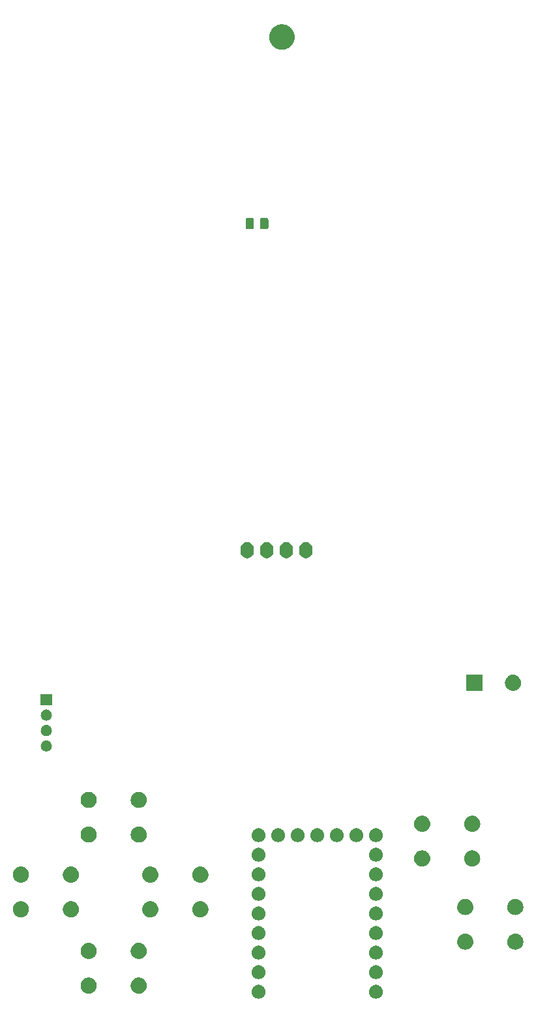
<source format=gbr>
G04 #@! TF.GenerationSoftware,KiCad,Pcbnew,8.0.5-8.0.5-0~ubuntu24.04.1*
G04 #@! TF.CreationDate,2024-10-08T07:53:47+09:00*
G04 #@! TF.ProjectId,gopher_pilot_rp2040_sw,676f7068-6572-45f7-9069-6c6f745f7270,rev?*
G04 #@! TF.SameCoordinates,Original*
G04 #@! TF.FileFunction,Soldermask,Bot*
G04 #@! TF.FilePolarity,Negative*
%FSLAX46Y46*%
G04 Gerber Fmt 4.6, Leading zero omitted, Abs format (unit mm)*
G04 Created by KiCad (PCBNEW 8.0.5-8.0.5-0~ubuntu24.04.1) date 2024-10-08 07:53:47*
%MOMM*%
%LPD*%
G01*
G04 APERTURE LIST*
G04 APERTURE END LIST*
G36*
X111103983Y-154503936D02*
G01*
X111154180Y-154503936D01*
X111197524Y-154513149D01*
X111235659Y-154516905D01*
X111283566Y-154531437D01*
X111338424Y-154543098D01*
X111373530Y-154558728D01*
X111404566Y-154568143D01*
X111453884Y-154594504D01*
X111510500Y-154619711D01*
X111536822Y-154638835D01*
X111560232Y-154651348D01*
X111607988Y-154690540D01*
X111662887Y-154730427D01*
X111680711Y-154750223D01*
X111696675Y-154763324D01*
X111739572Y-154815594D01*
X111788924Y-154870405D01*
X111799292Y-154888363D01*
X111808651Y-154899767D01*
X111843273Y-154964542D01*
X111883104Y-155033530D01*
X111887685Y-155047630D01*
X111891856Y-155055433D01*
X111914852Y-155131242D01*
X111941311Y-155212672D01*
X111942242Y-155221532D01*
X111943094Y-155224340D01*
X111951384Y-155308513D01*
X111961000Y-155400000D01*
X111951383Y-155491494D01*
X111943094Y-155575659D01*
X111942242Y-155578466D01*
X111941311Y-155587328D01*
X111914848Y-155668771D01*
X111891856Y-155744566D01*
X111887686Y-155752366D01*
X111883104Y-155766470D01*
X111843266Y-155835470D01*
X111808651Y-155900232D01*
X111799294Y-155911633D01*
X111788924Y-155929595D01*
X111739563Y-155984415D01*
X111696675Y-156036675D01*
X111680714Y-156049773D01*
X111662887Y-156069573D01*
X111607977Y-156109467D01*
X111560232Y-156148651D01*
X111536827Y-156161161D01*
X111510500Y-156180289D01*
X111453873Y-156205500D01*
X111404566Y-156231856D01*
X111373537Y-156241268D01*
X111338424Y-156256902D01*
X111283555Y-156268564D01*
X111235659Y-156283094D01*
X111197532Y-156286849D01*
X111154180Y-156296064D01*
X111103973Y-156296064D01*
X111060000Y-156300395D01*
X111016027Y-156296064D01*
X110965820Y-156296064D01*
X110922467Y-156286849D01*
X110884340Y-156283094D01*
X110836441Y-156268563D01*
X110781576Y-156256902D01*
X110746464Y-156241269D01*
X110715433Y-156231856D01*
X110666120Y-156205498D01*
X110609500Y-156180289D01*
X110583175Y-156161163D01*
X110559767Y-156148651D01*
X110512013Y-156109460D01*
X110457113Y-156069573D01*
X110439287Y-156049776D01*
X110423324Y-156036675D01*
X110380425Y-155984402D01*
X110331076Y-155929595D01*
X110320708Y-155911637D01*
X110311348Y-155900232D01*
X110276719Y-155835447D01*
X110236896Y-155766470D01*
X110232315Y-155752371D01*
X110228143Y-155744566D01*
X110205136Y-155668725D01*
X110178689Y-155587328D01*
X110177758Y-155578471D01*
X110176905Y-155575659D01*
X110168600Y-155491342D01*
X110159000Y-155400000D01*
X110168599Y-155308664D01*
X110176905Y-155224340D01*
X110177758Y-155221527D01*
X110178689Y-155212672D01*
X110205132Y-155131288D01*
X110228143Y-155055433D01*
X110232315Y-155047626D01*
X110236896Y-155033530D01*
X110276712Y-154964565D01*
X110311348Y-154899767D01*
X110320710Y-154888359D01*
X110331076Y-154870405D01*
X110380416Y-154815607D01*
X110423324Y-154763324D01*
X110439291Y-154750219D01*
X110457113Y-154730427D01*
X110512002Y-154690546D01*
X110559767Y-154651348D01*
X110583180Y-154638833D01*
X110609500Y-154619711D01*
X110666109Y-154594506D01*
X110715433Y-154568143D01*
X110746471Y-154558727D01*
X110781576Y-154543098D01*
X110836430Y-154531438D01*
X110884340Y-154516905D01*
X110922476Y-154513148D01*
X110965820Y-154503936D01*
X111016016Y-154503936D01*
X111060000Y-154499604D01*
X111103983Y-154503936D01*
G37*
G36*
X126343983Y-154503936D02*
G01*
X126394180Y-154503936D01*
X126437524Y-154513149D01*
X126475659Y-154516905D01*
X126523566Y-154531437D01*
X126578424Y-154543098D01*
X126613530Y-154558728D01*
X126644566Y-154568143D01*
X126693884Y-154594504D01*
X126750500Y-154619711D01*
X126776822Y-154638835D01*
X126800232Y-154651348D01*
X126847988Y-154690540D01*
X126902887Y-154730427D01*
X126920711Y-154750223D01*
X126936675Y-154763324D01*
X126979572Y-154815594D01*
X127028924Y-154870405D01*
X127039292Y-154888363D01*
X127048651Y-154899767D01*
X127083273Y-154964542D01*
X127123104Y-155033530D01*
X127127685Y-155047630D01*
X127131856Y-155055433D01*
X127154852Y-155131242D01*
X127181311Y-155212672D01*
X127182242Y-155221532D01*
X127183094Y-155224340D01*
X127191384Y-155308513D01*
X127201000Y-155400000D01*
X127191383Y-155491494D01*
X127183094Y-155575659D01*
X127182242Y-155578466D01*
X127181311Y-155587328D01*
X127154848Y-155668771D01*
X127131856Y-155744566D01*
X127127686Y-155752366D01*
X127123104Y-155766470D01*
X127083266Y-155835470D01*
X127048651Y-155900232D01*
X127039294Y-155911633D01*
X127028924Y-155929595D01*
X126979563Y-155984415D01*
X126936675Y-156036675D01*
X126920714Y-156049773D01*
X126902887Y-156069573D01*
X126847977Y-156109467D01*
X126800232Y-156148651D01*
X126776827Y-156161161D01*
X126750500Y-156180289D01*
X126693873Y-156205500D01*
X126644566Y-156231856D01*
X126613537Y-156241268D01*
X126578424Y-156256902D01*
X126523555Y-156268564D01*
X126475659Y-156283094D01*
X126437532Y-156286849D01*
X126394180Y-156296064D01*
X126343973Y-156296064D01*
X126300000Y-156300395D01*
X126256027Y-156296064D01*
X126205820Y-156296064D01*
X126162467Y-156286849D01*
X126124340Y-156283094D01*
X126076441Y-156268563D01*
X126021576Y-156256902D01*
X125986464Y-156241269D01*
X125955433Y-156231856D01*
X125906120Y-156205498D01*
X125849500Y-156180289D01*
X125823175Y-156161163D01*
X125799767Y-156148651D01*
X125752013Y-156109460D01*
X125697113Y-156069573D01*
X125679287Y-156049776D01*
X125663324Y-156036675D01*
X125620425Y-155984402D01*
X125571076Y-155929595D01*
X125560708Y-155911637D01*
X125551348Y-155900232D01*
X125516719Y-155835447D01*
X125476896Y-155766470D01*
X125472315Y-155752371D01*
X125468143Y-155744566D01*
X125445136Y-155668725D01*
X125418689Y-155587328D01*
X125417758Y-155578471D01*
X125416905Y-155575659D01*
X125408600Y-155491342D01*
X125399000Y-155400000D01*
X125408599Y-155308664D01*
X125416905Y-155224340D01*
X125417758Y-155221527D01*
X125418689Y-155212672D01*
X125445132Y-155131288D01*
X125468143Y-155055433D01*
X125472315Y-155047626D01*
X125476896Y-155033530D01*
X125516712Y-154964565D01*
X125551348Y-154899767D01*
X125560710Y-154888359D01*
X125571076Y-154870405D01*
X125620416Y-154815607D01*
X125663324Y-154763324D01*
X125679291Y-154750219D01*
X125697113Y-154730427D01*
X125752002Y-154690546D01*
X125799767Y-154651348D01*
X125823180Y-154638833D01*
X125849500Y-154619711D01*
X125906109Y-154594506D01*
X125955433Y-154568143D01*
X125986471Y-154558727D01*
X126021576Y-154543098D01*
X126076430Y-154531438D01*
X126124340Y-154516905D01*
X126162476Y-154513148D01*
X126205820Y-154503936D01*
X126256016Y-154503936D01*
X126300000Y-154499604D01*
X126343983Y-154503936D01*
G37*
G36*
X89050938Y-153554017D02*
G01*
X89096923Y-153554017D01*
X89148139Y-153563590D01*
X89205040Y-153569195D01*
X89248261Y-153582306D01*
X89287474Y-153589636D01*
X89341785Y-153610676D01*
X89402200Y-153629003D01*
X89436720Y-153647454D01*
X89468232Y-153659662D01*
X89522977Y-153693559D01*
X89583904Y-153726125D01*
X89609506Y-153747136D01*
X89633048Y-153761713D01*
X89685212Y-153809267D01*
X89743169Y-153856831D01*
X89760342Y-153877757D01*
X89776301Y-153892305D01*
X89822629Y-153953653D01*
X89873875Y-154016096D01*
X89883783Y-154034634D01*
X89893122Y-154047000D01*
X89930274Y-154121613D01*
X89970997Y-154197800D01*
X89975340Y-154212117D01*
X89979528Y-154220528D01*
X90004267Y-154307476D01*
X90030805Y-154394960D01*
X90031676Y-154403811D01*
X90032577Y-154406975D01*
X90041938Y-154508002D01*
X90051000Y-154600000D01*
X90041938Y-154692005D01*
X90032577Y-154793024D01*
X90031676Y-154796187D01*
X90030805Y-154805040D01*
X90004262Y-154892538D01*
X89979528Y-154979471D01*
X89975341Y-154987879D01*
X89970997Y-155002200D01*
X89930267Y-155078399D01*
X89893122Y-155152999D01*
X89883785Y-155165362D01*
X89873875Y-155183904D01*
X89822620Y-155246357D01*
X89776301Y-155307694D01*
X89760345Y-155322238D01*
X89743169Y-155343169D01*
X89685201Y-155390741D01*
X89633048Y-155438286D01*
X89609511Y-155452859D01*
X89583904Y-155473875D01*
X89522965Y-155506447D01*
X89468232Y-155540337D01*
X89436726Y-155552542D01*
X89402200Y-155570997D01*
X89341773Y-155589327D01*
X89287474Y-155610363D01*
X89248268Y-155617691D01*
X89205040Y-155630805D01*
X89148136Y-155636409D01*
X89096923Y-155645983D01*
X89050938Y-155645983D01*
X89000000Y-155651000D01*
X88949062Y-155645983D01*
X88903077Y-155645983D01*
X88851863Y-155636409D01*
X88794960Y-155630805D01*
X88751732Y-155617692D01*
X88712525Y-155610363D01*
X88658221Y-155589325D01*
X88597800Y-155570997D01*
X88563275Y-155552543D01*
X88531767Y-155540337D01*
X88477027Y-155506443D01*
X88416096Y-155473875D01*
X88390491Y-155452861D01*
X88366951Y-155438286D01*
X88314788Y-155390733D01*
X88256831Y-155343169D01*
X88239656Y-155322242D01*
X88223698Y-155307694D01*
X88177367Y-155246342D01*
X88126125Y-155183904D01*
X88116216Y-155165366D01*
X88106877Y-155152999D01*
X88069717Y-155078372D01*
X88029003Y-155002200D01*
X88024660Y-154987884D01*
X88020471Y-154979471D01*
X87995721Y-154892485D01*
X87969195Y-154805040D01*
X87968323Y-154796192D01*
X87967422Y-154793024D01*
X87958044Y-154691833D01*
X87949000Y-154600000D01*
X87958044Y-154508173D01*
X87967422Y-154406975D01*
X87968323Y-154403805D01*
X87969195Y-154394960D01*
X87995716Y-154307529D01*
X88020471Y-154220528D01*
X88024661Y-154212112D01*
X88029003Y-154197800D01*
X88069710Y-154121641D01*
X88106877Y-154047000D01*
X88116218Y-154034629D01*
X88126125Y-154016096D01*
X88177357Y-153953668D01*
X88223698Y-153892305D01*
X88239660Y-153877753D01*
X88256831Y-153856831D01*
X88314777Y-153809275D01*
X88366951Y-153761713D01*
X88390496Y-153747134D01*
X88416096Y-153726125D01*
X88477015Y-153693563D01*
X88531767Y-153659662D01*
X88563282Y-153647452D01*
X88597800Y-153629003D01*
X88658209Y-153610677D01*
X88712525Y-153589636D01*
X88751739Y-153582305D01*
X88794960Y-153569195D01*
X88851860Y-153563590D01*
X88903077Y-153554017D01*
X88949062Y-153554017D01*
X89000000Y-153549000D01*
X89050938Y-153554017D01*
G37*
G36*
X95550938Y-153554017D02*
G01*
X95596923Y-153554017D01*
X95648139Y-153563590D01*
X95705040Y-153569195D01*
X95748261Y-153582306D01*
X95787474Y-153589636D01*
X95841785Y-153610676D01*
X95902200Y-153629003D01*
X95936720Y-153647454D01*
X95968232Y-153659662D01*
X96022977Y-153693559D01*
X96083904Y-153726125D01*
X96109506Y-153747136D01*
X96133048Y-153761713D01*
X96185212Y-153809267D01*
X96243169Y-153856831D01*
X96260342Y-153877757D01*
X96276301Y-153892305D01*
X96322629Y-153953653D01*
X96373875Y-154016096D01*
X96383783Y-154034634D01*
X96393122Y-154047000D01*
X96430274Y-154121613D01*
X96470997Y-154197800D01*
X96475340Y-154212117D01*
X96479528Y-154220528D01*
X96504267Y-154307476D01*
X96530805Y-154394960D01*
X96531676Y-154403811D01*
X96532577Y-154406975D01*
X96541938Y-154508002D01*
X96551000Y-154600000D01*
X96541938Y-154692005D01*
X96532577Y-154793024D01*
X96531676Y-154796187D01*
X96530805Y-154805040D01*
X96504262Y-154892538D01*
X96479528Y-154979471D01*
X96475341Y-154987879D01*
X96470997Y-155002200D01*
X96430267Y-155078399D01*
X96393122Y-155152999D01*
X96383785Y-155165362D01*
X96373875Y-155183904D01*
X96322620Y-155246357D01*
X96276301Y-155307694D01*
X96260345Y-155322238D01*
X96243169Y-155343169D01*
X96185201Y-155390741D01*
X96133048Y-155438286D01*
X96109511Y-155452859D01*
X96083904Y-155473875D01*
X96022965Y-155506447D01*
X95968232Y-155540337D01*
X95936726Y-155552542D01*
X95902200Y-155570997D01*
X95841773Y-155589327D01*
X95787474Y-155610363D01*
X95748268Y-155617691D01*
X95705040Y-155630805D01*
X95648136Y-155636409D01*
X95596923Y-155645983D01*
X95550938Y-155645983D01*
X95500000Y-155651000D01*
X95449062Y-155645983D01*
X95403077Y-155645983D01*
X95351863Y-155636409D01*
X95294960Y-155630805D01*
X95251732Y-155617692D01*
X95212525Y-155610363D01*
X95158221Y-155589325D01*
X95097800Y-155570997D01*
X95063275Y-155552543D01*
X95031767Y-155540337D01*
X94977027Y-155506443D01*
X94916096Y-155473875D01*
X94890491Y-155452861D01*
X94866951Y-155438286D01*
X94814788Y-155390733D01*
X94756831Y-155343169D01*
X94739656Y-155322242D01*
X94723698Y-155307694D01*
X94677367Y-155246342D01*
X94626125Y-155183904D01*
X94616216Y-155165366D01*
X94606877Y-155152999D01*
X94569717Y-155078372D01*
X94529003Y-155002200D01*
X94524660Y-154987884D01*
X94520471Y-154979471D01*
X94495721Y-154892485D01*
X94469195Y-154805040D01*
X94468323Y-154796192D01*
X94467422Y-154793024D01*
X94458044Y-154691833D01*
X94449000Y-154600000D01*
X94458044Y-154508173D01*
X94467422Y-154406975D01*
X94468323Y-154403805D01*
X94469195Y-154394960D01*
X94495716Y-154307529D01*
X94520471Y-154220528D01*
X94524661Y-154212112D01*
X94529003Y-154197800D01*
X94569710Y-154121641D01*
X94606877Y-154047000D01*
X94616218Y-154034629D01*
X94626125Y-154016096D01*
X94677357Y-153953668D01*
X94723698Y-153892305D01*
X94739660Y-153877753D01*
X94756831Y-153856831D01*
X94814777Y-153809275D01*
X94866951Y-153761713D01*
X94890496Y-153747134D01*
X94916096Y-153726125D01*
X94977015Y-153693563D01*
X95031767Y-153659662D01*
X95063282Y-153647452D01*
X95097800Y-153629003D01*
X95158209Y-153610677D01*
X95212525Y-153589636D01*
X95251739Y-153582305D01*
X95294960Y-153569195D01*
X95351860Y-153563590D01*
X95403077Y-153554017D01*
X95449062Y-153554017D01*
X95500000Y-153549000D01*
X95550938Y-153554017D01*
G37*
G36*
X111103983Y-151963936D02*
G01*
X111154180Y-151963936D01*
X111197524Y-151973149D01*
X111235659Y-151976905D01*
X111283566Y-151991437D01*
X111338424Y-152003098D01*
X111373530Y-152018728D01*
X111404566Y-152028143D01*
X111453884Y-152054504D01*
X111510500Y-152079711D01*
X111536822Y-152098835D01*
X111560232Y-152111348D01*
X111607988Y-152150540D01*
X111662887Y-152190427D01*
X111680711Y-152210223D01*
X111696675Y-152223324D01*
X111739572Y-152275594D01*
X111788924Y-152330405D01*
X111799292Y-152348363D01*
X111808651Y-152359767D01*
X111843273Y-152424542D01*
X111883104Y-152493530D01*
X111887685Y-152507630D01*
X111891856Y-152515433D01*
X111914852Y-152591242D01*
X111941311Y-152672672D01*
X111942242Y-152681532D01*
X111943094Y-152684340D01*
X111951384Y-152768513D01*
X111961000Y-152860000D01*
X111951383Y-152951494D01*
X111943094Y-153035659D01*
X111942242Y-153038466D01*
X111941311Y-153047328D01*
X111914848Y-153128771D01*
X111891856Y-153204566D01*
X111887686Y-153212366D01*
X111883104Y-153226470D01*
X111843266Y-153295470D01*
X111808651Y-153360232D01*
X111799294Y-153371633D01*
X111788924Y-153389595D01*
X111739563Y-153444415D01*
X111696675Y-153496675D01*
X111680714Y-153509773D01*
X111662887Y-153529573D01*
X111607977Y-153569467D01*
X111560232Y-153608651D01*
X111536827Y-153621161D01*
X111510500Y-153640289D01*
X111453873Y-153665500D01*
X111404566Y-153691856D01*
X111373537Y-153701268D01*
X111338424Y-153716902D01*
X111283555Y-153728564D01*
X111235659Y-153743094D01*
X111197532Y-153746849D01*
X111154180Y-153756064D01*
X111103973Y-153756064D01*
X111060000Y-153760395D01*
X111016027Y-153756064D01*
X110965820Y-153756064D01*
X110922467Y-153746849D01*
X110884340Y-153743094D01*
X110836441Y-153728563D01*
X110781576Y-153716902D01*
X110746464Y-153701269D01*
X110715433Y-153691856D01*
X110666120Y-153665498D01*
X110609500Y-153640289D01*
X110583175Y-153621163D01*
X110559767Y-153608651D01*
X110512013Y-153569460D01*
X110457113Y-153529573D01*
X110439287Y-153509776D01*
X110423324Y-153496675D01*
X110380425Y-153444402D01*
X110331076Y-153389595D01*
X110320708Y-153371637D01*
X110311348Y-153360232D01*
X110276719Y-153295447D01*
X110236896Y-153226470D01*
X110232315Y-153212371D01*
X110228143Y-153204566D01*
X110205136Y-153128725D01*
X110178689Y-153047328D01*
X110177758Y-153038471D01*
X110176905Y-153035659D01*
X110168600Y-152951342D01*
X110159000Y-152860000D01*
X110168599Y-152768664D01*
X110176905Y-152684340D01*
X110177758Y-152681527D01*
X110178689Y-152672672D01*
X110205132Y-152591288D01*
X110228143Y-152515433D01*
X110232315Y-152507626D01*
X110236896Y-152493530D01*
X110276712Y-152424565D01*
X110311348Y-152359767D01*
X110320710Y-152348359D01*
X110331076Y-152330405D01*
X110380416Y-152275607D01*
X110423324Y-152223324D01*
X110439291Y-152210219D01*
X110457113Y-152190427D01*
X110512002Y-152150546D01*
X110559767Y-152111348D01*
X110583180Y-152098833D01*
X110609500Y-152079711D01*
X110666109Y-152054506D01*
X110715433Y-152028143D01*
X110746471Y-152018727D01*
X110781576Y-152003098D01*
X110836430Y-151991438D01*
X110884340Y-151976905D01*
X110922476Y-151973148D01*
X110965820Y-151963936D01*
X111016016Y-151963936D01*
X111060000Y-151959604D01*
X111103983Y-151963936D01*
G37*
G36*
X126343983Y-151963936D02*
G01*
X126394180Y-151963936D01*
X126437524Y-151973149D01*
X126475659Y-151976905D01*
X126523566Y-151991437D01*
X126578424Y-152003098D01*
X126613530Y-152018728D01*
X126644566Y-152028143D01*
X126693884Y-152054504D01*
X126750500Y-152079711D01*
X126776822Y-152098835D01*
X126800232Y-152111348D01*
X126847988Y-152150540D01*
X126902887Y-152190427D01*
X126920711Y-152210223D01*
X126936675Y-152223324D01*
X126979572Y-152275594D01*
X127028924Y-152330405D01*
X127039292Y-152348363D01*
X127048651Y-152359767D01*
X127083273Y-152424542D01*
X127123104Y-152493530D01*
X127127685Y-152507630D01*
X127131856Y-152515433D01*
X127154852Y-152591242D01*
X127181311Y-152672672D01*
X127182242Y-152681532D01*
X127183094Y-152684340D01*
X127191384Y-152768513D01*
X127201000Y-152860000D01*
X127191383Y-152951494D01*
X127183094Y-153035659D01*
X127182242Y-153038466D01*
X127181311Y-153047328D01*
X127154848Y-153128771D01*
X127131856Y-153204566D01*
X127127686Y-153212366D01*
X127123104Y-153226470D01*
X127083266Y-153295470D01*
X127048651Y-153360232D01*
X127039294Y-153371633D01*
X127028924Y-153389595D01*
X126979563Y-153444415D01*
X126936675Y-153496675D01*
X126920714Y-153509773D01*
X126902887Y-153529573D01*
X126847977Y-153569467D01*
X126800232Y-153608651D01*
X126776827Y-153621161D01*
X126750500Y-153640289D01*
X126693873Y-153665500D01*
X126644566Y-153691856D01*
X126613537Y-153701268D01*
X126578424Y-153716902D01*
X126523555Y-153728564D01*
X126475659Y-153743094D01*
X126437532Y-153746849D01*
X126394180Y-153756064D01*
X126343973Y-153756064D01*
X126300000Y-153760395D01*
X126256027Y-153756064D01*
X126205820Y-153756064D01*
X126162467Y-153746849D01*
X126124340Y-153743094D01*
X126076441Y-153728563D01*
X126021576Y-153716902D01*
X125986464Y-153701269D01*
X125955433Y-153691856D01*
X125906120Y-153665498D01*
X125849500Y-153640289D01*
X125823175Y-153621163D01*
X125799767Y-153608651D01*
X125752013Y-153569460D01*
X125697113Y-153529573D01*
X125679287Y-153509776D01*
X125663324Y-153496675D01*
X125620425Y-153444402D01*
X125571076Y-153389595D01*
X125560708Y-153371637D01*
X125551348Y-153360232D01*
X125516719Y-153295447D01*
X125476896Y-153226470D01*
X125472315Y-153212371D01*
X125468143Y-153204566D01*
X125445136Y-153128725D01*
X125418689Y-153047328D01*
X125417758Y-153038471D01*
X125416905Y-153035659D01*
X125408600Y-152951342D01*
X125399000Y-152860000D01*
X125408599Y-152768664D01*
X125416905Y-152684340D01*
X125417758Y-152681527D01*
X125418689Y-152672672D01*
X125445132Y-152591288D01*
X125468143Y-152515433D01*
X125472315Y-152507626D01*
X125476896Y-152493530D01*
X125516712Y-152424565D01*
X125551348Y-152359767D01*
X125560710Y-152348359D01*
X125571076Y-152330405D01*
X125620416Y-152275607D01*
X125663324Y-152223324D01*
X125679291Y-152210219D01*
X125697113Y-152190427D01*
X125752002Y-152150546D01*
X125799767Y-152111348D01*
X125823180Y-152098833D01*
X125849500Y-152079711D01*
X125906109Y-152054506D01*
X125955433Y-152028143D01*
X125986471Y-152018727D01*
X126021576Y-152003098D01*
X126076430Y-151991438D01*
X126124340Y-151976905D01*
X126162476Y-151973148D01*
X126205820Y-151963936D01*
X126256016Y-151963936D01*
X126300000Y-151959604D01*
X126343983Y-151963936D01*
G37*
G36*
X111103983Y-149423936D02*
G01*
X111154180Y-149423936D01*
X111197524Y-149433149D01*
X111235659Y-149436905D01*
X111283566Y-149451437D01*
X111338424Y-149463098D01*
X111373530Y-149478728D01*
X111404566Y-149488143D01*
X111453884Y-149514504D01*
X111510500Y-149539711D01*
X111536822Y-149558835D01*
X111560232Y-149571348D01*
X111607988Y-149610540D01*
X111662887Y-149650427D01*
X111680711Y-149670223D01*
X111696675Y-149683324D01*
X111739572Y-149735594D01*
X111788924Y-149790405D01*
X111799292Y-149808363D01*
X111808651Y-149819767D01*
X111843273Y-149884542D01*
X111883104Y-149953530D01*
X111887685Y-149967630D01*
X111891856Y-149975433D01*
X111914852Y-150051242D01*
X111941311Y-150132672D01*
X111942242Y-150141532D01*
X111943094Y-150144340D01*
X111951384Y-150228513D01*
X111961000Y-150320000D01*
X111951383Y-150411494D01*
X111943094Y-150495659D01*
X111942242Y-150498466D01*
X111941311Y-150507328D01*
X111914848Y-150588771D01*
X111891856Y-150664566D01*
X111887686Y-150672366D01*
X111883104Y-150686470D01*
X111843266Y-150755470D01*
X111808651Y-150820232D01*
X111799294Y-150831633D01*
X111788924Y-150849595D01*
X111739563Y-150904415D01*
X111696675Y-150956675D01*
X111680714Y-150969773D01*
X111662887Y-150989573D01*
X111607977Y-151029467D01*
X111560232Y-151068651D01*
X111536827Y-151081161D01*
X111510500Y-151100289D01*
X111453873Y-151125500D01*
X111404566Y-151151856D01*
X111373537Y-151161268D01*
X111338424Y-151176902D01*
X111283555Y-151188564D01*
X111235659Y-151203094D01*
X111197532Y-151206849D01*
X111154180Y-151216064D01*
X111103973Y-151216064D01*
X111060000Y-151220395D01*
X111016027Y-151216064D01*
X110965820Y-151216064D01*
X110922467Y-151206849D01*
X110884340Y-151203094D01*
X110836441Y-151188563D01*
X110781576Y-151176902D01*
X110746464Y-151161269D01*
X110715433Y-151151856D01*
X110666120Y-151125498D01*
X110609500Y-151100289D01*
X110583175Y-151081163D01*
X110559767Y-151068651D01*
X110512013Y-151029460D01*
X110457113Y-150989573D01*
X110439287Y-150969776D01*
X110423324Y-150956675D01*
X110380425Y-150904402D01*
X110331076Y-150849595D01*
X110320708Y-150831637D01*
X110311348Y-150820232D01*
X110276719Y-150755447D01*
X110236896Y-150686470D01*
X110232315Y-150672371D01*
X110228143Y-150664566D01*
X110205136Y-150588725D01*
X110178689Y-150507328D01*
X110177758Y-150498471D01*
X110176905Y-150495659D01*
X110168600Y-150411342D01*
X110159000Y-150320000D01*
X110168599Y-150228664D01*
X110176905Y-150144340D01*
X110177758Y-150141527D01*
X110178689Y-150132672D01*
X110205132Y-150051288D01*
X110228143Y-149975433D01*
X110232315Y-149967626D01*
X110236896Y-149953530D01*
X110276712Y-149884565D01*
X110311348Y-149819767D01*
X110320710Y-149808359D01*
X110331076Y-149790405D01*
X110380416Y-149735607D01*
X110423324Y-149683324D01*
X110439291Y-149670219D01*
X110457113Y-149650427D01*
X110512002Y-149610546D01*
X110559767Y-149571348D01*
X110583180Y-149558833D01*
X110609500Y-149539711D01*
X110666109Y-149514506D01*
X110715433Y-149488143D01*
X110746471Y-149478727D01*
X110781576Y-149463098D01*
X110836430Y-149451438D01*
X110884340Y-149436905D01*
X110922476Y-149433148D01*
X110965820Y-149423936D01*
X111016016Y-149423936D01*
X111060000Y-149419604D01*
X111103983Y-149423936D01*
G37*
G36*
X126343983Y-149423936D02*
G01*
X126394180Y-149423936D01*
X126437524Y-149433149D01*
X126475659Y-149436905D01*
X126523566Y-149451437D01*
X126578424Y-149463098D01*
X126613530Y-149478728D01*
X126644566Y-149488143D01*
X126693884Y-149514504D01*
X126750500Y-149539711D01*
X126776822Y-149558835D01*
X126800232Y-149571348D01*
X126847988Y-149610540D01*
X126902887Y-149650427D01*
X126920711Y-149670223D01*
X126936675Y-149683324D01*
X126979572Y-149735594D01*
X127028924Y-149790405D01*
X127039292Y-149808363D01*
X127048651Y-149819767D01*
X127083273Y-149884542D01*
X127123104Y-149953530D01*
X127127685Y-149967630D01*
X127131856Y-149975433D01*
X127154852Y-150051242D01*
X127181311Y-150132672D01*
X127182242Y-150141532D01*
X127183094Y-150144340D01*
X127191384Y-150228513D01*
X127201000Y-150320000D01*
X127191383Y-150411494D01*
X127183094Y-150495659D01*
X127182242Y-150498466D01*
X127181311Y-150507328D01*
X127154848Y-150588771D01*
X127131856Y-150664566D01*
X127127686Y-150672366D01*
X127123104Y-150686470D01*
X127083266Y-150755470D01*
X127048651Y-150820232D01*
X127039294Y-150831633D01*
X127028924Y-150849595D01*
X126979563Y-150904415D01*
X126936675Y-150956675D01*
X126920714Y-150969773D01*
X126902887Y-150989573D01*
X126847977Y-151029467D01*
X126800232Y-151068651D01*
X126776827Y-151081161D01*
X126750500Y-151100289D01*
X126693873Y-151125500D01*
X126644566Y-151151856D01*
X126613537Y-151161268D01*
X126578424Y-151176902D01*
X126523555Y-151188564D01*
X126475659Y-151203094D01*
X126437532Y-151206849D01*
X126394180Y-151216064D01*
X126343973Y-151216064D01*
X126300000Y-151220395D01*
X126256027Y-151216064D01*
X126205820Y-151216064D01*
X126162467Y-151206849D01*
X126124340Y-151203094D01*
X126076441Y-151188563D01*
X126021576Y-151176902D01*
X125986464Y-151161269D01*
X125955433Y-151151856D01*
X125906120Y-151125498D01*
X125849500Y-151100289D01*
X125823175Y-151081163D01*
X125799767Y-151068651D01*
X125752013Y-151029460D01*
X125697113Y-150989573D01*
X125679287Y-150969776D01*
X125663324Y-150956675D01*
X125620425Y-150904402D01*
X125571076Y-150849595D01*
X125560708Y-150831637D01*
X125551348Y-150820232D01*
X125516719Y-150755447D01*
X125476896Y-150686470D01*
X125472315Y-150672371D01*
X125468143Y-150664566D01*
X125445136Y-150588725D01*
X125418689Y-150507328D01*
X125417758Y-150498471D01*
X125416905Y-150495659D01*
X125408600Y-150411342D01*
X125399000Y-150320000D01*
X125408599Y-150228664D01*
X125416905Y-150144340D01*
X125417758Y-150141527D01*
X125418689Y-150132672D01*
X125445132Y-150051288D01*
X125468143Y-149975433D01*
X125472315Y-149967626D01*
X125476896Y-149953530D01*
X125516712Y-149884565D01*
X125551348Y-149819767D01*
X125560710Y-149808359D01*
X125571076Y-149790405D01*
X125620416Y-149735607D01*
X125663324Y-149683324D01*
X125679291Y-149670219D01*
X125697113Y-149650427D01*
X125752002Y-149610546D01*
X125799767Y-149571348D01*
X125823180Y-149558833D01*
X125849500Y-149539711D01*
X125906109Y-149514506D01*
X125955433Y-149488143D01*
X125986471Y-149478727D01*
X126021576Y-149463098D01*
X126076430Y-149451438D01*
X126124340Y-149436905D01*
X126162476Y-149433148D01*
X126205820Y-149423936D01*
X126256016Y-149423936D01*
X126300000Y-149419604D01*
X126343983Y-149423936D01*
G37*
G36*
X89050938Y-149054017D02*
G01*
X89096923Y-149054017D01*
X89148139Y-149063590D01*
X89205040Y-149069195D01*
X89248261Y-149082306D01*
X89287474Y-149089636D01*
X89341785Y-149110676D01*
X89402200Y-149129003D01*
X89436720Y-149147454D01*
X89468232Y-149159662D01*
X89522977Y-149193559D01*
X89583904Y-149226125D01*
X89609506Y-149247136D01*
X89633048Y-149261713D01*
X89685212Y-149309267D01*
X89743169Y-149356831D01*
X89760342Y-149377757D01*
X89776301Y-149392305D01*
X89822629Y-149453653D01*
X89873875Y-149516096D01*
X89883783Y-149534634D01*
X89893122Y-149547000D01*
X89930274Y-149621613D01*
X89970997Y-149697800D01*
X89975340Y-149712117D01*
X89979528Y-149720528D01*
X90004267Y-149807476D01*
X90030805Y-149894960D01*
X90031676Y-149903811D01*
X90032577Y-149906975D01*
X90041938Y-150008002D01*
X90051000Y-150100000D01*
X90041938Y-150192005D01*
X90032577Y-150293024D01*
X90031676Y-150296187D01*
X90030805Y-150305040D01*
X90004262Y-150392538D01*
X89979528Y-150479471D01*
X89975341Y-150487879D01*
X89970997Y-150502200D01*
X89930267Y-150578399D01*
X89893122Y-150652999D01*
X89883785Y-150665362D01*
X89873875Y-150683904D01*
X89822620Y-150746357D01*
X89776301Y-150807694D01*
X89760345Y-150822238D01*
X89743169Y-150843169D01*
X89685201Y-150890741D01*
X89633048Y-150938286D01*
X89609511Y-150952859D01*
X89583904Y-150973875D01*
X89522965Y-151006447D01*
X89468232Y-151040337D01*
X89436726Y-151052542D01*
X89402200Y-151070997D01*
X89341773Y-151089327D01*
X89287474Y-151110363D01*
X89248268Y-151117691D01*
X89205040Y-151130805D01*
X89148136Y-151136409D01*
X89096923Y-151145983D01*
X89050938Y-151145983D01*
X89000000Y-151151000D01*
X88949062Y-151145983D01*
X88903077Y-151145983D01*
X88851863Y-151136409D01*
X88794960Y-151130805D01*
X88751732Y-151117692D01*
X88712525Y-151110363D01*
X88658221Y-151089325D01*
X88597800Y-151070997D01*
X88563275Y-151052543D01*
X88531767Y-151040337D01*
X88477027Y-151006443D01*
X88416096Y-150973875D01*
X88390491Y-150952861D01*
X88366951Y-150938286D01*
X88314788Y-150890733D01*
X88256831Y-150843169D01*
X88239656Y-150822242D01*
X88223698Y-150807694D01*
X88177367Y-150746342D01*
X88126125Y-150683904D01*
X88116216Y-150665366D01*
X88106877Y-150652999D01*
X88069717Y-150578372D01*
X88029003Y-150502200D01*
X88024660Y-150487884D01*
X88020471Y-150479471D01*
X87995721Y-150392485D01*
X87969195Y-150305040D01*
X87968323Y-150296192D01*
X87967422Y-150293024D01*
X87958044Y-150191833D01*
X87949000Y-150100000D01*
X87958044Y-150008173D01*
X87967422Y-149906975D01*
X87968323Y-149903805D01*
X87969195Y-149894960D01*
X87995716Y-149807529D01*
X88020471Y-149720528D01*
X88024661Y-149712112D01*
X88029003Y-149697800D01*
X88069710Y-149621641D01*
X88106877Y-149547000D01*
X88116218Y-149534629D01*
X88126125Y-149516096D01*
X88177357Y-149453668D01*
X88223698Y-149392305D01*
X88239660Y-149377753D01*
X88256831Y-149356831D01*
X88314777Y-149309275D01*
X88366951Y-149261713D01*
X88390496Y-149247134D01*
X88416096Y-149226125D01*
X88477015Y-149193563D01*
X88531767Y-149159662D01*
X88563282Y-149147452D01*
X88597800Y-149129003D01*
X88658209Y-149110677D01*
X88712525Y-149089636D01*
X88751739Y-149082305D01*
X88794960Y-149069195D01*
X88851860Y-149063590D01*
X88903077Y-149054017D01*
X88949062Y-149054017D01*
X89000000Y-149049000D01*
X89050938Y-149054017D01*
G37*
G36*
X95550938Y-149054017D02*
G01*
X95596923Y-149054017D01*
X95648139Y-149063590D01*
X95705040Y-149069195D01*
X95748261Y-149082306D01*
X95787474Y-149089636D01*
X95841785Y-149110676D01*
X95902200Y-149129003D01*
X95936720Y-149147454D01*
X95968232Y-149159662D01*
X96022977Y-149193559D01*
X96083904Y-149226125D01*
X96109506Y-149247136D01*
X96133048Y-149261713D01*
X96185212Y-149309267D01*
X96243169Y-149356831D01*
X96260342Y-149377757D01*
X96276301Y-149392305D01*
X96322629Y-149453653D01*
X96373875Y-149516096D01*
X96383783Y-149534634D01*
X96393122Y-149547000D01*
X96430274Y-149621613D01*
X96470997Y-149697800D01*
X96475340Y-149712117D01*
X96479528Y-149720528D01*
X96504267Y-149807476D01*
X96530805Y-149894960D01*
X96531676Y-149903811D01*
X96532577Y-149906975D01*
X96541938Y-150008002D01*
X96551000Y-150100000D01*
X96541938Y-150192005D01*
X96532577Y-150293024D01*
X96531676Y-150296187D01*
X96530805Y-150305040D01*
X96504262Y-150392538D01*
X96479528Y-150479471D01*
X96475341Y-150487879D01*
X96470997Y-150502200D01*
X96430267Y-150578399D01*
X96393122Y-150652999D01*
X96383785Y-150665362D01*
X96373875Y-150683904D01*
X96322620Y-150746357D01*
X96276301Y-150807694D01*
X96260345Y-150822238D01*
X96243169Y-150843169D01*
X96185201Y-150890741D01*
X96133048Y-150938286D01*
X96109511Y-150952859D01*
X96083904Y-150973875D01*
X96022965Y-151006447D01*
X95968232Y-151040337D01*
X95936726Y-151052542D01*
X95902200Y-151070997D01*
X95841773Y-151089327D01*
X95787474Y-151110363D01*
X95748268Y-151117691D01*
X95705040Y-151130805D01*
X95648136Y-151136409D01*
X95596923Y-151145983D01*
X95550938Y-151145983D01*
X95500000Y-151151000D01*
X95449062Y-151145983D01*
X95403077Y-151145983D01*
X95351863Y-151136409D01*
X95294960Y-151130805D01*
X95251732Y-151117692D01*
X95212525Y-151110363D01*
X95158221Y-151089325D01*
X95097800Y-151070997D01*
X95063275Y-151052543D01*
X95031767Y-151040337D01*
X94977027Y-151006443D01*
X94916096Y-150973875D01*
X94890491Y-150952861D01*
X94866951Y-150938286D01*
X94814788Y-150890733D01*
X94756831Y-150843169D01*
X94739656Y-150822242D01*
X94723698Y-150807694D01*
X94677367Y-150746342D01*
X94626125Y-150683904D01*
X94616216Y-150665366D01*
X94606877Y-150652999D01*
X94569717Y-150578372D01*
X94529003Y-150502200D01*
X94524660Y-150487884D01*
X94520471Y-150479471D01*
X94495721Y-150392485D01*
X94469195Y-150305040D01*
X94468323Y-150296192D01*
X94467422Y-150293024D01*
X94458044Y-150191833D01*
X94449000Y-150100000D01*
X94458044Y-150008173D01*
X94467422Y-149906975D01*
X94468323Y-149903805D01*
X94469195Y-149894960D01*
X94495716Y-149807529D01*
X94520471Y-149720528D01*
X94524661Y-149712112D01*
X94529003Y-149697800D01*
X94569710Y-149621641D01*
X94606877Y-149547000D01*
X94616218Y-149534629D01*
X94626125Y-149516096D01*
X94677357Y-149453668D01*
X94723698Y-149392305D01*
X94739660Y-149377753D01*
X94756831Y-149356831D01*
X94814777Y-149309275D01*
X94866951Y-149261713D01*
X94890496Y-149247134D01*
X94916096Y-149226125D01*
X94977015Y-149193563D01*
X95031767Y-149159662D01*
X95063282Y-149147452D01*
X95097800Y-149129003D01*
X95158209Y-149110677D01*
X95212525Y-149089636D01*
X95251739Y-149082305D01*
X95294960Y-149069195D01*
X95351860Y-149063590D01*
X95403077Y-149054017D01*
X95449062Y-149054017D01*
X95500000Y-149049000D01*
X95550938Y-149054017D01*
G37*
G36*
X137950938Y-147854017D02*
G01*
X137996923Y-147854017D01*
X138048139Y-147863590D01*
X138105040Y-147869195D01*
X138148261Y-147882306D01*
X138187474Y-147889636D01*
X138241785Y-147910676D01*
X138302200Y-147929003D01*
X138336720Y-147947454D01*
X138368232Y-147959662D01*
X138422977Y-147993559D01*
X138483904Y-148026125D01*
X138509506Y-148047136D01*
X138533048Y-148061713D01*
X138585212Y-148109267D01*
X138643169Y-148156831D01*
X138660342Y-148177757D01*
X138676301Y-148192305D01*
X138722629Y-148253653D01*
X138773875Y-148316096D01*
X138783783Y-148334634D01*
X138793122Y-148347000D01*
X138830274Y-148421613D01*
X138870997Y-148497800D01*
X138875340Y-148512117D01*
X138879528Y-148520528D01*
X138904267Y-148607476D01*
X138930805Y-148694960D01*
X138931676Y-148703811D01*
X138932577Y-148706975D01*
X138941938Y-148808002D01*
X138951000Y-148900000D01*
X138941938Y-148992005D01*
X138932577Y-149093024D01*
X138931676Y-149096187D01*
X138930805Y-149105040D01*
X138904262Y-149192538D01*
X138879528Y-149279471D01*
X138875341Y-149287879D01*
X138870997Y-149302200D01*
X138830267Y-149378399D01*
X138793122Y-149452999D01*
X138783785Y-149465362D01*
X138773875Y-149483904D01*
X138722620Y-149546357D01*
X138676301Y-149607694D01*
X138660345Y-149622238D01*
X138643169Y-149643169D01*
X138585201Y-149690741D01*
X138533048Y-149738286D01*
X138509511Y-149752859D01*
X138483904Y-149773875D01*
X138422965Y-149806447D01*
X138368232Y-149840337D01*
X138336726Y-149852542D01*
X138302200Y-149870997D01*
X138241773Y-149889327D01*
X138187474Y-149910363D01*
X138148268Y-149917691D01*
X138105040Y-149930805D01*
X138048136Y-149936409D01*
X137996923Y-149945983D01*
X137950938Y-149945983D01*
X137900000Y-149951000D01*
X137849062Y-149945983D01*
X137803077Y-149945983D01*
X137751863Y-149936409D01*
X137694960Y-149930805D01*
X137651732Y-149917692D01*
X137612525Y-149910363D01*
X137558221Y-149889325D01*
X137497800Y-149870997D01*
X137463275Y-149852543D01*
X137431767Y-149840337D01*
X137377027Y-149806443D01*
X137316096Y-149773875D01*
X137290491Y-149752861D01*
X137266951Y-149738286D01*
X137214788Y-149690733D01*
X137156831Y-149643169D01*
X137139656Y-149622242D01*
X137123698Y-149607694D01*
X137077367Y-149546342D01*
X137026125Y-149483904D01*
X137016216Y-149465366D01*
X137006877Y-149452999D01*
X136969717Y-149378372D01*
X136929003Y-149302200D01*
X136924660Y-149287884D01*
X136920471Y-149279471D01*
X136895721Y-149192485D01*
X136869195Y-149105040D01*
X136868323Y-149096192D01*
X136867422Y-149093024D01*
X136858044Y-148991833D01*
X136849000Y-148900000D01*
X136858044Y-148808173D01*
X136867422Y-148706975D01*
X136868323Y-148703805D01*
X136869195Y-148694960D01*
X136895716Y-148607529D01*
X136920471Y-148520528D01*
X136924661Y-148512112D01*
X136929003Y-148497800D01*
X136969710Y-148421641D01*
X137006877Y-148347000D01*
X137016218Y-148334629D01*
X137026125Y-148316096D01*
X137077357Y-148253668D01*
X137123698Y-148192305D01*
X137139660Y-148177753D01*
X137156831Y-148156831D01*
X137214777Y-148109275D01*
X137266951Y-148061713D01*
X137290496Y-148047134D01*
X137316096Y-148026125D01*
X137377015Y-147993563D01*
X137431767Y-147959662D01*
X137463282Y-147947452D01*
X137497800Y-147929003D01*
X137558209Y-147910677D01*
X137612525Y-147889636D01*
X137651739Y-147882305D01*
X137694960Y-147869195D01*
X137751860Y-147863590D01*
X137803077Y-147854017D01*
X137849062Y-147854017D01*
X137900000Y-147849000D01*
X137950938Y-147854017D01*
G37*
G36*
X144450938Y-147854017D02*
G01*
X144496923Y-147854017D01*
X144548139Y-147863590D01*
X144605040Y-147869195D01*
X144648261Y-147882306D01*
X144687474Y-147889636D01*
X144741785Y-147910676D01*
X144802200Y-147929003D01*
X144836720Y-147947454D01*
X144868232Y-147959662D01*
X144922977Y-147993559D01*
X144983904Y-148026125D01*
X145009506Y-148047136D01*
X145033048Y-148061713D01*
X145085212Y-148109267D01*
X145143169Y-148156831D01*
X145160342Y-148177757D01*
X145176301Y-148192305D01*
X145222629Y-148253653D01*
X145273875Y-148316096D01*
X145283783Y-148334634D01*
X145293122Y-148347000D01*
X145330274Y-148421613D01*
X145370997Y-148497800D01*
X145375340Y-148512117D01*
X145379528Y-148520528D01*
X145404267Y-148607476D01*
X145430805Y-148694960D01*
X145431676Y-148703811D01*
X145432577Y-148706975D01*
X145441938Y-148808002D01*
X145451000Y-148900000D01*
X145441938Y-148992005D01*
X145432577Y-149093024D01*
X145431676Y-149096187D01*
X145430805Y-149105040D01*
X145404262Y-149192538D01*
X145379528Y-149279471D01*
X145375341Y-149287879D01*
X145370997Y-149302200D01*
X145330267Y-149378399D01*
X145293122Y-149452999D01*
X145283785Y-149465362D01*
X145273875Y-149483904D01*
X145222620Y-149546357D01*
X145176301Y-149607694D01*
X145160345Y-149622238D01*
X145143169Y-149643169D01*
X145085201Y-149690741D01*
X145033048Y-149738286D01*
X145009511Y-149752859D01*
X144983904Y-149773875D01*
X144922965Y-149806447D01*
X144868232Y-149840337D01*
X144836726Y-149852542D01*
X144802200Y-149870997D01*
X144741773Y-149889327D01*
X144687474Y-149910363D01*
X144648268Y-149917691D01*
X144605040Y-149930805D01*
X144548136Y-149936409D01*
X144496923Y-149945983D01*
X144450938Y-149945983D01*
X144400000Y-149951000D01*
X144349062Y-149945983D01*
X144303077Y-149945983D01*
X144251863Y-149936409D01*
X144194960Y-149930805D01*
X144151732Y-149917692D01*
X144112525Y-149910363D01*
X144058221Y-149889325D01*
X143997800Y-149870997D01*
X143963275Y-149852543D01*
X143931767Y-149840337D01*
X143877027Y-149806443D01*
X143816096Y-149773875D01*
X143790491Y-149752861D01*
X143766951Y-149738286D01*
X143714788Y-149690733D01*
X143656831Y-149643169D01*
X143639656Y-149622242D01*
X143623698Y-149607694D01*
X143577367Y-149546342D01*
X143526125Y-149483904D01*
X143516216Y-149465366D01*
X143506877Y-149452999D01*
X143469717Y-149378372D01*
X143429003Y-149302200D01*
X143424660Y-149287884D01*
X143420471Y-149279471D01*
X143395721Y-149192485D01*
X143369195Y-149105040D01*
X143368323Y-149096192D01*
X143367422Y-149093024D01*
X143358044Y-148991833D01*
X143349000Y-148900000D01*
X143358044Y-148808173D01*
X143367422Y-148706975D01*
X143368323Y-148703805D01*
X143369195Y-148694960D01*
X143395716Y-148607529D01*
X143420471Y-148520528D01*
X143424661Y-148512112D01*
X143429003Y-148497800D01*
X143469710Y-148421641D01*
X143506877Y-148347000D01*
X143516218Y-148334629D01*
X143526125Y-148316096D01*
X143577357Y-148253668D01*
X143623698Y-148192305D01*
X143639660Y-148177753D01*
X143656831Y-148156831D01*
X143714777Y-148109275D01*
X143766951Y-148061713D01*
X143790496Y-148047134D01*
X143816096Y-148026125D01*
X143877015Y-147993563D01*
X143931767Y-147959662D01*
X143963282Y-147947452D01*
X143997800Y-147929003D01*
X144058209Y-147910677D01*
X144112525Y-147889636D01*
X144151739Y-147882305D01*
X144194960Y-147869195D01*
X144251860Y-147863590D01*
X144303077Y-147854017D01*
X144349062Y-147854017D01*
X144400000Y-147849000D01*
X144450938Y-147854017D01*
G37*
G36*
X111103983Y-146883936D02*
G01*
X111154180Y-146883936D01*
X111197524Y-146893149D01*
X111235659Y-146896905D01*
X111283566Y-146911437D01*
X111338424Y-146923098D01*
X111373530Y-146938728D01*
X111404566Y-146948143D01*
X111453884Y-146974504D01*
X111510500Y-146999711D01*
X111536822Y-147018835D01*
X111560232Y-147031348D01*
X111607988Y-147070540D01*
X111662887Y-147110427D01*
X111680711Y-147130223D01*
X111696675Y-147143324D01*
X111739572Y-147195594D01*
X111788924Y-147250405D01*
X111799292Y-147268363D01*
X111808651Y-147279767D01*
X111843273Y-147344542D01*
X111883104Y-147413530D01*
X111887685Y-147427630D01*
X111891856Y-147435433D01*
X111914852Y-147511242D01*
X111941311Y-147592672D01*
X111942242Y-147601532D01*
X111943094Y-147604340D01*
X111951384Y-147688513D01*
X111961000Y-147780000D01*
X111951383Y-147871494D01*
X111943094Y-147955659D01*
X111942242Y-147958466D01*
X111941311Y-147967328D01*
X111914848Y-148048771D01*
X111891856Y-148124566D01*
X111887686Y-148132366D01*
X111883104Y-148146470D01*
X111843266Y-148215470D01*
X111808651Y-148280232D01*
X111799294Y-148291633D01*
X111788924Y-148309595D01*
X111739563Y-148364415D01*
X111696675Y-148416675D01*
X111680714Y-148429773D01*
X111662887Y-148449573D01*
X111607977Y-148489467D01*
X111560232Y-148528651D01*
X111536827Y-148541161D01*
X111510500Y-148560289D01*
X111453873Y-148585500D01*
X111404566Y-148611856D01*
X111373537Y-148621268D01*
X111338424Y-148636902D01*
X111283555Y-148648564D01*
X111235659Y-148663094D01*
X111197532Y-148666849D01*
X111154180Y-148676064D01*
X111103973Y-148676064D01*
X111060000Y-148680395D01*
X111016027Y-148676064D01*
X110965820Y-148676064D01*
X110922467Y-148666849D01*
X110884340Y-148663094D01*
X110836441Y-148648563D01*
X110781576Y-148636902D01*
X110746464Y-148621269D01*
X110715433Y-148611856D01*
X110666120Y-148585498D01*
X110609500Y-148560289D01*
X110583175Y-148541163D01*
X110559767Y-148528651D01*
X110512013Y-148489460D01*
X110457113Y-148449573D01*
X110439287Y-148429776D01*
X110423324Y-148416675D01*
X110380425Y-148364402D01*
X110331076Y-148309595D01*
X110320708Y-148291637D01*
X110311348Y-148280232D01*
X110276719Y-148215447D01*
X110236896Y-148146470D01*
X110232315Y-148132371D01*
X110228143Y-148124566D01*
X110205136Y-148048725D01*
X110178689Y-147967328D01*
X110177758Y-147958471D01*
X110176905Y-147955659D01*
X110168600Y-147871342D01*
X110159000Y-147780000D01*
X110168599Y-147688664D01*
X110176905Y-147604340D01*
X110177758Y-147601527D01*
X110178689Y-147592672D01*
X110205132Y-147511288D01*
X110228143Y-147435433D01*
X110232315Y-147427626D01*
X110236896Y-147413530D01*
X110276712Y-147344565D01*
X110311348Y-147279767D01*
X110320710Y-147268359D01*
X110331076Y-147250405D01*
X110380416Y-147195607D01*
X110423324Y-147143324D01*
X110439291Y-147130219D01*
X110457113Y-147110427D01*
X110512002Y-147070546D01*
X110559767Y-147031348D01*
X110583180Y-147018833D01*
X110609500Y-146999711D01*
X110666109Y-146974506D01*
X110715433Y-146948143D01*
X110746471Y-146938727D01*
X110781576Y-146923098D01*
X110836430Y-146911438D01*
X110884340Y-146896905D01*
X110922476Y-146893148D01*
X110965820Y-146883936D01*
X111016016Y-146883936D01*
X111060000Y-146879604D01*
X111103983Y-146883936D01*
G37*
G36*
X126343983Y-146883936D02*
G01*
X126394180Y-146883936D01*
X126437524Y-146893149D01*
X126475659Y-146896905D01*
X126523566Y-146911437D01*
X126578424Y-146923098D01*
X126613530Y-146938728D01*
X126644566Y-146948143D01*
X126693884Y-146974504D01*
X126750500Y-146999711D01*
X126776822Y-147018835D01*
X126800232Y-147031348D01*
X126847988Y-147070540D01*
X126902887Y-147110427D01*
X126920711Y-147130223D01*
X126936675Y-147143324D01*
X126979572Y-147195594D01*
X127028924Y-147250405D01*
X127039292Y-147268363D01*
X127048651Y-147279767D01*
X127083273Y-147344542D01*
X127123104Y-147413530D01*
X127127685Y-147427630D01*
X127131856Y-147435433D01*
X127154852Y-147511242D01*
X127181311Y-147592672D01*
X127182242Y-147601532D01*
X127183094Y-147604340D01*
X127191384Y-147688513D01*
X127201000Y-147780000D01*
X127191383Y-147871494D01*
X127183094Y-147955659D01*
X127182242Y-147958466D01*
X127181311Y-147967328D01*
X127154848Y-148048771D01*
X127131856Y-148124566D01*
X127127686Y-148132366D01*
X127123104Y-148146470D01*
X127083266Y-148215470D01*
X127048651Y-148280232D01*
X127039294Y-148291633D01*
X127028924Y-148309595D01*
X126979563Y-148364415D01*
X126936675Y-148416675D01*
X126920714Y-148429773D01*
X126902887Y-148449573D01*
X126847977Y-148489467D01*
X126800232Y-148528651D01*
X126776827Y-148541161D01*
X126750500Y-148560289D01*
X126693873Y-148585500D01*
X126644566Y-148611856D01*
X126613537Y-148621268D01*
X126578424Y-148636902D01*
X126523555Y-148648564D01*
X126475659Y-148663094D01*
X126437532Y-148666849D01*
X126394180Y-148676064D01*
X126343973Y-148676064D01*
X126300000Y-148680395D01*
X126256027Y-148676064D01*
X126205820Y-148676064D01*
X126162467Y-148666849D01*
X126124340Y-148663094D01*
X126076441Y-148648563D01*
X126021576Y-148636902D01*
X125986464Y-148621269D01*
X125955433Y-148611856D01*
X125906120Y-148585498D01*
X125849500Y-148560289D01*
X125823175Y-148541163D01*
X125799767Y-148528651D01*
X125752013Y-148489460D01*
X125697113Y-148449573D01*
X125679287Y-148429776D01*
X125663324Y-148416675D01*
X125620425Y-148364402D01*
X125571076Y-148309595D01*
X125560708Y-148291637D01*
X125551348Y-148280232D01*
X125516719Y-148215447D01*
X125476896Y-148146470D01*
X125472315Y-148132371D01*
X125468143Y-148124566D01*
X125445136Y-148048725D01*
X125418689Y-147967328D01*
X125417758Y-147958471D01*
X125416905Y-147955659D01*
X125408600Y-147871342D01*
X125399000Y-147780000D01*
X125408599Y-147688664D01*
X125416905Y-147604340D01*
X125417758Y-147601527D01*
X125418689Y-147592672D01*
X125445132Y-147511288D01*
X125468143Y-147435433D01*
X125472315Y-147427626D01*
X125476896Y-147413530D01*
X125516712Y-147344565D01*
X125551348Y-147279767D01*
X125560710Y-147268359D01*
X125571076Y-147250405D01*
X125620416Y-147195607D01*
X125663324Y-147143324D01*
X125679291Y-147130219D01*
X125697113Y-147110427D01*
X125752002Y-147070546D01*
X125799767Y-147031348D01*
X125823180Y-147018833D01*
X125849500Y-146999711D01*
X125906109Y-146974506D01*
X125955433Y-146948143D01*
X125986471Y-146938727D01*
X126021576Y-146923098D01*
X126076430Y-146911438D01*
X126124340Y-146896905D01*
X126162476Y-146893148D01*
X126205820Y-146883936D01*
X126256016Y-146883936D01*
X126300000Y-146879604D01*
X126343983Y-146883936D01*
G37*
G36*
X111103983Y-144343936D02*
G01*
X111154180Y-144343936D01*
X111197524Y-144353149D01*
X111235659Y-144356905D01*
X111283566Y-144371437D01*
X111338424Y-144383098D01*
X111373530Y-144398728D01*
X111404566Y-144408143D01*
X111453884Y-144434504D01*
X111510500Y-144459711D01*
X111536822Y-144478835D01*
X111560232Y-144491348D01*
X111607988Y-144530540D01*
X111662887Y-144570427D01*
X111680711Y-144590223D01*
X111696675Y-144603324D01*
X111739572Y-144655594D01*
X111788924Y-144710405D01*
X111799292Y-144728363D01*
X111808651Y-144739767D01*
X111843273Y-144804542D01*
X111883104Y-144873530D01*
X111887685Y-144887630D01*
X111891856Y-144895433D01*
X111914852Y-144971242D01*
X111941311Y-145052672D01*
X111942242Y-145061532D01*
X111943094Y-145064340D01*
X111951384Y-145148513D01*
X111961000Y-145240000D01*
X111951383Y-145331494D01*
X111943094Y-145415659D01*
X111942242Y-145418466D01*
X111941311Y-145427328D01*
X111914848Y-145508771D01*
X111891856Y-145584566D01*
X111887686Y-145592366D01*
X111883104Y-145606470D01*
X111843266Y-145675470D01*
X111808651Y-145740232D01*
X111799294Y-145751633D01*
X111788924Y-145769595D01*
X111739563Y-145824415D01*
X111696675Y-145876675D01*
X111680714Y-145889773D01*
X111662887Y-145909573D01*
X111607977Y-145949467D01*
X111560232Y-145988651D01*
X111536827Y-146001161D01*
X111510500Y-146020289D01*
X111453873Y-146045500D01*
X111404566Y-146071856D01*
X111373537Y-146081268D01*
X111338424Y-146096902D01*
X111283555Y-146108564D01*
X111235659Y-146123094D01*
X111197532Y-146126849D01*
X111154180Y-146136064D01*
X111103973Y-146136064D01*
X111060000Y-146140395D01*
X111016027Y-146136064D01*
X110965820Y-146136064D01*
X110922467Y-146126849D01*
X110884340Y-146123094D01*
X110836441Y-146108563D01*
X110781576Y-146096902D01*
X110746464Y-146081269D01*
X110715433Y-146071856D01*
X110666120Y-146045498D01*
X110609500Y-146020289D01*
X110583175Y-146001163D01*
X110559767Y-145988651D01*
X110512013Y-145949460D01*
X110457113Y-145909573D01*
X110439287Y-145889776D01*
X110423324Y-145876675D01*
X110380425Y-145824402D01*
X110331076Y-145769595D01*
X110320708Y-145751637D01*
X110311348Y-145740232D01*
X110276719Y-145675447D01*
X110236896Y-145606470D01*
X110232315Y-145592371D01*
X110228143Y-145584566D01*
X110205136Y-145508725D01*
X110178689Y-145427328D01*
X110177758Y-145418471D01*
X110176905Y-145415659D01*
X110168600Y-145331342D01*
X110159000Y-145240000D01*
X110168599Y-145148664D01*
X110176905Y-145064340D01*
X110177758Y-145061527D01*
X110178689Y-145052672D01*
X110205132Y-144971288D01*
X110228143Y-144895433D01*
X110232315Y-144887626D01*
X110236896Y-144873530D01*
X110276712Y-144804565D01*
X110311348Y-144739767D01*
X110320710Y-144728359D01*
X110331076Y-144710405D01*
X110380416Y-144655607D01*
X110423324Y-144603324D01*
X110439291Y-144590219D01*
X110457113Y-144570427D01*
X110512002Y-144530546D01*
X110559767Y-144491348D01*
X110583180Y-144478833D01*
X110609500Y-144459711D01*
X110666109Y-144434506D01*
X110715433Y-144408143D01*
X110746471Y-144398727D01*
X110781576Y-144383098D01*
X110836430Y-144371438D01*
X110884340Y-144356905D01*
X110922476Y-144353148D01*
X110965820Y-144343936D01*
X111016016Y-144343936D01*
X111060000Y-144339604D01*
X111103983Y-144343936D01*
G37*
G36*
X126343983Y-144343936D02*
G01*
X126394180Y-144343936D01*
X126437524Y-144353149D01*
X126475659Y-144356905D01*
X126523566Y-144371437D01*
X126578424Y-144383098D01*
X126613530Y-144398728D01*
X126644566Y-144408143D01*
X126693884Y-144434504D01*
X126750500Y-144459711D01*
X126776822Y-144478835D01*
X126800232Y-144491348D01*
X126847988Y-144530540D01*
X126902887Y-144570427D01*
X126920711Y-144590223D01*
X126936675Y-144603324D01*
X126979572Y-144655594D01*
X127028924Y-144710405D01*
X127039292Y-144728363D01*
X127048651Y-144739767D01*
X127083273Y-144804542D01*
X127123104Y-144873530D01*
X127127685Y-144887630D01*
X127131856Y-144895433D01*
X127154852Y-144971242D01*
X127181311Y-145052672D01*
X127182242Y-145061532D01*
X127183094Y-145064340D01*
X127191384Y-145148513D01*
X127201000Y-145240000D01*
X127191383Y-145331494D01*
X127183094Y-145415659D01*
X127182242Y-145418466D01*
X127181311Y-145427328D01*
X127154848Y-145508771D01*
X127131856Y-145584566D01*
X127127686Y-145592366D01*
X127123104Y-145606470D01*
X127083266Y-145675470D01*
X127048651Y-145740232D01*
X127039294Y-145751633D01*
X127028924Y-145769595D01*
X126979563Y-145824415D01*
X126936675Y-145876675D01*
X126920714Y-145889773D01*
X126902887Y-145909573D01*
X126847977Y-145949467D01*
X126800232Y-145988651D01*
X126776827Y-146001161D01*
X126750500Y-146020289D01*
X126693873Y-146045500D01*
X126644566Y-146071856D01*
X126613537Y-146081268D01*
X126578424Y-146096902D01*
X126523555Y-146108564D01*
X126475659Y-146123094D01*
X126437532Y-146126849D01*
X126394180Y-146136064D01*
X126343973Y-146136064D01*
X126300000Y-146140395D01*
X126256027Y-146136064D01*
X126205820Y-146136064D01*
X126162467Y-146126849D01*
X126124340Y-146123094D01*
X126076441Y-146108563D01*
X126021576Y-146096902D01*
X125986464Y-146081269D01*
X125955433Y-146071856D01*
X125906120Y-146045498D01*
X125849500Y-146020289D01*
X125823175Y-146001163D01*
X125799767Y-145988651D01*
X125752013Y-145949460D01*
X125697113Y-145909573D01*
X125679287Y-145889776D01*
X125663324Y-145876675D01*
X125620425Y-145824402D01*
X125571076Y-145769595D01*
X125560708Y-145751637D01*
X125551348Y-145740232D01*
X125516719Y-145675447D01*
X125476896Y-145606470D01*
X125472315Y-145592371D01*
X125468143Y-145584566D01*
X125445136Y-145508725D01*
X125418689Y-145427328D01*
X125417758Y-145418471D01*
X125416905Y-145415659D01*
X125408600Y-145331342D01*
X125399000Y-145240000D01*
X125408599Y-145148664D01*
X125416905Y-145064340D01*
X125417758Y-145061527D01*
X125418689Y-145052672D01*
X125445132Y-144971288D01*
X125468143Y-144895433D01*
X125472315Y-144887626D01*
X125476896Y-144873530D01*
X125516712Y-144804565D01*
X125551348Y-144739767D01*
X125560710Y-144728359D01*
X125571076Y-144710405D01*
X125620416Y-144655607D01*
X125663324Y-144603324D01*
X125679291Y-144590219D01*
X125697113Y-144570427D01*
X125752002Y-144530546D01*
X125799767Y-144491348D01*
X125823180Y-144478833D01*
X125849500Y-144459711D01*
X125906109Y-144434506D01*
X125955433Y-144408143D01*
X125986471Y-144398727D01*
X126021576Y-144383098D01*
X126076430Y-144371438D01*
X126124340Y-144356905D01*
X126162476Y-144353148D01*
X126205820Y-144343936D01*
X126256016Y-144343936D01*
X126300000Y-144339604D01*
X126343983Y-144343936D01*
G37*
G36*
X80250938Y-143654017D02*
G01*
X80296923Y-143654017D01*
X80348139Y-143663590D01*
X80405040Y-143669195D01*
X80448261Y-143682306D01*
X80487474Y-143689636D01*
X80541785Y-143710676D01*
X80602200Y-143729003D01*
X80636720Y-143747454D01*
X80668232Y-143759662D01*
X80722977Y-143793559D01*
X80783904Y-143826125D01*
X80809506Y-143847136D01*
X80833048Y-143861713D01*
X80885212Y-143909267D01*
X80943169Y-143956831D01*
X80960342Y-143977757D01*
X80976301Y-143992305D01*
X81022629Y-144053653D01*
X81073875Y-144116096D01*
X81083783Y-144134634D01*
X81093122Y-144147000D01*
X81130274Y-144221613D01*
X81170997Y-144297800D01*
X81175340Y-144312117D01*
X81179528Y-144320528D01*
X81204267Y-144407476D01*
X81230805Y-144494960D01*
X81231676Y-144503811D01*
X81232577Y-144506975D01*
X81241938Y-144608002D01*
X81251000Y-144700000D01*
X81241938Y-144792005D01*
X81232577Y-144893024D01*
X81231676Y-144896187D01*
X81230805Y-144905040D01*
X81204262Y-144992538D01*
X81179528Y-145079471D01*
X81175341Y-145087879D01*
X81170997Y-145102200D01*
X81130267Y-145178399D01*
X81093122Y-145252999D01*
X81083785Y-145265362D01*
X81073875Y-145283904D01*
X81022620Y-145346357D01*
X80976301Y-145407694D01*
X80960345Y-145422238D01*
X80943169Y-145443169D01*
X80885201Y-145490741D01*
X80833048Y-145538286D01*
X80809511Y-145552859D01*
X80783904Y-145573875D01*
X80722965Y-145606447D01*
X80668232Y-145640337D01*
X80636726Y-145652542D01*
X80602200Y-145670997D01*
X80541773Y-145689327D01*
X80487474Y-145710363D01*
X80448268Y-145717691D01*
X80405040Y-145730805D01*
X80348136Y-145736409D01*
X80296923Y-145745983D01*
X80250938Y-145745983D01*
X80200000Y-145751000D01*
X80149062Y-145745983D01*
X80103077Y-145745983D01*
X80051863Y-145736409D01*
X79994960Y-145730805D01*
X79951732Y-145717692D01*
X79912525Y-145710363D01*
X79858221Y-145689325D01*
X79797800Y-145670997D01*
X79763275Y-145652543D01*
X79731767Y-145640337D01*
X79677027Y-145606443D01*
X79616096Y-145573875D01*
X79590491Y-145552861D01*
X79566951Y-145538286D01*
X79514788Y-145490733D01*
X79456831Y-145443169D01*
X79439656Y-145422242D01*
X79423698Y-145407694D01*
X79377367Y-145346342D01*
X79326125Y-145283904D01*
X79316216Y-145265366D01*
X79306877Y-145252999D01*
X79269717Y-145178372D01*
X79229003Y-145102200D01*
X79224660Y-145087884D01*
X79220471Y-145079471D01*
X79195721Y-144992485D01*
X79169195Y-144905040D01*
X79168323Y-144896192D01*
X79167422Y-144893024D01*
X79158044Y-144791833D01*
X79149000Y-144700000D01*
X79158044Y-144608173D01*
X79167422Y-144506975D01*
X79168323Y-144503805D01*
X79169195Y-144494960D01*
X79195716Y-144407529D01*
X79220471Y-144320528D01*
X79224661Y-144312112D01*
X79229003Y-144297800D01*
X79269710Y-144221641D01*
X79306877Y-144147000D01*
X79316218Y-144134629D01*
X79326125Y-144116096D01*
X79377357Y-144053668D01*
X79423698Y-143992305D01*
X79439660Y-143977753D01*
X79456831Y-143956831D01*
X79514777Y-143909275D01*
X79566951Y-143861713D01*
X79590496Y-143847134D01*
X79616096Y-143826125D01*
X79677015Y-143793563D01*
X79731767Y-143759662D01*
X79763282Y-143747452D01*
X79797800Y-143729003D01*
X79858209Y-143710677D01*
X79912525Y-143689636D01*
X79951739Y-143682305D01*
X79994960Y-143669195D01*
X80051860Y-143663590D01*
X80103077Y-143654017D01*
X80149062Y-143654017D01*
X80200000Y-143649000D01*
X80250938Y-143654017D01*
G37*
G36*
X86750938Y-143654017D02*
G01*
X86796923Y-143654017D01*
X86848139Y-143663590D01*
X86905040Y-143669195D01*
X86948261Y-143682306D01*
X86987474Y-143689636D01*
X87041785Y-143710676D01*
X87102200Y-143729003D01*
X87136720Y-143747454D01*
X87168232Y-143759662D01*
X87222977Y-143793559D01*
X87283904Y-143826125D01*
X87309506Y-143847136D01*
X87333048Y-143861713D01*
X87385212Y-143909267D01*
X87443169Y-143956831D01*
X87460342Y-143977757D01*
X87476301Y-143992305D01*
X87522629Y-144053653D01*
X87573875Y-144116096D01*
X87583783Y-144134634D01*
X87593122Y-144147000D01*
X87630274Y-144221613D01*
X87670997Y-144297800D01*
X87675340Y-144312117D01*
X87679528Y-144320528D01*
X87704267Y-144407476D01*
X87730805Y-144494960D01*
X87731676Y-144503811D01*
X87732577Y-144506975D01*
X87741938Y-144608002D01*
X87751000Y-144700000D01*
X87741938Y-144792005D01*
X87732577Y-144893024D01*
X87731676Y-144896187D01*
X87730805Y-144905040D01*
X87704262Y-144992538D01*
X87679528Y-145079471D01*
X87675341Y-145087879D01*
X87670997Y-145102200D01*
X87630267Y-145178399D01*
X87593122Y-145252999D01*
X87583785Y-145265362D01*
X87573875Y-145283904D01*
X87522620Y-145346357D01*
X87476301Y-145407694D01*
X87460345Y-145422238D01*
X87443169Y-145443169D01*
X87385201Y-145490741D01*
X87333048Y-145538286D01*
X87309511Y-145552859D01*
X87283904Y-145573875D01*
X87222965Y-145606447D01*
X87168232Y-145640337D01*
X87136726Y-145652542D01*
X87102200Y-145670997D01*
X87041773Y-145689327D01*
X86987474Y-145710363D01*
X86948268Y-145717691D01*
X86905040Y-145730805D01*
X86848136Y-145736409D01*
X86796923Y-145745983D01*
X86750938Y-145745983D01*
X86700000Y-145751000D01*
X86649062Y-145745983D01*
X86603077Y-145745983D01*
X86551863Y-145736409D01*
X86494960Y-145730805D01*
X86451732Y-145717692D01*
X86412525Y-145710363D01*
X86358221Y-145689325D01*
X86297800Y-145670997D01*
X86263275Y-145652543D01*
X86231767Y-145640337D01*
X86177027Y-145606443D01*
X86116096Y-145573875D01*
X86090491Y-145552861D01*
X86066951Y-145538286D01*
X86014788Y-145490733D01*
X85956831Y-145443169D01*
X85939656Y-145422242D01*
X85923698Y-145407694D01*
X85877367Y-145346342D01*
X85826125Y-145283904D01*
X85816216Y-145265366D01*
X85806877Y-145252999D01*
X85769717Y-145178372D01*
X85729003Y-145102200D01*
X85724660Y-145087884D01*
X85720471Y-145079471D01*
X85695721Y-144992485D01*
X85669195Y-144905040D01*
X85668323Y-144896192D01*
X85667422Y-144893024D01*
X85658044Y-144791833D01*
X85649000Y-144700000D01*
X85658044Y-144608173D01*
X85667422Y-144506975D01*
X85668323Y-144503805D01*
X85669195Y-144494960D01*
X85695716Y-144407529D01*
X85720471Y-144320528D01*
X85724661Y-144312112D01*
X85729003Y-144297800D01*
X85769710Y-144221641D01*
X85806877Y-144147000D01*
X85816218Y-144134629D01*
X85826125Y-144116096D01*
X85877357Y-144053668D01*
X85923698Y-143992305D01*
X85939660Y-143977753D01*
X85956831Y-143956831D01*
X86014777Y-143909275D01*
X86066951Y-143861713D01*
X86090496Y-143847134D01*
X86116096Y-143826125D01*
X86177015Y-143793563D01*
X86231767Y-143759662D01*
X86263282Y-143747452D01*
X86297800Y-143729003D01*
X86358209Y-143710677D01*
X86412525Y-143689636D01*
X86451739Y-143682305D01*
X86494960Y-143669195D01*
X86551860Y-143663590D01*
X86603077Y-143654017D01*
X86649062Y-143654017D01*
X86700000Y-143649000D01*
X86750938Y-143654017D01*
G37*
G36*
X97050938Y-143654017D02*
G01*
X97096923Y-143654017D01*
X97148139Y-143663590D01*
X97205040Y-143669195D01*
X97248261Y-143682306D01*
X97287474Y-143689636D01*
X97341785Y-143710676D01*
X97402200Y-143729003D01*
X97436720Y-143747454D01*
X97468232Y-143759662D01*
X97522977Y-143793559D01*
X97583904Y-143826125D01*
X97609506Y-143847136D01*
X97633048Y-143861713D01*
X97685212Y-143909267D01*
X97743169Y-143956831D01*
X97760342Y-143977757D01*
X97776301Y-143992305D01*
X97822629Y-144053653D01*
X97873875Y-144116096D01*
X97883783Y-144134634D01*
X97893122Y-144147000D01*
X97930274Y-144221613D01*
X97970997Y-144297800D01*
X97975340Y-144312117D01*
X97979528Y-144320528D01*
X98004267Y-144407476D01*
X98030805Y-144494960D01*
X98031676Y-144503811D01*
X98032577Y-144506975D01*
X98041938Y-144608002D01*
X98051000Y-144700000D01*
X98041938Y-144792005D01*
X98032577Y-144893024D01*
X98031676Y-144896187D01*
X98030805Y-144905040D01*
X98004262Y-144992538D01*
X97979528Y-145079471D01*
X97975341Y-145087879D01*
X97970997Y-145102200D01*
X97930267Y-145178399D01*
X97893122Y-145252999D01*
X97883785Y-145265362D01*
X97873875Y-145283904D01*
X97822620Y-145346357D01*
X97776301Y-145407694D01*
X97760345Y-145422238D01*
X97743169Y-145443169D01*
X97685201Y-145490741D01*
X97633048Y-145538286D01*
X97609511Y-145552859D01*
X97583904Y-145573875D01*
X97522965Y-145606447D01*
X97468232Y-145640337D01*
X97436726Y-145652542D01*
X97402200Y-145670997D01*
X97341773Y-145689327D01*
X97287474Y-145710363D01*
X97248268Y-145717691D01*
X97205040Y-145730805D01*
X97148136Y-145736409D01*
X97096923Y-145745983D01*
X97050938Y-145745983D01*
X97000000Y-145751000D01*
X96949062Y-145745983D01*
X96903077Y-145745983D01*
X96851863Y-145736409D01*
X96794960Y-145730805D01*
X96751732Y-145717692D01*
X96712525Y-145710363D01*
X96658221Y-145689325D01*
X96597800Y-145670997D01*
X96563275Y-145652543D01*
X96531767Y-145640337D01*
X96477027Y-145606443D01*
X96416096Y-145573875D01*
X96390491Y-145552861D01*
X96366951Y-145538286D01*
X96314788Y-145490733D01*
X96256831Y-145443169D01*
X96239656Y-145422242D01*
X96223698Y-145407694D01*
X96177367Y-145346342D01*
X96126125Y-145283904D01*
X96116216Y-145265366D01*
X96106877Y-145252999D01*
X96069717Y-145178372D01*
X96029003Y-145102200D01*
X96024660Y-145087884D01*
X96020471Y-145079471D01*
X95995721Y-144992485D01*
X95969195Y-144905040D01*
X95968323Y-144896192D01*
X95967422Y-144893024D01*
X95958044Y-144791833D01*
X95949000Y-144700000D01*
X95958044Y-144608173D01*
X95967422Y-144506975D01*
X95968323Y-144503805D01*
X95969195Y-144494960D01*
X95995716Y-144407529D01*
X96020471Y-144320528D01*
X96024661Y-144312112D01*
X96029003Y-144297800D01*
X96069710Y-144221641D01*
X96106877Y-144147000D01*
X96116218Y-144134629D01*
X96126125Y-144116096D01*
X96177357Y-144053668D01*
X96223698Y-143992305D01*
X96239660Y-143977753D01*
X96256831Y-143956831D01*
X96314777Y-143909275D01*
X96366951Y-143861713D01*
X96390496Y-143847134D01*
X96416096Y-143826125D01*
X96477015Y-143793563D01*
X96531767Y-143759662D01*
X96563282Y-143747452D01*
X96597800Y-143729003D01*
X96658209Y-143710677D01*
X96712525Y-143689636D01*
X96751739Y-143682305D01*
X96794960Y-143669195D01*
X96851860Y-143663590D01*
X96903077Y-143654017D01*
X96949062Y-143654017D01*
X97000000Y-143649000D01*
X97050938Y-143654017D01*
G37*
G36*
X103550938Y-143654017D02*
G01*
X103596923Y-143654017D01*
X103648139Y-143663590D01*
X103705040Y-143669195D01*
X103748261Y-143682306D01*
X103787474Y-143689636D01*
X103841785Y-143710676D01*
X103902200Y-143729003D01*
X103936720Y-143747454D01*
X103968232Y-143759662D01*
X104022977Y-143793559D01*
X104083904Y-143826125D01*
X104109506Y-143847136D01*
X104133048Y-143861713D01*
X104185212Y-143909267D01*
X104243169Y-143956831D01*
X104260342Y-143977757D01*
X104276301Y-143992305D01*
X104322629Y-144053653D01*
X104373875Y-144116096D01*
X104383783Y-144134634D01*
X104393122Y-144147000D01*
X104430274Y-144221613D01*
X104470997Y-144297800D01*
X104475340Y-144312117D01*
X104479528Y-144320528D01*
X104504267Y-144407476D01*
X104530805Y-144494960D01*
X104531676Y-144503811D01*
X104532577Y-144506975D01*
X104541938Y-144608002D01*
X104551000Y-144700000D01*
X104541938Y-144792005D01*
X104532577Y-144893024D01*
X104531676Y-144896187D01*
X104530805Y-144905040D01*
X104504262Y-144992538D01*
X104479528Y-145079471D01*
X104475341Y-145087879D01*
X104470997Y-145102200D01*
X104430267Y-145178399D01*
X104393122Y-145252999D01*
X104383785Y-145265362D01*
X104373875Y-145283904D01*
X104322620Y-145346357D01*
X104276301Y-145407694D01*
X104260345Y-145422238D01*
X104243169Y-145443169D01*
X104185201Y-145490741D01*
X104133048Y-145538286D01*
X104109511Y-145552859D01*
X104083904Y-145573875D01*
X104022965Y-145606447D01*
X103968232Y-145640337D01*
X103936726Y-145652542D01*
X103902200Y-145670997D01*
X103841773Y-145689327D01*
X103787474Y-145710363D01*
X103748268Y-145717691D01*
X103705040Y-145730805D01*
X103648136Y-145736409D01*
X103596923Y-145745983D01*
X103550938Y-145745983D01*
X103500000Y-145751000D01*
X103449062Y-145745983D01*
X103403077Y-145745983D01*
X103351863Y-145736409D01*
X103294960Y-145730805D01*
X103251732Y-145717692D01*
X103212525Y-145710363D01*
X103158221Y-145689325D01*
X103097800Y-145670997D01*
X103063275Y-145652543D01*
X103031767Y-145640337D01*
X102977027Y-145606443D01*
X102916096Y-145573875D01*
X102890491Y-145552861D01*
X102866951Y-145538286D01*
X102814788Y-145490733D01*
X102756831Y-145443169D01*
X102739656Y-145422242D01*
X102723698Y-145407694D01*
X102677367Y-145346342D01*
X102626125Y-145283904D01*
X102616216Y-145265366D01*
X102606877Y-145252999D01*
X102569717Y-145178372D01*
X102529003Y-145102200D01*
X102524660Y-145087884D01*
X102520471Y-145079471D01*
X102495721Y-144992485D01*
X102469195Y-144905040D01*
X102468323Y-144896192D01*
X102467422Y-144893024D01*
X102458044Y-144791833D01*
X102449000Y-144700000D01*
X102458044Y-144608173D01*
X102467422Y-144506975D01*
X102468323Y-144503805D01*
X102469195Y-144494960D01*
X102495716Y-144407529D01*
X102520471Y-144320528D01*
X102524661Y-144312112D01*
X102529003Y-144297800D01*
X102569710Y-144221641D01*
X102606877Y-144147000D01*
X102616218Y-144134629D01*
X102626125Y-144116096D01*
X102677357Y-144053668D01*
X102723698Y-143992305D01*
X102739660Y-143977753D01*
X102756831Y-143956831D01*
X102814777Y-143909275D01*
X102866951Y-143861713D01*
X102890496Y-143847134D01*
X102916096Y-143826125D01*
X102977015Y-143793563D01*
X103031767Y-143759662D01*
X103063282Y-143747452D01*
X103097800Y-143729003D01*
X103158209Y-143710677D01*
X103212525Y-143689636D01*
X103251739Y-143682305D01*
X103294960Y-143669195D01*
X103351860Y-143663590D01*
X103403077Y-143654017D01*
X103449062Y-143654017D01*
X103500000Y-143649000D01*
X103550938Y-143654017D01*
G37*
G36*
X137950938Y-143354017D02*
G01*
X137996923Y-143354017D01*
X138048139Y-143363590D01*
X138105040Y-143369195D01*
X138148261Y-143382306D01*
X138187474Y-143389636D01*
X138241785Y-143410676D01*
X138302200Y-143429003D01*
X138336720Y-143447454D01*
X138368232Y-143459662D01*
X138422977Y-143493559D01*
X138483904Y-143526125D01*
X138509506Y-143547136D01*
X138533048Y-143561713D01*
X138585212Y-143609267D01*
X138643169Y-143656831D01*
X138660342Y-143677757D01*
X138676301Y-143692305D01*
X138722629Y-143753653D01*
X138773875Y-143816096D01*
X138783783Y-143834634D01*
X138793122Y-143847000D01*
X138830274Y-143921613D01*
X138870997Y-143997800D01*
X138875340Y-144012117D01*
X138879528Y-144020528D01*
X138904267Y-144107476D01*
X138930805Y-144194960D01*
X138931676Y-144203811D01*
X138932577Y-144206975D01*
X138941938Y-144308002D01*
X138951000Y-144400000D01*
X138941938Y-144492005D01*
X138932577Y-144593024D01*
X138931676Y-144596187D01*
X138930805Y-144605040D01*
X138904262Y-144692538D01*
X138879528Y-144779471D01*
X138875341Y-144787879D01*
X138870997Y-144802200D01*
X138830267Y-144878399D01*
X138793122Y-144952999D01*
X138783785Y-144965362D01*
X138773875Y-144983904D01*
X138722620Y-145046357D01*
X138676301Y-145107694D01*
X138660345Y-145122238D01*
X138643169Y-145143169D01*
X138585201Y-145190741D01*
X138533048Y-145238286D01*
X138509511Y-145252859D01*
X138483904Y-145273875D01*
X138422965Y-145306447D01*
X138368232Y-145340337D01*
X138336726Y-145352542D01*
X138302200Y-145370997D01*
X138241773Y-145389327D01*
X138187474Y-145410363D01*
X138148268Y-145417691D01*
X138105040Y-145430805D01*
X138048136Y-145436409D01*
X137996923Y-145445983D01*
X137950938Y-145445983D01*
X137900000Y-145451000D01*
X137849062Y-145445983D01*
X137803077Y-145445983D01*
X137751863Y-145436409D01*
X137694960Y-145430805D01*
X137651732Y-145417692D01*
X137612525Y-145410363D01*
X137558221Y-145389325D01*
X137497800Y-145370997D01*
X137463275Y-145352543D01*
X137431767Y-145340337D01*
X137377027Y-145306443D01*
X137316096Y-145273875D01*
X137290491Y-145252861D01*
X137266951Y-145238286D01*
X137214788Y-145190733D01*
X137156831Y-145143169D01*
X137139656Y-145122242D01*
X137123698Y-145107694D01*
X137077367Y-145046342D01*
X137026125Y-144983904D01*
X137016216Y-144965366D01*
X137006877Y-144952999D01*
X136969717Y-144878372D01*
X136929003Y-144802200D01*
X136924660Y-144787884D01*
X136920471Y-144779471D01*
X136895721Y-144692485D01*
X136869195Y-144605040D01*
X136868323Y-144596192D01*
X136867422Y-144593024D01*
X136858044Y-144491833D01*
X136849000Y-144400000D01*
X136858044Y-144308173D01*
X136867422Y-144206975D01*
X136868323Y-144203805D01*
X136869195Y-144194960D01*
X136895716Y-144107529D01*
X136920471Y-144020528D01*
X136924661Y-144012112D01*
X136929003Y-143997800D01*
X136969710Y-143921641D01*
X137006877Y-143847000D01*
X137016218Y-143834629D01*
X137026125Y-143816096D01*
X137077357Y-143753668D01*
X137123698Y-143692305D01*
X137139660Y-143677753D01*
X137156831Y-143656831D01*
X137214777Y-143609275D01*
X137266951Y-143561713D01*
X137290496Y-143547134D01*
X137316096Y-143526125D01*
X137377015Y-143493563D01*
X137431767Y-143459662D01*
X137463282Y-143447452D01*
X137497800Y-143429003D01*
X137558209Y-143410677D01*
X137612525Y-143389636D01*
X137651739Y-143382305D01*
X137694960Y-143369195D01*
X137751860Y-143363590D01*
X137803077Y-143354017D01*
X137849062Y-143354017D01*
X137900000Y-143349000D01*
X137950938Y-143354017D01*
G37*
G36*
X144450938Y-143354017D02*
G01*
X144496923Y-143354017D01*
X144548139Y-143363590D01*
X144605040Y-143369195D01*
X144648261Y-143382306D01*
X144687474Y-143389636D01*
X144741785Y-143410676D01*
X144802200Y-143429003D01*
X144836720Y-143447454D01*
X144868232Y-143459662D01*
X144922977Y-143493559D01*
X144983904Y-143526125D01*
X145009506Y-143547136D01*
X145033048Y-143561713D01*
X145085212Y-143609267D01*
X145143169Y-143656831D01*
X145160342Y-143677757D01*
X145176301Y-143692305D01*
X145222629Y-143753653D01*
X145273875Y-143816096D01*
X145283783Y-143834634D01*
X145293122Y-143847000D01*
X145330274Y-143921613D01*
X145370997Y-143997800D01*
X145375340Y-144012117D01*
X145379528Y-144020528D01*
X145404267Y-144107476D01*
X145430805Y-144194960D01*
X145431676Y-144203811D01*
X145432577Y-144206975D01*
X145441938Y-144308002D01*
X145451000Y-144400000D01*
X145441938Y-144492005D01*
X145432577Y-144593024D01*
X145431676Y-144596187D01*
X145430805Y-144605040D01*
X145404262Y-144692538D01*
X145379528Y-144779471D01*
X145375341Y-144787879D01*
X145370997Y-144802200D01*
X145330267Y-144878399D01*
X145293122Y-144952999D01*
X145283785Y-144965362D01*
X145273875Y-144983904D01*
X145222620Y-145046357D01*
X145176301Y-145107694D01*
X145160345Y-145122238D01*
X145143169Y-145143169D01*
X145085201Y-145190741D01*
X145033048Y-145238286D01*
X145009511Y-145252859D01*
X144983904Y-145273875D01*
X144922965Y-145306447D01*
X144868232Y-145340337D01*
X144836726Y-145352542D01*
X144802200Y-145370997D01*
X144741773Y-145389327D01*
X144687474Y-145410363D01*
X144648268Y-145417691D01*
X144605040Y-145430805D01*
X144548136Y-145436409D01*
X144496923Y-145445983D01*
X144450938Y-145445983D01*
X144400000Y-145451000D01*
X144349062Y-145445983D01*
X144303077Y-145445983D01*
X144251863Y-145436409D01*
X144194960Y-145430805D01*
X144151732Y-145417692D01*
X144112525Y-145410363D01*
X144058221Y-145389325D01*
X143997800Y-145370997D01*
X143963275Y-145352543D01*
X143931767Y-145340337D01*
X143877027Y-145306443D01*
X143816096Y-145273875D01*
X143790491Y-145252861D01*
X143766951Y-145238286D01*
X143714788Y-145190733D01*
X143656831Y-145143169D01*
X143639656Y-145122242D01*
X143623698Y-145107694D01*
X143577367Y-145046342D01*
X143526125Y-144983904D01*
X143516216Y-144965366D01*
X143506877Y-144952999D01*
X143469717Y-144878372D01*
X143429003Y-144802200D01*
X143424660Y-144787884D01*
X143420471Y-144779471D01*
X143395721Y-144692485D01*
X143369195Y-144605040D01*
X143368323Y-144596192D01*
X143367422Y-144593024D01*
X143358044Y-144491833D01*
X143349000Y-144400000D01*
X143358044Y-144308173D01*
X143367422Y-144206975D01*
X143368323Y-144203805D01*
X143369195Y-144194960D01*
X143395716Y-144107529D01*
X143420471Y-144020528D01*
X143424661Y-144012112D01*
X143429003Y-143997800D01*
X143469710Y-143921641D01*
X143506877Y-143847000D01*
X143516218Y-143834629D01*
X143526125Y-143816096D01*
X143577357Y-143753668D01*
X143623698Y-143692305D01*
X143639660Y-143677753D01*
X143656831Y-143656831D01*
X143714777Y-143609275D01*
X143766951Y-143561713D01*
X143790496Y-143547134D01*
X143816096Y-143526125D01*
X143877015Y-143493563D01*
X143931767Y-143459662D01*
X143963282Y-143447452D01*
X143997800Y-143429003D01*
X144058209Y-143410677D01*
X144112525Y-143389636D01*
X144151739Y-143382305D01*
X144194960Y-143369195D01*
X144251860Y-143363590D01*
X144303077Y-143354017D01*
X144349062Y-143354017D01*
X144400000Y-143349000D01*
X144450938Y-143354017D01*
G37*
G36*
X111103983Y-141803936D02*
G01*
X111154180Y-141803936D01*
X111197524Y-141813149D01*
X111235659Y-141816905D01*
X111283566Y-141831437D01*
X111338424Y-141843098D01*
X111373530Y-141858728D01*
X111404566Y-141868143D01*
X111453884Y-141894504D01*
X111510500Y-141919711D01*
X111536822Y-141938835D01*
X111560232Y-141951348D01*
X111607988Y-141990540D01*
X111662887Y-142030427D01*
X111680711Y-142050223D01*
X111696675Y-142063324D01*
X111739572Y-142115594D01*
X111788924Y-142170405D01*
X111799292Y-142188363D01*
X111808651Y-142199767D01*
X111843273Y-142264542D01*
X111883104Y-142333530D01*
X111887685Y-142347630D01*
X111891856Y-142355433D01*
X111914852Y-142431242D01*
X111941311Y-142512672D01*
X111942242Y-142521532D01*
X111943094Y-142524340D01*
X111951384Y-142608513D01*
X111961000Y-142700000D01*
X111951383Y-142791494D01*
X111943094Y-142875659D01*
X111942242Y-142878466D01*
X111941311Y-142887328D01*
X111914848Y-142968771D01*
X111891856Y-143044566D01*
X111887686Y-143052366D01*
X111883104Y-143066470D01*
X111843266Y-143135470D01*
X111808651Y-143200232D01*
X111799294Y-143211633D01*
X111788924Y-143229595D01*
X111739563Y-143284415D01*
X111696675Y-143336675D01*
X111680714Y-143349773D01*
X111662887Y-143369573D01*
X111607977Y-143409467D01*
X111560232Y-143448651D01*
X111536827Y-143461161D01*
X111510500Y-143480289D01*
X111453873Y-143505500D01*
X111404566Y-143531856D01*
X111373537Y-143541268D01*
X111338424Y-143556902D01*
X111283555Y-143568564D01*
X111235659Y-143583094D01*
X111197532Y-143586849D01*
X111154180Y-143596064D01*
X111103973Y-143596064D01*
X111060000Y-143600395D01*
X111016027Y-143596064D01*
X110965820Y-143596064D01*
X110922467Y-143586849D01*
X110884340Y-143583094D01*
X110836441Y-143568563D01*
X110781576Y-143556902D01*
X110746464Y-143541269D01*
X110715433Y-143531856D01*
X110666120Y-143505498D01*
X110609500Y-143480289D01*
X110583175Y-143461163D01*
X110559767Y-143448651D01*
X110512013Y-143409460D01*
X110457113Y-143369573D01*
X110439287Y-143349776D01*
X110423324Y-143336675D01*
X110380425Y-143284402D01*
X110331076Y-143229595D01*
X110320708Y-143211637D01*
X110311348Y-143200232D01*
X110276719Y-143135447D01*
X110236896Y-143066470D01*
X110232315Y-143052371D01*
X110228143Y-143044566D01*
X110205136Y-142968725D01*
X110178689Y-142887328D01*
X110177758Y-142878471D01*
X110176905Y-142875659D01*
X110168600Y-142791342D01*
X110159000Y-142700000D01*
X110168599Y-142608664D01*
X110176905Y-142524340D01*
X110177758Y-142521527D01*
X110178689Y-142512672D01*
X110205132Y-142431288D01*
X110228143Y-142355433D01*
X110232315Y-142347626D01*
X110236896Y-142333530D01*
X110276712Y-142264565D01*
X110311348Y-142199767D01*
X110320710Y-142188359D01*
X110331076Y-142170405D01*
X110380416Y-142115607D01*
X110423324Y-142063324D01*
X110439291Y-142050219D01*
X110457113Y-142030427D01*
X110512002Y-141990546D01*
X110559767Y-141951348D01*
X110583180Y-141938833D01*
X110609500Y-141919711D01*
X110666109Y-141894506D01*
X110715433Y-141868143D01*
X110746471Y-141858727D01*
X110781576Y-141843098D01*
X110836430Y-141831438D01*
X110884340Y-141816905D01*
X110922476Y-141813148D01*
X110965820Y-141803936D01*
X111016016Y-141803936D01*
X111060000Y-141799604D01*
X111103983Y-141803936D01*
G37*
G36*
X126343983Y-141803936D02*
G01*
X126394180Y-141803936D01*
X126437524Y-141813149D01*
X126475659Y-141816905D01*
X126523566Y-141831437D01*
X126578424Y-141843098D01*
X126613530Y-141858728D01*
X126644566Y-141868143D01*
X126693884Y-141894504D01*
X126750500Y-141919711D01*
X126776822Y-141938835D01*
X126800232Y-141951348D01*
X126847988Y-141990540D01*
X126902887Y-142030427D01*
X126920711Y-142050223D01*
X126936675Y-142063324D01*
X126979572Y-142115594D01*
X127028924Y-142170405D01*
X127039292Y-142188363D01*
X127048651Y-142199767D01*
X127083273Y-142264542D01*
X127123104Y-142333530D01*
X127127685Y-142347630D01*
X127131856Y-142355433D01*
X127154852Y-142431242D01*
X127181311Y-142512672D01*
X127182242Y-142521532D01*
X127183094Y-142524340D01*
X127191384Y-142608513D01*
X127201000Y-142700000D01*
X127191383Y-142791494D01*
X127183094Y-142875659D01*
X127182242Y-142878466D01*
X127181311Y-142887328D01*
X127154848Y-142968771D01*
X127131856Y-143044566D01*
X127127686Y-143052366D01*
X127123104Y-143066470D01*
X127083266Y-143135470D01*
X127048651Y-143200232D01*
X127039294Y-143211633D01*
X127028924Y-143229595D01*
X126979563Y-143284415D01*
X126936675Y-143336675D01*
X126920714Y-143349773D01*
X126902887Y-143369573D01*
X126847977Y-143409467D01*
X126800232Y-143448651D01*
X126776827Y-143461161D01*
X126750500Y-143480289D01*
X126693873Y-143505500D01*
X126644566Y-143531856D01*
X126613537Y-143541268D01*
X126578424Y-143556902D01*
X126523555Y-143568564D01*
X126475659Y-143583094D01*
X126437532Y-143586849D01*
X126394180Y-143596064D01*
X126343973Y-143596064D01*
X126300000Y-143600395D01*
X126256027Y-143596064D01*
X126205820Y-143596064D01*
X126162467Y-143586849D01*
X126124340Y-143583094D01*
X126076441Y-143568563D01*
X126021576Y-143556902D01*
X125986464Y-143541269D01*
X125955433Y-143531856D01*
X125906120Y-143505498D01*
X125849500Y-143480289D01*
X125823175Y-143461163D01*
X125799767Y-143448651D01*
X125752013Y-143409460D01*
X125697113Y-143369573D01*
X125679287Y-143349776D01*
X125663324Y-143336675D01*
X125620425Y-143284402D01*
X125571076Y-143229595D01*
X125560708Y-143211637D01*
X125551348Y-143200232D01*
X125516719Y-143135447D01*
X125476896Y-143066470D01*
X125472315Y-143052371D01*
X125468143Y-143044566D01*
X125445136Y-142968725D01*
X125418689Y-142887328D01*
X125417758Y-142878471D01*
X125416905Y-142875659D01*
X125408600Y-142791342D01*
X125399000Y-142700000D01*
X125408599Y-142608664D01*
X125416905Y-142524340D01*
X125417758Y-142521527D01*
X125418689Y-142512672D01*
X125445132Y-142431288D01*
X125468143Y-142355433D01*
X125472315Y-142347626D01*
X125476896Y-142333530D01*
X125516712Y-142264565D01*
X125551348Y-142199767D01*
X125560710Y-142188359D01*
X125571076Y-142170405D01*
X125620416Y-142115607D01*
X125663324Y-142063324D01*
X125679291Y-142050219D01*
X125697113Y-142030427D01*
X125752002Y-141990546D01*
X125799767Y-141951348D01*
X125823180Y-141938833D01*
X125849500Y-141919711D01*
X125906109Y-141894506D01*
X125955433Y-141868143D01*
X125986471Y-141858727D01*
X126021576Y-141843098D01*
X126076430Y-141831438D01*
X126124340Y-141816905D01*
X126162476Y-141813148D01*
X126205820Y-141803936D01*
X126256016Y-141803936D01*
X126300000Y-141799604D01*
X126343983Y-141803936D01*
G37*
G36*
X80250938Y-139154017D02*
G01*
X80296923Y-139154017D01*
X80348139Y-139163590D01*
X80405040Y-139169195D01*
X80448261Y-139182306D01*
X80487474Y-139189636D01*
X80541785Y-139210676D01*
X80602200Y-139229003D01*
X80636720Y-139247454D01*
X80668232Y-139259662D01*
X80722977Y-139293559D01*
X80783904Y-139326125D01*
X80809506Y-139347136D01*
X80833048Y-139361713D01*
X80885212Y-139409267D01*
X80943169Y-139456831D01*
X80960342Y-139477757D01*
X80976301Y-139492305D01*
X81022629Y-139553653D01*
X81073875Y-139616096D01*
X81083783Y-139634634D01*
X81093122Y-139647000D01*
X81130274Y-139721613D01*
X81170997Y-139797800D01*
X81175340Y-139812117D01*
X81179528Y-139820528D01*
X81204267Y-139907476D01*
X81230805Y-139994960D01*
X81231676Y-140003811D01*
X81232577Y-140006975D01*
X81241938Y-140108002D01*
X81251000Y-140200000D01*
X81241938Y-140292005D01*
X81232577Y-140393024D01*
X81231676Y-140396187D01*
X81230805Y-140405040D01*
X81204262Y-140492538D01*
X81179528Y-140579471D01*
X81175341Y-140587879D01*
X81170997Y-140602200D01*
X81130267Y-140678399D01*
X81093122Y-140752999D01*
X81083785Y-140765362D01*
X81073875Y-140783904D01*
X81022620Y-140846357D01*
X80976301Y-140907694D01*
X80960345Y-140922238D01*
X80943169Y-140943169D01*
X80885201Y-140990741D01*
X80833048Y-141038286D01*
X80809511Y-141052859D01*
X80783904Y-141073875D01*
X80722965Y-141106447D01*
X80668232Y-141140337D01*
X80636726Y-141152542D01*
X80602200Y-141170997D01*
X80541773Y-141189327D01*
X80487474Y-141210363D01*
X80448268Y-141217691D01*
X80405040Y-141230805D01*
X80348136Y-141236409D01*
X80296923Y-141245983D01*
X80250938Y-141245983D01*
X80200000Y-141251000D01*
X80149062Y-141245983D01*
X80103077Y-141245983D01*
X80051863Y-141236409D01*
X79994960Y-141230805D01*
X79951732Y-141217692D01*
X79912525Y-141210363D01*
X79858221Y-141189325D01*
X79797800Y-141170997D01*
X79763275Y-141152543D01*
X79731767Y-141140337D01*
X79677027Y-141106443D01*
X79616096Y-141073875D01*
X79590491Y-141052861D01*
X79566951Y-141038286D01*
X79514788Y-140990733D01*
X79456831Y-140943169D01*
X79439656Y-140922242D01*
X79423698Y-140907694D01*
X79377367Y-140846342D01*
X79326125Y-140783904D01*
X79316216Y-140765366D01*
X79306877Y-140752999D01*
X79269717Y-140678372D01*
X79229003Y-140602200D01*
X79224660Y-140587884D01*
X79220471Y-140579471D01*
X79195721Y-140492485D01*
X79169195Y-140405040D01*
X79168323Y-140396192D01*
X79167422Y-140393024D01*
X79158044Y-140291833D01*
X79149000Y-140200000D01*
X79158044Y-140108173D01*
X79167422Y-140006975D01*
X79168323Y-140003805D01*
X79169195Y-139994960D01*
X79195716Y-139907529D01*
X79220471Y-139820528D01*
X79224661Y-139812112D01*
X79229003Y-139797800D01*
X79269710Y-139721641D01*
X79306877Y-139647000D01*
X79316218Y-139634629D01*
X79326125Y-139616096D01*
X79377357Y-139553668D01*
X79423698Y-139492305D01*
X79439660Y-139477753D01*
X79456831Y-139456831D01*
X79514777Y-139409275D01*
X79566951Y-139361713D01*
X79590496Y-139347134D01*
X79616096Y-139326125D01*
X79677015Y-139293563D01*
X79731767Y-139259662D01*
X79763282Y-139247452D01*
X79797800Y-139229003D01*
X79858209Y-139210677D01*
X79912525Y-139189636D01*
X79951739Y-139182305D01*
X79994960Y-139169195D01*
X80051860Y-139163590D01*
X80103077Y-139154017D01*
X80149062Y-139154017D01*
X80200000Y-139149000D01*
X80250938Y-139154017D01*
G37*
G36*
X86750938Y-139154017D02*
G01*
X86796923Y-139154017D01*
X86848139Y-139163590D01*
X86905040Y-139169195D01*
X86948261Y-139182306D01*
X86987474Y-139189636D01*
X87041785Y-139210676D01*
X87102200Y-139229003D01*
X87136720Y-139247454D01*
X87168232Y-139259662D01*
X87222977Y-139293559D01*
X87283904Y-139326125D01*
X87309506Y-139347136D01*
X87333048Y-139361713D01*
X87385212Y-139409267D01*
X87443169Y-139456831D01*
X87460342Y-139477757D01*
X87476301Y-139492305D01*
X87522629Y-139553653D01*
X87573875Y-139616096D01*
X87583783Y-139634634D01*
X87593122Y-139647000D01*
X87630274Y-139721613D01*
X87670997Y-139797800D01*
X87675340Y-139812117D01*
X87679528Y-139820528D01*
X87704267Y-139907476D01*
X87730805Y-139994960D01*
X87731676Y-140003811D01*
X87732577Y-140006975D01*
X87741938Y-140108002D01*
X87751000Y-140200000D01*
X87741938Y-140292005D01*
X87732577Y-140393024D01*
X87731676Y-140396187D01*
X87730805Y-140405040D01*
X87704262Y-140492538D01*
X87679528Y-140579471D01*
X87675341Y-140587879D01*
X87670997Y-140602200D01*
X87630267Y-140678399D01*
X87593122Y-140752999D01*
X87583785Y-140765362D01*
X87573875Y-140783904D01*
X87522620Y-140846357D01*
X87476301Y-140907694D01*
X87460345Y-140922238D01*
X87443169Y-140943169D01*
X87385201Y-140990741D01*
X87333048Y-141038286D01*
X87309511Y-141052859D01*
X87283904Y-141073875D01*
X87222965Y-141106447D01*
X87168232Y-141140337D01*
X87136726Y-141152542D01*
X87102200Y-141170997D01*
X87041773Y-141189327D01*
X86987474Y-141210363D01*
X86948268Y-141217691D01*
X86905040Y-141230805D01*
X86848136Y-141236409D01*
X86796923Y-141245983D01*
X86750938Y-141245983D01*
X86700000Y-141251000D01*
X86649062Y-141245983D01*
X86603077Y-141245983D01*
X86551863Y-141236409D01*
X86494960Y-141230805D01*
X86451732Y-141217692D01*
X86412525Y-141210363D01*
X86358221Y-141189325D01*
X86297800Y-141170997D01*
X86263275Y-141152543D01*
X86231767Y-141140337D01*
X86177027Y-141106443D01*
X86116096Y-141073875D01*
X86090491Y-141052861D01*
X86066951Y-141038286D01*
X86014788Y-140990733D01*
X85956831Y-140943169D01*
X85939656Y-140922242D01*
X85923698Y-140907694D01*
X85877367Y-140846342D01*
X85826125Y-140783904D01*
X85816216Y-140765366D01*
X85806877Y-140752999D01*
X85769717Y-140678372D01*
X85729003Y-140602200D01*
X85724660Y-140587884D01*
X85720471Y-140579471D01*
X85695721Y-140492485D01*
X85669195Y-140405040D01*
X85668323Y-140396192D01*
X85667422Y-140393024D01*
X85658044Y-140291833D01*
X85649000Y-140200000D01*
X85658044Y-140108173D01*
X85667422Y-140006975D01*
X85668323Y-140003805D01*
X85669195Y-139994960D01*
X85695716Y-139907529D01*
X85720471Y-139820528D01*
X85724661Y-139812112D01*
X85729003Y-139797800D01*
X85769710Y-139721641D01*
X85806877Y-139647000D01*
X85816218Y-139634629D01*
X85826125Y-139616096D01*
X85877357Y-139553668D01*
X85923698Y-139492305D01*
X85939660Y-139477753D01*
X85956831Y-139456831D01*
X86014777Y-139409275D01*
X86066951Y-139361713D01*
X86090496Y-139347134D01*
X86116096Y-139326125D01*
X86177015Y-139293563D01*
X86231767Y-139259662D01*
X86263282Y-139247452D01*
X86297800Y-139229003D01*
X86358209Y-139210677D01*
X86412525Y-139189636D01*
X86451739Y-139182305D01*
X86494960Y-139169195D01*
X86551860Y-139163590D01*
X86603077Y-139154017D01*
X86649062Y-139154017D01*
X86700000Y-139149000D01*
X86750938Y-139154017D01*
G37*
G36*
X97050938Y-139154017D02*
G01*
X97096923Y-139154017D01*
X97148139Y-139163590D01*
X97205040Y-139169195D01*
X97248261Y-139182306D01*
X97287474Y-139189636D01*
X97341785Y-139210676D01*
X97402200Y-139229003D01*
X97436720Y-139247454D01*
X97468232Y-139259662D01*
X97522977Y-139293559D01*
X97583904Y-139326125D01*
X97609506Y-139347136D01*
X97633048Y-139361713D01*
X97685212Y-139409267D01*
X97743169Y-139456831D01*
X97760342Y-139477757D01*
X97776301Y-139492305D01*
X97822629Y-139553653D01*
X97873875Y-139616096D01*
X97883783Y-139634634D01*
X97893122Y-139647000D01*
X97930274Y-139721613D01*
X97970997Y-139797800D01*
X97975340Y-139812117D01*
X97979528Y-139820528D01*
X98004267Y-139907476D01*
X98030805Y-139994960D01*
X98031676Y-140003811D01*
X98032577Y-140006975D01*
X98041938Y-140108002D01*
X98051000Y-140200000D01*
X98041938Y-140292005D01*
X98032577Y-140393024D01*
X98031676Y-140396187D01*
X98030805Y-140405040D01*
X98004262Y-140492538D01*
X97979528Y-140579471D01*
X97975341Y-140587879D01*
X97970997Y-140602200D01*
X97930267Y-140678399D01*
X97893122Y-140752999D01*
X97883785Y-140765362D01*
X97873875Y-140783904D01*
X97822620Y-140846357D01*
X97776301Y-140907694D01*
X97760345Y-140922238D01*
X97743169Y-140943169D01*
X97685201Y-140990741D01*
X97633048Y-141038286D01*
X97609511Y-141052859D01*
X97583904Y-141073875D01*
X97522965Y-141106447D01*
X97468232Y-141140337D01*
X97436726Y-141152542D01*
X97402200Y-141170997D01*
X97341773Y-141189327D01*
X97287474Y-141210363D01*
X97248268Y-141217691D01*
X97205040Y-141230805D01*
X97148136Y-141236409D01*
X97096923Y-141245983D01*
X97050938Y-141245983D01*
X97000000Y-141251000D01*
X96949062Y-141245983D01*
X96903077Y-141245983D01*
X96851863Y-141236409D01*
X96794960Y-141230805D01*
X96751732Y-141217692D01*
X96712525Y-141210363D01*
X96658221Y-141189325D01*
X96597800Y-141170997D01*
X96563275Y-141152543D01*
X96531767Y-141140337D01*
X96477027Y-141106443D01*
X96416096Y-141073875D01*
X96390491Y-141052861D01*
X96366951Y-141038286D01*
X96314788Y-140990733D01*
X96256831Y-140943169D01*
X96239656Y-140922242D01*
X96223698Y-140907694D01*
X96177367Y-140846342D01*
X96126125Y-140783904D01*
X96116216Y-140765366D01*
X96106877Y-140752999D01*
X96069717Y-140678372D01*
X96029003Y-140602200D01*
X96024660Y-140587884D01*
X96020471Y-140579471D01*
X95995721Y-140492485D01*
X95969195Y-140405040D01*
X95968323Y-140396192D01*
X95967422Y-140393024D01*
X95958044Y-140291833D01*
X95949000Y-140200000D01*
X95958044Y-140108173D01*
X95967422Y-140006975D01*
X95968323Y-140003805D01*
X95969195Y-139994960D01*
X95995716Y-139907529D01*
X96020471Y-139820528D01*
X96024661Y-139812112D01*
X96029003Y-139797800D01*
X96069710Y-139721641D01*
X96106877Y-139647000D01*
X96116218Y-139634629D01*
X96126125Y-139616096D01*
X96177357Y-139553668D01*
X96223698Y-139492305D01*
X96239660Y-139477753D01*
X96256831Y-139456831D01*
X96314777Y-139409275D01*
X96366951Y-139361713D01*
X96390496Y-139347134D01*
X96416096Y-139326125D01*
X96477015Y-139293563D01*
X96531767Y-139259662D01*
X96563282Y-139247452D01*
X96597800Y-139229003D01*
X96658209Y-139210677D01*
X96712525Y-139189636D01*
X96751739Y-139182305D01*
X96794960Y-139169195D01*
X96851860Y-139163590D01*
X96903077Y-139154017D01*
X96949062Y-139154017D01*
X97000000Y-139149000D01*
X97050938Y-139154017D01*
G37*
G36*
X103550938Y-139154017D02*
G01*
X103596923Y-139154017D01*
X103648139Y-139163590D01*
X103705040Y-139169195D01*
X103748261Y-139182306D01*
X103787474Y-139189636D01*
X103841785Y-139210676D01*
X103902200Y-139229003D01*
X103936720Y-139247454D01*
X103968232Y-139259662D01*
X104022977Y-139293559D01*
X104083904Y-139326125D01*
X104109506Y-139347136D01*
X104133048Y-139361713D01*
X104185212Y-139409267D01*
X104243169Y-139456831D01*
X104260342Y-139477757D01*
X104276301Y-139492305D01*
X104322629Y-139553653D01*
X104373875Y-139616096D01*
X104383783Y-139634634D01*
X104393122Y-139647000D01*
X104430274Y-139721613D01*
X104470997Y-139797800D01*
X104475340Y-139812117D01*
X104479528Y-139820528D01*
X104504267Y-139907476D01*
X104530805Y-139994960D01*
X104531676Y-140003811D01*
X104532577Y-140006975D01*
X104541938Y-140108002D01*
X104551000Y-140200000D01*
X104541938Y-140292005D01*
X104532577Y-140393024D01*
X104531676Y-140396187D01*
X104530805Y-140405040D01*
X104504262Y-140492538D01*
X104479528Y-140579471D01*
X104475341Y-140587879D01*
X104470997Y-140602200D01*
X104430267Y-140678399D01*
X104393122Y-140752999D01*
X104383785Y-140765362D01*
X104373875Y-140783904D01*
X104322620Y-140846357D01*
X104276301Y-140907694D01*
X104260345Y-140922238D01*
X104243169Y-140943169D01*
X104185201Y-140990741D01*
X104133048Y-141038286D01*
X104109511Y-141052859D01*
X104083904Y-141073875D01*
X104022965Y-141106447D01*
X103968232Y-141140337D01*
X103936726Y-141152542D01*
X103902200Y-141170997D01*
X103841773Y-141189327D01*
X103787474Y-141210363D01*
X103748268Y-141217691D01*
X103705040Y-141230805D01*
X103648136Y-141236409D01*
X103596923Y-141245983D01*
X103550938Y-141245983D01*
X103500000Y-141251000D01*
X103449062Y-141245983D01*
X103403077Y-141245983D01*
X103351863Y-141236409D01*
X103294960Y-141230805D01*
X103251732Y-141217692D01*
X103212525Y-141210363D01*
X103158221Y-141189325D01*
X103097800Y-141170997D01*
X103063275Y-141152543D01*
X103031767Y-141140337D01*
X102977027Y-141106443D01*
X102916096Y-141073875D01*
X102890491Y-141052861D01*
X102866951Y-141038286D01*
X102814788Y-140990733D01*
X102756831Y-140943169D01*
X102739656Y-140922242D01*
X102723698Y-140907694D01*
X102677367Y-140846342D01*
X102626125Y-140783904D01*
X102616216Y-140765366D01*
X102606877Y-140752999D01*
X102569717Y-140678372D01*
X102529003Y-140602200D01*
X102524660Y-140587884D01*
X102520471Y-140579471D01*
X102495721Y-140492485D01*
X102469195Y-140405040D01*
X102468323Y-140396192D01*
X102467422Y-140393024D01*
X102458044Y-140291833D01*
X102449000Y-140200000D01*
X102458044Y-140108173D01*
X102467422Y-140006975D01*
X102468323Y-140003805D01*
X102469195Y-139994960D01*
X102495716Y-139907529D01*
X102520471Y-139820528D01*
X102524661Y-139812112D01*
X102529003Y-139797800D01*
X102569710Y-139721641D01*
X102606877Y-139647000D01*
X102616218Y-139634629D01*
X102626125Y-139616096D01*
X102677357Y-139553668D01*
X102723698Y-139492305D01*
X102739660Y-139477753D01*
X102756831Y-139456831D01*
X102814777Y-139409275D01*
X102866951Y-139361713D01*
X102890496Y-139347134D01*
X102916096Y-139326125D01*
X102977015Y-139293563D01*
X103031767Y-139259662D01*
X103063282Y-139247452D01*
X103097800Y-139229003D01*
X103158209Y-139210677D01*
X103212525Y-139189636D01*
X103251739Y-139182305D01*
X103294960Y-139169195D01*
X103351860Y-139163590D01*
X103403077Y-139154017D01*
X103449062Y-139154017D01*
X103500000Y-139149000D01*
X103550938Y-139154017D01*
G37*
G36*
X111103983Y-139263936D02*
G01*
X111154180Y-139263936D01*
X111197524Y-139273149D01*
X111235659Y-139276905D01*
X111283566Y-139291437D01*
X111338424Y-139303098D01*
X111373530Y-139318728D01*
X111404566Y-139328143D01*
X111453884Y-139354504D01*
X111510500Y-139379711D01*
X111536822Y-139398835D01*
X111560232Y-139411348D01*
X111607988Y-139450540D01*
X111662887Y-139490427D01*
X111680711Y-139510223D01*
X111696675Y-139523324D01*
X111739572Y-139575594D01*
X111788924Y-139630405D01*
X111799292Y-139648363D01*
X111808651Y-139659767D01*
X111843273Y-139724542D01*
X111883104Y-139793530D01*
X111887685Y-139807630D01*
X111891856Y-139815433D01*
X111914852Y-139891242D01*
X111941311Y-139972672D01*
X111942242Y-139981532D01*
X111943094Y-139984340D01*
X111951384Y-140068513D01*
X111961000Y-140160000D01*
X111951383Y-140251494D01*
X111943094Y-140335659D01*
X111942242Y-140338466D01*
X111941311Y-140347328D01*
X111914848Y-140428771D01*
X111891856Y-140504566D01*
X111887686Y-140512366D01*
X111883104Y-140526470D01*
X111843266Y-140595470D01*
X111808651Y-140660232D01*
X111799294Y-140671633D01*
X111788924Y-140689595D01*
X111739563Y-140744415D01*
X111696675Y-140796675D01*
X111680714Y-140809773D01*
X111662887Y-140829573D01*
X111607977Y-140869467D01*
X111560232Y-140908651D01*
X111536827Y-140921161D01*
X111510500Y-140940289D01*
X111453873Y-140965500D01*
X111404566Y-140991856D01*
X111373537Y-141001268D01*
X111338424Y-141016902D01*
X111283555Y-141028564D01*
X111235659Y-141043094D01*
X111197532Y-141046849D01*
X111154180Y-141056064D01*
X111103973Y-141056064D01*
X111060000Y-141060395D01*
X111016027Y-141056064D01*
X110965820Y-141056064D01*
X110922467Y-141046849D01*
X110884340Y-141043094D01*
X110836441Y-141028563D01*
X110781576Y-141016902D01*
X110746464Y-141001269D01*
X110715433Y-140991856D01*
X110666120Y-140965498D01*
X110609500Y-140940289D01*
X110583175Y-140921163D01*
X110559767Y-140908651D01*
X110512013Y-140869460D01*
X110457113Y-140829573D01*
X110439287Y-140809776D01*
X110423324Y-140796675D01*
X110380425Y-140744402D01*
X110331076Y-140689595D01*
X110320708Y-140671637D01*
X110311348Y-140660232D01*
X110276719Y-140595447D01*
X110236896Y-140526470D01*
X110232315Y-140512371D01*
X110228143Y-140504566D01*
X110205136Y-140428725D01*
X110178689Y-140347328D01*
X110177758Y-140338471D01*
X110176905Y-140335659D01*
X110168600Y-140251342D01*
X110159000Y-140160000D01*
X110168599Y-140068664D01*
X110176905Y-139984340D01*
X110177758Y-139981527D01*
X110178689Y-139972672D01*
X110205132Y-139891288D01*
X110228143Y-139815433D01*
X110232315Y-139807626D01*
X110236896Y-139793530D01*
X110276712Y-139724565D01*
X110311348Y-139659767D01*
X110320710Y-139648359D01*
X110331076Y-139630405D01*
X110380416Y-139575607D01*
X110423324Y-139523324D01*
X110439291Y-139510219D01*
X110457113Y-139490427D01*
X110512002Y-139450546D01*
X110559767Y-139411348D01*
X110583180Y-139398833D01*
X110609500Y-139379711D01*
X110666109Y-139354506D01*
X110715433Y-139328143D01*
X110746471Y-139318727D01*
X110781576Y-139303098D01*
X110836430Y-139291438D01*
X110884340Y-139276905D01*
X110922476Y-139273148D01*
X110965820Y-139263936D01*
X111016016Y-139263936D01*
X111060000Y-139259604D01*
X111103983Y-139263936D01*
G37*
G36*
X126343983Y-139263936D02*
G01*
X126394180Y-139263936D01*
X126437524Y-139273149D01*
X126475659Y-139276905D01*
X126523566Y-139291437D01*
X126578424Y-139303098D01*
X126613530Y-139318728D01*
X126644566Y-139328143D01*
X126693884Y-139354504D01*
X126750500Y-139379711D01*
X126776822Y-139398835D01*
X126800232Y-139411348D01*
X126847988Y-139450540D01*
X126902887Y-139490427D01*
X126920711Y-139510223D01*
X126936675Y-139523324D01*
X126979572Y-139575594D01*
X127028924Y-139630405D01*
X127039292Y-139648363D01*
X127048651Y-139659767D01*
X127083273Y-139724542D01*
X127123104Y-139793530D01*
X127127685Y-139807630D01*
X127131856Y-139815433D01*
X127154852Y-139891242D01*
X127181311Y-139972672D01*
X127182242Y-139981532D01*
X127183094Y-139984340D01*
X127191384Y-140068513D01*
X127201000Y-140160000D01*
X127191383Y-140251494D01*
X127183094Y-140335659D01*
X127182242Y-140338466D01*
X127181311Y-140347328D01*
X127154848Y-140428771D01*
X127131856Y-140504566D01*
X127127686Y-140512366D01*
X127123104Y-140526470D01*
X127083266Y-140595470D01*
X127048651Y-140660232D01*
X127039294Y-140671633D01*
X127028924Y-140689595D01*
X126979563Y-140744415D01*
X126936675Y-140796675D01*
X126920714Y-140809773D01*
X126902887Y-140829573D01*
X126847977Y-140869467D01*
X126800232Y-140908651D01*
X126776827Y-140921161D01*
X126750500Y-140940289D01*
X126693873Y-140965500D01*
X126644566Y-140991856D01*
X126613537Y-141001268D01*
X126578424Y-141016902D01*
X126523555Y-141028564D01*
X126475659Y-141043094D01*
X126437532Y-141046849D01*
X126394180Y-141056064D01*
X126343973Y-141056064D01*
X126300000Y-141060395D01*
X126256027Y-141056064D01*
X126205820Y-141056064D01*
X126162467Y-141046849D01*
X126124340Y-141043094D01*
X126076441Y-141028563D01*
X126021576Y-141016902D01*
X125986464Y-141001269D01*
X125955433Y-140991856D01*
X125906120Y-140965498D01*
X125849500Y-140940289D01*
X125823175Y-140921163D01*
X125799767Y-140908651D01*
X125752013Y-140869460D01*
X125697113Y-140829573D01*
X125679287Y-140809776D01*
X125663324Y-140796675D01*
X125620425Y-140744402D01*
X125571076Y-140689595D01*
X125560708Y-140671637D01*
X125551348Y-140660232D01*
X125516719Y-140595447D01*
X125476896Y-140526470D01*
X125472315Y-140512371D01*
X125468143Y-140504566D01*
X125445136Y-140428725D01*
X125418689Y-140347328D01*
X125417758Y-140338471D01*
X125416905Y-140335659D01*
X125408600Y-140251342D01*
X125399000Y-140160000D01*
X125408599Y-140068664D01*
X125416905Y-139984340D01*
X125417758Y-139981527D01*
X125418689Y-139972672D01*
X125445132Y-139891288D01*
X125468143Y-139815433D01*
X125472315Y-139807626D01*
X125476896Y-139793530D01*
X125516712Y-139724565D01*
X125551348Y-139659767D01*
X125560710Y-139648359D01*
X125571076Y-139630405D01*
X125620416Y-139575607D01*
X125663324Y-139523324D01*
X125679291Y-139510219D01*
X125697113Y-139490427D01*
X125752002Y-139450546D01*
X125799767Y-139411348D01*
X125823180Y-139398833D01*
X125849500Y-139379711D01*
X125906109Y-139354506D01*
X125955433Y-139328143D01*
X125986471Y-139318727D01*
X126021576Y-139303098D01*
X126076430Y-139291438D01*
X126124340Y-139276905D01*
X126162476Y-139273148D01*
X126205820Y-139263936D01*
X126256016Y-139263936D01*
X126300000Y-139259604D01*
X126343983Y-139263936D01*
G37*
G36*
X132350938Y-137054017D02*
G01*
X132396923Y-137054017D01*
X132448139Y-137063590D01*
X132505040Y-137069195D01*
X132548261Y-137082306D01*
X132587474Y-137089636D01*
X132641785Y-137110676D01*
X132702200Y-137129003D01*
X132736720Y-137147454D01*
X132768232Y-137159662D01*
X132822977Y-137193559D01*
X132883904Y-137226125D01*
X132909506Y-137247136D01*
X132933048Y-137261713D01*
X132985212Y-137309267D01*
X133043169Y-137356831D01*
X133060342Y-137377757D01*
X133076301Y-137392305D01*
X133122629Y-137453653D01*
X133173875Y-137516096D01*
X133183783Y-137534634D01*
X133193122Y-137547000D01*
X133230274Y-137621613D01*
X133270997Y-137697800D01*
X133275340Y-137712117D01*
X133279528Y-137720528D01*
X133304267Y-137807476D01*
X133330805Y-137894960D01*
X133331676Y-137903811D01*
X133332577Y-137906975D01*
X133341938Y-138008002D01*
X133351000Y-138100000D01*
X133341938Y-138192005D01*
X133332577Y-138293024D01*
X133331676Y-138296187D01*
X133330805Y-138305040D01*
X133304262Y-138392538D01*
X133279528Y-138479471D01*
X133275341Y-138487879D01*
X133270997Y-138502200D01*
X133230267Y-138578399D01*
X133193122Y-138652999D01*
X133183785Y-138665362D01*
X133173875Y-138683904D01*
X133122620Y-138746357D01*
X133076301Y-138807694D01*
X133060345Y-138822238D01*
X133043169Y-138843169D01*
X132985201Y-138890741D01*
X132933048Y-138938286D01*
X132909511Y-138952859D01*
X132883904Y-138973875D01*
X132822965Y-139006447D01*
X132768232Y-139040337D01*
X132736726Y-139052542D01*
X132702200Y-139070997D01*
X132641773Y-139089327D01*
X132587474Y-139110363D01*
X132548268Y-139117691D01*
X132505040Y-139130805D01*
X132448136Y-139136409D01*
X132396923Y-139145983D01*
X132350938Y-139145983D01*
X132300000Y-139151000D01*
X132249062Y-139145983D01*
X132203077Y-139145983D01*
X132151863Y-139136409D01*
X132094960Y-139130805D01*
X132051732Y-139117692D01*
X132012525Y-139110363D01*
X131958221Y-139089325D01*
X131897800Y-139070997D01*
X131863275Y-139052543D01*
X131831767Y-139040337D01*
X131777027Y-139006443D01*
X131716096Y-138973875D01*
X131690491Y-138952861D01*
X131666951Y-138938286D01*
X131614788Y-138890733D01*
X131556831Y-138843169D01*
X131539656Y-138822242D01*
X131523698Y-138807694D01*
X131477367Y-138746342D01*
X131426125Y-138683904D01*
X131416216Y-138665366D01*
X131406877Y-138652999D01*
X131369717Y-138578372D01*
X131329003Y-138502200D01*
X131324660Y-138487884D01*
X131320471Y-138479471D01*
X131295721Y-138392485D01*
X131269195Y-138305040D01*
X131268323Y-138296192D01*
X131267422Y-138293024D01*
X131258044Y-138191833D01*
X131249000Y-138100000D01*
X131258044Y-138008173D01*
X131267422Y-137906975D01*
X131268323Y-137903805D01*
X131269195Y-137894960D01*
X131295716Y-137807529D01*
X131320471Y-137720528D01*
X131324661Y-137712112D01*
X131329003Y-137697800D01*
X131369710Y-137621641D01*
X131406877Y-137547000D01*
X131416218Y-137534629D01*
X131426125Y-137516096D01*
X131477357Y-137453668D01*
X131523698Y-137392305D01*
X131539660Y-137377753D01*
X131556831Y-137356831D01*
X131614777Y-137309275D01*
X131666951Y-137261713D01*
X131690496Y-137247134D01*
X131716096Y-137226125D01*
X131777015Y-137193563D01*
X131831767Y-137159662D01*
X131863282Y-137147452D01*
X131897800Y-137129003D01*
X131958209Y-137110677D01*
X132012525Y-137089636D01*
X132051739Y-137082305D01*
X132094960Y-137069195D01*
X132151860Y-137063590D01*
X132203077Y-137054017D01*
X132249062Y-137054017D01*
X132300000Y-137049000D01*
X132350938Y-137054017D01*
G37*
G36*
X138850938Y-137054017D02*
G01*
X138896923Y-137054017D01*
X138948139Y-137063590D01*
X139005040Y-137069195D01*
X139048261Y-137082306D01*
X139087474Y-137089636D01*
X139141785Y-137110676D01*
X139202200Y-137129003D01*
X139236720Y-137147454D01*
X139268232Y-137159662D01*
X139322977Y-137193559D01*
X139383904Y-137226125D01*
X139409506Y-137247136D01*
X139433048Y-137261713D01*
X139485212Y-137309267D01*
X139543169Y-137356831D01*
X139560342Y-137377757D01*
X139576301Y-137392305D01*
X139622629Y-137453653D01*
X139673875Y-137516096D01*
X139683783Y-137534634D01*
X139693122Y-137547000D01*
X139730274Y-137621613D01*
X139770997Y-137697800D01*
X139775340Y-137712117D01*
X139779528Y-137720528D01*
X139804267Y-137807476D01*
X139830805Y-137894960D01*
X139831676Y-137903811D01*
X139832577Y-137906975D01*
X139841938Y-138008002D01*
X139851000Y-138100000D01*
X139841938Y-138192005D01*
X139832577Y-138293024D01*
X139831676Y-138296187D01*
X139830805Y-138305040D01*
X139804262Y-138392538D01*
X139779528Y-138479471D01*
X139775341Y-138487879D01*
X139770997Y-138502200D01*
X139730267Y-138578399D01*
X139693122Y-138652999D01*
X139683785Y-138665362D01*
X139673875Y-138683904D01*
X139622620Y-138746357D01*
X139576301Y-138807694D01*
X139560345Y-138822238D01*
X139543169Y-138843169D01*
X139485201Y-138890741D01*
X139433048Y-138938286D01*
X139409511Y-138952859D01*
X139383904Y-138973875D01*
X139322965Y-139006447D01*
X139268232Y-139040337D01*
X139236726Y-139052542D01*
X139202200Y-139070997D01*
X139141773Y-139089327D01*
X139087474Y-139110363D01*
X139048268Y-139117691D01*
X139005040Y-139130805D01*
X138948136Y-139136409D01*
X138896923Y-139145983D01*
X138850938Y-139145983D01*
X138800000Y-139151000D01*
X138749062Y-139145983D01*
X138703077Y-139145983D01*
X138651863Y-139136409D01*
X138594960Y-139130805D01*
X138551732Y-139117692D01*
X138512525Y-139110363D01*
X138458221Y-139089325D01*
X138397800Y-139070997D01*
X138363275Y-139052543D01*
X138331767Y-139040337D01*
X138277027Y-139006443D01*
X138216096Y-138973875D01*
X138190491Y-138952861D01*
X138166951Y-138938286D01*
X138114788Y-138890733D01*
X138056831Y-138843169D01*
X138039656Y-138822242D01*
X138023698Y-138807694D01*
X137977367Y-138746342D01*
X137926125Y-138683904D01*
X137916216Y-138665366D01*
X137906877Y-138652999D01*
X137869717Y-138578372D01*
X137829003Y-138502200D01*
X137824660Y-138487884D01*
X137820471Y-138479471D01*
X137795721Y-138392485D01*
X137769195Y-138305040D01*
X137768323Y-138296192D01*
X137767422Y-138293024D01*
X137758044Y-138191833D01*
X137749000Y-138100000D01*
X137758044Y-138008173D01*
X137767422Y-137906975D01*
X137768323Y-137903805D01*
X137769195Y-137894960D01*
X137795716Y-137807529D01*
X137820471Y-137720528D01*
X137824661Y-137712112D01*
X137829003Y-137697800D01*
X137869710Y-137621641D01*
X137906877Y-137547000D01*
X137916218Y-137534629D01*
X137926125Y-137516096D01*
X137977357Y-137453668D01*
X138023698Y-137392305D01*
X138039660Y-137377753D01*
X138056831Y-137356831D01*
X138114777Y-137309275D01*
X138166951Y-137261713D01*
X138190496Y-137247134D01*
X138216096Y-137226125D01*
X138277015Y-137193563D01*
X138331767Y-137159662D01*
X138363282Y-137147452D01*
X138397800Y-137129003D01*
X138458209Y-137110677D01*
X138512525Y-137089636D01*
X138551739Y-137082305D01*
X138594960Y-137069195D01*
X138651860Y-137063590D01*
X138703077Y-137054017D01*
X138749062Y-137054017D01*
X138800000Y-137049000D01*
X138850938Y-137054017D01*
G37*
G36*
X111103983Y-136723936D02*
G01*
X111154180Y-136723936D01*
X111197524Y-136733149D01*
X111235659Y-136736905D01*
X111283566Y-136751437D01*
X111338424Y-136763098D01*
X111373530Y-136778728D01*
X111404566Y-136788143D01*
X111453884Y-136814504D01*
X111510500Y-136839711D01*
X111536822Y-136858835D01*
X111560232Y-136871348D01*
X111607988Y-136910540D01*
X111662887Y-136950427D01*
X111680711Y-136970223D01*
X111696675Y-136983324D01*
X111739572Y-137035594D01*
X111788924Y-137090405D01*
X111799292Y-137108363D01*
X111808651Y-137119767D01*
X111843273Y-137184542D01*
X111883104Y-137253530D01*
X111887685Y-137267630D01*
X111891856Y-137275433D01*
X111914852Y-137351242D01*
X111941311Y-137432672D01*
X111942242Y-137441532D01*
X111943094Y-137444340D01*
X111951384Y-137528513D01*
X111961000Y-137620000D01*
X111951383Y-137711494D01*
X111943094Y-137795659D01*
X111942242Y-137798466D01*
X111941311Y-137807328D01*
X111914848Y-137888771D01*
X111891856Y-137964566D01*
X111887686Y-137972366D01*
X111883104Y-137986470D01*
X111843266Y-138055470D01*
X111808651Y-138120232D01*
X111799294Y-138131633D01*
X111788924Y-138149595D01*
X111739563Y-138204415D01*
X111696675Y-138256675D01*
X111680714Y-138269773D01*
X111662887Y-138289573D01*
X111607977Y-138329467D01*
X111560232Y-138368651D01*
X111536827Y-138381161D01*
X111510500Y-138400289D01*
X111453873Y-138425500D01*
X111404566Y-138451856D01*
X111373537Y-138461268D01*
X111338424Y-138476902D01*
X111283555Y-138488564D01*
X111235659Y-138503094D01*
X111197532Y-138506849D01*
X111154180Y-138516064D01*
X111103973Y-138516064D01*
X111060000Y-138520395D01*
X111016027Y-138516064D01*
X110965820Y-138516064D01*
X110922467Y-138506849D01*
X110884340Y-138503094D01*
X110836441Y-138488563D01*
X110781576Y-138476902D01*
X110746464Y-138461269D01*
X110715433Y-138451856D01*
X110666120Y-138425498D01*
X110609500Y-138400289D01*
X110583175Y-138381163D01*
X110559767Y-138368651D01*
X110512013Y-138329460D01*
X110457113Y-138289573D01*
X110439287Y-138269776D01*
X110423324Y-138256675D01*
X110380425Y-138204402D01*
X110331076Y-138149595D01*
X110320708Y-138131637D01*
X110311348Y-138120232D01*
X110276719Y-138055447D01*
X110236896Y-137986470D01*
X110232315Y-137972371D01*
X110228143Y-137964566D01*
X110205136Y-137888725D01*
X110178689Y-137807328D01*
X110177758Y-137798471D01*
X110176905Y-137795659D01*
X110168600Y-137711342D01*
X110159000Y-137620000D01*
X110168599Y-137528664D01*
X110176905Y-137444340D01*
X110177758Y-137441527D01*
X110178689Y-137432672D01*
X110205132Y-137351288D01*
X110228143Y-137275433D01*
X110232315Y-137267626D01*
X110236896Y-137253530D01*
X110276712Y-137184565D01*
X110311348Y-137119767D01*
X110320710Y-137108359D01*
X110331076Y-137090405D01*
X110380416Y-137035607D01*
X110423324Y-136983324D01*
X110439291Y-136970219D01*
X110457113Y-136950427D01*
X110512002Y-136910546D01*
X110559767Y-136871348D01*
X110583180Y-136858833D01*
X110609500Y-136839711D01*
X110666109Y-136814506D01*
X110715433Y-136788143D01*
X110746471Y-136778727D01*
X110781576Y-136763098D01*
X110836430Y-136751438D01*
X110884340Y-136736905D01*
X110922476Y-136733148D01*
X110965820Y-136723936D01*
X111016016Y-136723936D01*
X111060000Y-136719604D01*
X111103983Y-136723936D01*
G37*
G36*
X126343983Y-136723936D02*
G01*
X126394180Y-136723936D01*
X126437524Y-136733149D01*
X126475659Y-136736905D01*
X126523566Y-136751437D01*
X126578424Y-136763098D01*
X126613530Y-136778728D01*
X126644566Y-136788143D01*
X126693884Y-136814504D01*
X126750500Y-136839711D01*
X126776822Y-136858835D01*
X126800232Y-136871348D01*
X126847988Y-136910540D01*
X126902887Y-136950427D01*
X126920711Y-136970223D01*
X126936675Y-136983324D01*
X126979572Y-137035594D01*
X127028924Y-137090405D01*
X127039292Y-137108363D01*
X127048651Y-137119767D01*
X127083273Y-137184542D01*
X127123104Y-137253530D01*
X127127685Y-137267630D01*
X127131856Y-137275433D01*
X127154852Y-137351242D01*
X127181311Y-137432672D01*
X127182242Y-137441532D01*
X127183094Y-137444340D01*
X127191384Y-137528513D01*
X127201000Y-137620000D01*
X127191383Y-137711494D01*
X127183094Y-137795659D01*
X127182242Y-137798466D01*
X127181311Y-137807328D01*
X127154848Y-137888771D01*
X127131856Y-137964566D01*
X127127686Y-137972366D01*
X127123104Y-137986470D01*
X127083266Y-138055470D01*
X127048651Y-138120232D01*
X127039294Y-138131633D01*
X127028924Y-138149595D01*
X126979563Y-138204415D01*
X126936675Y-138256675D01*
X126920714Y-138269773D01*
X126902887Y-138289573D01*
X126847977Y-138329467D01*
X126800232Y-138368651D01*
X126776827Y-138381161D01*
X126750500Y-138400289D01*
X126693873Y-138425500D01*
X126644566Y-138451856D01*
X126613537Y-138461268D01*
X126578424Y-138476902D01*
X126523555Y-138488564D01*
X126475659Y-138503094D01*
X126437532Y-138506849D01*
X126394180Y-138516064D01*
X126343973Y-138516064D01*
X126300000Y-138520395D01*
X126256027Y-138516064D01*
X126205820Y-138516064D01*
X126162467Y-138506849D01*
X126124340Y-138503094D01*
X126076441Y-138488563D01*
X126021576Y-138476902D01*
X125986464Y-138461269D01*
X125955433Y-138451856D01*
X125906120Y-138425498D01*
X125849500Y-138400289D01*
X125823175Y-138381163D01*
X125799767Y-138368651D01*
X125752013Y-138329460D01*
X125697113Y-138289573D01*
X125679287Y-138269776D01*
X125663324Y-138256675D01*
X125620425Y-138204402D01*
X125571076Y-138149595D01*
X125560708Y-138131637D01*
X125551348Y-138120232D01*
X125516719Y-138055447D01*
X125476896Y-137986470D01*
X125472315Y-137972371D01*
X125468143Y-137964566D01*
X125445136Y-137888725D01*
X125418689Y-137807328D01*
X125417758Y-137798471D01*
X125416905Y-137795659D01*
X125408600Y-137711342D01*
X125399000Y-137620000D01*
X125408599Y-137528664D01*
X125416905Y-137444340D01*
X125417758Y-137441527D01*
X125418689Y-137432672D01*
X125445132Y-137351288D01*
X125468143Y-137275433D01*
X125472315Y-137267626D01*
X125476896Y-137253530D01*
X125516712Y-137184565D01*
X125551348Y-137119767D01*
X125560710Y-137108359D01*
X125571076Y-137090405D01*
X125620416Y-137035607D01*
X125663324Y-136983324D01*
X125679291Y-136970219D01*
X125697113Y-136950427D01*
X125752002Y-136910546D01*
X125799767Y-136871348D01*
X125823180Y-136858833D01*
X125849500Y-136839711D01*
X125906109Y-136814506D01*
X125955433Y-136788143D01*
X125986471Y-136778727D01*
X126021576Y-136763098D01*
X126076430Y-136751438D01*
X126124340Y-136736905D01*
X126162476Y-136733148D01*
X126205820Y-136723936D01*
X126256016Y-136723936D01*
X126300000Y-136719604D01*
X126343983Y-136723936D01*
G37*
G36*
X89050938Y-133954017D02*
G01*
X89096923Y-133954017D01*
X89148139Y-133963590D01*
X89205040Y-133969195D01*
X89248261Y-133982306D01*
X89287474Y-133989636D01*
X89341785Y-134010676D01*
X89402200Y-134029003D01*
X89436720Y-134047454D01*
X89468232Y-134059662D01*
X89522977Y-134093559D01*
X89583904Y-134126125D01*
X89609506Y-134147136D01*
X89633048Y-134161713D01*
X89685212Y-134209267D01*
X89743169Y-134256831D01*
X89760342Y-134277757D01*
X89776301Y-134292305D01*
X89822629Y-134353653D01*
X89873875Y-134416096D01*
X89883783Y-134434634D01*
X89893122Y-134447000D01*
X89930274Y-134521613D01*
X89970997Y-134597800D01*
X89975340Y-134612117D01*
X89979528Y-134620528D01*
X90004267Y-134707476D01*
X90030805Y-134794960D01*
X90031676Y-134803811D01*
X90032577Y-134806975D01*
X90041938Y-134908002D01*
X90051000Y-135000000D01*
X90041938Y-135092005D01*
X90032577Y-135193024D01*
X90031676Y-135196187D01*
X90030805Y-135205040D01*
X90004262Y-135292538D01*
X89979528Y-135379471D01*
X89975341Y-135387879D01*
X89970997Y-135402200D01*
X89930267Y-135478399D01*
X89893122Y-135552999D01*
X89883785Y-135565362D01*
X89873875Y-135583904D01*
X89822620Y-135646357D01*
X89776301Y-135707694D01*
X89760345Y-135722238D01*
X89743169Y-135743169D01*
X89685201Y-135790741D01*
X89633048Y-135838286D01*
X89609511Y-135852859D01*
X89583904Y-135873875D01*
X89522965Y-135906447D01*
X89468232Y-135940337D01*
X89436726Y-135952542D01*
X89402200Y-135970997D01*
X89341773Y-135989327D01*
X89287474Y-136010363D01*
X89248268Y-136017691D01*
X89205040Y-136030805D01*
X89148136Y-136036409D01*
X89096923Y-136045983D01*
X89050938Y-136045983D01*
X89000000Y-136051000D01*
X88949062Y-136045983D01*
X88903077Y-136045983D01*
X88851863Y-136036409D01*
X88794960Y-136030805D01*
X88751732Y-136017692D01*
X88712525Y-136010363D01*
X88658221Y-135989325D01*
X88597800Y-135970997D01*
X88563275Y-135952543D01*
X88531767Y-135940337D01*
X88477027Y-135906443D01*
X88416096Y-135873875D01*
X88390491Y-135852861D01*
X88366951Y-135838286D01*
X88314788Y-135790733D01*
X88256831Y-135743169D01*
X88239656Y-135722242D01*
X88223698Y-135707694D01*
X88177367Y-135646342D01*
X88126125Y-135583904D01*
X88116216Y-135565366D01*
X88106877Y-135552999D01*
X88069717Y-135478372D01*
X88029003Y-135402200D01*
X88024660Y-135387884D01*
X88020471Y-135379471D01*
X87995721Y-135292485D01*
X87969195Y-135205040D01*
X87968323Y-135196192D01*
X87967422Y-135193024D01*
X87958044Y-135091833D01*
X87949000Y-135000000D01*
X87958044Y-134908173D01*
X87967422Y-134806975D01*
X87968323Y-134803805D01*
X87969195Y-134794960D01*
X87995716Y-134707529D01*
X88020471Y-134620528D01*
X88024661Y-134612112D01*
X88029003Y-134597800D01*
X88069710Y-134521641D01*
X88106877Y-134447000D01*
X88116218Y-134434629D01*
X88126125Y-134416096D01*
X88177357Y-134353668D01*
X88223698Y-134292305D01*
X88239660Y-134277753D01*
X88256831Y-134256831D01*
X88314777Y-134209275D01*
X88366951Y-134161713D01*
X88390496Y-134147134D01*
X88416096Y-134126125D01*
X88477015Y-134093563D01*
X88531767Y-134059662D01*
X88563282Y-134047452D01*
X88597800Y-134029003D01*
X88658209Y-134010677D01*
X88712525Y-133989636D01*
X88751739Y-133982305D01*
X88794960Y-133969195D01*
X88851860Y-133963590D01*
X88903077Y-133954017D01*
X88949062Y-133954017D01*
X89000000Y-133949000D01*
X89050938Y-133954017D01*
G37*
G36*
X95550938Y-133954017D02*
G01*
X95596923Y-133954017D01*
X95648139Y-133963590D01*
X95705040Y-133969195D01*
X95748261Y-133982306D01*
X95787474Y-133989636D01*
X95841785Y-134010676D01*
X95902200Y-134029003D01*
X95936720Y-134047454D01*
X95968232Y-134059662D01*
X96022977Y-134093559D01*
X96083904Y-134126125D01*
X96109506Y-134147136D01*
X96133048Y-134161713D01*
X96185212Y-134209267D01*
X96243169Y-134256831D01*
X96260342Y-134277757D01*
X96276301Y-134292305D01*
X96322629Y-134353653D01*
X96373875Y-134416096D01*
X96383783Y-134434634D01*
X96393122Y-134447000D01*
X96430274Y-134521613D01*
X96470997Y-134597800D01*
X96475340Y-134612117D01*
X96479528Y-134620528D01*
X96504267Y-134707476D01*
X96530805Y-134794960D01*
X96531676Y-134803811D01*
X96532577Y-134806975D01*
X96541938Y-134908002D01*
X96551000Y-135000000D01*
X96541938Y-135092005D01*
X96532577Y-135193024D01*
X96531676Y-135196187D01*
X96530805Y-135205040D01*
X96504262Y-135292538D01*
X96479528Y-135379471D01*
X96475341Y-135387879D01*
X96470997Y-135402200D01*
X96430267Y-135478399D01*
X96393122Y-135552999D01*
X96383785Y-135565362D01*
X96373875Y-135583904D01*
X96322620Y-135646357D01*
X96276301Y-135707694D01*
X96260345Y-135722238D01*
X96243169Y-135743169D01*
X96185201Y-135790741D01*
X96133048Y-135838286D01*
X96109511Y-135852859D01*
X96083904Y-135873875D01*
X96022965Y-135906447D01*
X95968232Y-135940337D01*
X95936726Y-135952542D01*
X95902200Y-135970997D01*
X95841773Y-135989327D01*
X95787474Y-136010363D01*
X95748268Y-136017691D01*
X95705040Y-136030805D01*
X95648136Y-136036409D01*
X95596923Y-136045983D01*
X95550938Y-136045983D01*
X95500000Y-136051000D01*
X95449062Y-136045983D01*
X95403077Y-136045983D01*
X95351863Y-136036409D01*
X95294960Y-136030805D01*
X95251732Y-136017692D01*
X95212525Y-136010363D01*
X95158221Y-135989325D01*
X95097800Y-135970997D01*
X95063275Y-135952543D01*
X95031767Y-135940337D01*
X94977027Y-135906443D01*
X94916096Y-135873875D01*
X94890491Y-135852861D01*
X94866951Y-135838286D01*
X94814788Y-135790733D01*
X94756831Y-135743169D01*
X94739656Y-135722242D01*
X94723698Y-135707694D01*
X94677367Y-135646342D01*
X94626125Y-135583904D01*
X94616216Y-135565366D01*
X94606877Y-135552999D01*
X94569717Y-135478372D01*
X94529003Y-135402200D01*
X94524660Y-135387884D01*
X94520471Y-135379471D01*
X94495721Y-135292485D01*
X94469195Y-135205040D01*
X94468323Y-135196192D01*
X94467422Y-135193024D01*
X94458044Y-135091833D01*
X94449000Y-135000000D01*
X94458044Y-134908173D01*
X94467422Y-134806975D01*
X94468323Y-134803805D01*
X94469195Y-134794960D01*
X94495716Y-134707529D01*
X94520471Y-134620528D01*
X94524661Y-134612112D01*
X94529003Y-134597800D01*
X94569710Y-134521641D01*
X94606877Y-134447000D01*
X94616218Y-134434629D01*
X94626125Y-134416096D01*
X94677357Y-134353668D01*
X94723698Y-134292305D01*
X94739660Y-134277753D01*
X94756831Y-134256831D01*
X94814777Y-134209275D01*
X94866951Y-134161713D01*
X94890496Y-134147134D01*
X94916096Y-134126125D01*
X94977015Y-134093563D01*
X95031767Y-134059662D01*
X95063282Y-134047452D01*
X95097800Y-134029003D01*
X95158209Y-134010677D01*
X95212525Y-133989636D01*
X95251739Y-133982305D01*
X95294960Y-133969195D01*
X95351860Y-133963590D01*
X95403077Y-133954017D01*
X95449062Y-133954017D01*
X95500000Y-133949000D01*
X95550938Y-133954017D01*
G37*
G36*
X111103983Y-134183936D02*
G01*
X111154180Y-134183936D01*
X111197524Y-134193149D01*
X111235659Y-134196905D01*
X111283566Y-134211437D01*
X111338424Y-134223098D01*
X111373530Y-134238728D01*
X111404566Y-134248143D01*
X111453884Y-134274504D01*
X111510500Y-134299711D01*
X111536822Y-134318835D01*
X111560232Y-134331348D01*
X111607988Y-134370540D01*
X111662887Y-134410427D01*
X111680711Y-134430223D01*
X111696675Y-134443324D01*
X111739572Y-134495594D01*
X111788924Y-134550405D01*
X111799292Y-134568363D01*
X111808651Y-134579767D01*
X111843273Y-134644542D01*
X111883104Y-134713530D01*
X111887685Y-134727630D01*
X111891856Y-134735433D01*
X111914852Y-134811242D01*
X111941311Y-134892672D01*
X111942242Y-134901532D01*
X111943094Y-134904340D01*
X111951384Y-134988513D01*
X111961000Y-135080000D01*
X111951383Y-135171494D01*
X111943094Y-135255659D01*
X111942242Y-135258466D01*
X111941311Y-135267328D01*
X111914848Y-135348771D01*
X111891856Y-135424566D01*
X111887686Y-135432366D01*
X111883104Y-135446470D01*
X111843266Y-135515470D01*
X111808651Y-135580232D01*
X111799294Y-135591633D01*
X111788924Y-135609595D01*
X111739563Y-135664415D01*
X111696675Y-135716675D01*
X111680714Y-135729773D01*
X111662887Y-135749573D01*
X111607977Y-135789467D01*
X111560232Y-135828651D01*
X111536827Y-135841161D01*
X111510500Y-135860289D01*
X111453873Y-135885500D01*
X111404566Y-135911856D01*
X111373537Y-135921268D01*
X111338424Y-135936902D01*
X111283555Y-135948564D01*
X111235659Y-135963094D01*
X111197532Y-135966849D01*
X111154180Y-135976064D01*
X111103973Y-135976064D01*
X111060000Y-135980395D01*
X111016027Y-135976064D01*
X110965820Y-135976064D01*
X110922467Y-135966849D01*
X110884340Y-135963094D01*
X110836441Y-135948563D01*
X110781576Y-135936902D01*
X110746464Y-135921269D01*
X110715433Y-135911856D01*
X110666120Y-135885498D01*
X110609500Y-135860289D01*
X110583175Y-135841163D01*
X110559767Y-135828651D01*
X110512013Y-135789460D01*
X110457113Y-135749573D01*
X110439287Y-135729776D01*
X110423324Y-135716675D01*
X110380425Y-135664402D01*
X110331076Y-135609595D01*
X110320708Y-135591637D01*
X110311348Y-135580232D01*
X110276719Y-135515447D01*
X110236896Y-135446470D01*
X110232315Y-135432371D01*
X110228143Y-135424566D01*
X110205136Y-135348725D01*
X110178689Y-135267328D01*
X110177758Y-135258471D01*
X110176905Y-135255659D01*
X110168600Y-135171342D01*
X110159000Y-135080000D01*
X110168599Y-134988664D01*
X110176905Y-134904340D01*
X110177758Y-134901527D01*
X110178689Y-134892672D01*
X110205132Y-134811288D01*
X110228143Y-134735433D01*
X110232315Y-134727626D01*
X110236896Y-134713530D01*
X110276712Y-134644565D01*
X110311348Y-134579767D01*
X110320710Y-134568359D01*
X110331076Y-134550405D01*
X110380416Y-134495607D01*
X110423324Y-134443324D01*
X110439291Y-134430219D01*
X110457113Y-134410427D01*
X110512002Y-134370546D01*
X110559767Y-134331348D01*
X110583180Y-134318833D01*
X110609500Y-134299711D01*
X110666109Y-134274506D01*
X110715433Y-134248143D01*
X110746471Y-134238727D01*
X110781576Y-134223098D01*
X110836430Y-134211438D01*
X110884340Y-134196905D01*
X110922476Y-134193148D01*
X110965820Y-134183936D01*
X111016016Y-134183936D01*
X111060000Y-134179604D01*
X111103983Y-134183936D01*
G37*
G36*
X113643983Y-134183936D02*
G01*
X113694180Y-134183936D01*
X113737524Y-134193149D01*
X113775659Y-134196905D01*
X113823566Y-134211437D01*
X113878424Y-134223098D01*
X113913530Y-134238728D01*
X113944566Y-134248143D01*
X113993884Y-134274504D01*
X114050500Y-134299711D01*
X114076822Y-134318835D01*
X114100232Y-134331348D01*
X114147988Y-134370540D01*
X114202887Y-134410427D01*
X114220711Y-134430223D01*
X114236675Y-134443324D01*
X114279572Y-134495594D01*
X114328924Y-134550405D01*
X114339292Y-134568363D01*
X114348651Y-134579767D01*
X114383273Y-134644542D01*
X114423104Y-134713530D01*
X114427685Y-134727630D01*
X114431856Y-134735433D01*
X114454852Y-134811242D01*
X114481311Y-134892672D01*
X114482242Y-134901532D01*
X114483094Y-134904340D01*
X114491384Y-134988513D01*
X114501000Y-135080000D01*
X114491383Y-135171494D01*
X114483094Y-135255659D01*
X114482242Y-135258466D01*
X114481311Y-135267328D01*
X114454848Y-135348771D01*
X114431856Y-135424566D01*
X114427686Y-135432366D01*
X114423104Y-135446470D01*
X114383266Y-135515470D01*
X114348651Y-135580232D01*
X114339294Y-135591633D01*
X114328924Y-135609595D01*
X114279563Y-135664415D01*
X114236675Y-135716675D01*
X114220714Y-135729773D01*
X114202887Y-135749573D01*
X114147977Y-135789467D01*
X114100232Y-135828651D01*
X114076827Y-135841161D01*
X114050500Y-135860289D01*
X113993873Y-135885500D01*
X113944566Y-135911856D01*
X113913537Y-135921268D01*
X113878424Y-135936902D01*
X113823555Y-135948564D01*
X113775659Y-135963094D01*
X113737532Y-135966849D01*
X113694180Y-135976064D01*
X113643973Y-135976064D01*
X113600000Y-135980395D01*
X113556027Y-135976064D01*
X113505820Y-135976064D01*
X113462467Y-135966849D01*
X113424340Y-135963094D01*
X113376441Y-135948563D01*
X113321576Y-135936902D01*
X113286464Y-135921269D01*
X113255433Y-135911856D01*
X113206120Y-135885498D01*
X113149500Y-135860289D01*
X113123175Y-135841163D01*
X113099767Y-135828651D01*
X113052013Y-135789460D01*
X112997113Y-135749573D01*
X112979287Y-135729776D01*
X112963324Y-135716675D01*
X112920425Y-135664402D01*
X112871076Y-135609595D01*
X112860708Y-135591637D01*
X112851348Y-135580232D01*
X112816719Y-135515447D01*
X112776896Y-135446470D01*
X112772315Y-135432371D01*
X112768143Y-135424566D01*
X112745136Y-135348725D01*
X112718689Y-135267328D01*
X112717758Y-135258471D01*
X112716905Y-135255659D01*
X112708600Y-135171342D01*
X112699000Y-135080000D01*
X112708599Y-134988664D01*
X112716905Y-134904340D01*
X112717758Y-134901527D01*
X112718689Y-134892672D01*
X112745132Y-134811288D01*
X112768143Y-134735433D01*
X112772315Y-134727626D01*
X112776896Y-134713530D01*
X112816712Y-134644565D01*
X112851348Y-134579767D01*
X112860710Y-134568359D01*
X112871076Y-134550405D01*
X112920416Y-134495607D01*
X112963324Y-134443324D01*
X112979291Y-134430219D01*
X112997113Y-134410427D01*
X113052002Y-134370546D01*
X113099767Y-134331348D01*
X113123180Y-134318833D01*
X113149500Y-134299711D01*
X113206109Y-134274506D01*
X113255433Y-134248143D01*
X113286471Y-134238727D01*
X113321576Y-134223098D01*
X113376430Y-134211438D01*
X113424340Y-134196905D01*
X113462476Y-134193148D01*
X113505820Y-134183936D01*
X113556016Y-134183936D01*
X113600000Y-134179604D01*
X113643983Y-134183936D01*
G37*
G36*
X116183983Y-134183936D02*
G01*
X116234180Y-134183936D01*
X116277524Y-134193149D01*
X116315659Y-134196905D01*
X116363566Y-134211437D01*
X116418424Y-134223098D01*
X116453530Y-134238728D01*
X116484566Y-134248143D01*
X116533884Y-134274504D01*
X116590500Y-134299711D01*
X116616822Y-134318835D01*
X116640232Y-134331348D01*
X116687988Y-134370540D01*
X116742887Y-134410427D01*
X116760711Y-134430223D01*
X116776675Y-134443324D01*
X116819572Y-134495594D01*
X116868924Y-134550405D01*
X116879292Y-134568363D01*
X116888651Y-134579767D01*
X116923273Y-134644542D01*
X116963104Y-134713530D01*
X116967685Y-134727630D01*
X116971856Y-134735433D01*
X116994852Y-134811242D01*
X117021311Y-134892672D01*
X117022242Y-134901532D01*
X117023094Y-134904340D01*
X117031384Y-134988513D01*
X117041000Y-135080000D01*
X117031383Y-135171494D01*
X117023094Y-135255659D01*
X117022242Y-135258466D01*
X117021311Y-135267328D01*
X116994848Y-135348771D01*
X116971856Y-135424566D01*
X116967686Y-135432366D01*
X116963104Y-135446470D01*
X116923266Y-135515470D01*
X116888651Y-135580232D01*
X116879294Y-135591633D01*
X116868924Y-135609595D01*
X116819563Y-135664415D01*
X116776675Y-135716675D01*
X116760714Y-135729773D01*
X116742887Y-135749573D01*
X116687977Y-135789467D01*
X116640232Y-135828651D01*
X116616827Y-135841161D01*
X116590500Y-135860289D01*
X116533873Y-135885500D01*
X116484566Y-135911856D01*
X116453537Y-135921268D01*
X116418424Y-135936902D01*
X116363555Y-135948564D01*
X116315659Y-135963094D01*
X116277532Y-135966849D01*
X116234180Y-135976064D01*
X116183973Y-135976064D01*
X116140000Y-135980395D01*
X116096027Y-135976064D01*
X116045820Y-135976064D01*
X116002467Y-135966849D01*
X115964340Y-135963094D01*
X115916441Y-135948563D01*
X115861576Y-135936902D01*
X115826464Y-135921269D01*
X115795433Y-135911856D01*
X115746120Y-135885498D01*
X115689500Y-135860289D01*
X115663175Y-135841163D01*
X115639767Y-135828651D01*
X115592013Y-135789460D01*
X115537113Y-135749573D01*
X115519287Y-135729776D01*
X115503324Y-135716675D01*
X115460425Y-135664402D01*
X115411076Y-135609595D01*
X115400708Y-135591637D01*
X115391348Y-135580232D01*
X115356719Y-135515447D01*
X115316896Y-135446470D01*
X115312315Y-135432371D01*
X115308143Y-135424566D01*
X115285136Y-135348725D01*
X115258689Y-135267328D01*
X115257758Y-135258471D01*
X115256905Y-135255659D01*
X115248600Y-135171342D01*
X115239000Y-135080000D01*
X115248599Y-134988664D01*
X115256905Y-134904340D01*
X115257758Y-134901527D01*
X115258689Y-134892672D01*
X115285132Y-134811288D01*
X115308143Y-134735433D01*
X115312315Y-134727626D01*
X115316896Y-134713530D01*
X115356712Y-134644565D01*
X115391348Y-134579767D01*
X115400710Y-134568359D01*
X115411076Y-134550405D01*
X115460416Y-134495607D01*
X115503324Y-134443324D01*
X115519291Y-134430219D01*
X115537113Y-134410427D01*
X115592002Y-134370546D01*
X115639767Y-134331348D01*
X115663180Y-134318833D01*
X115689500Y-134299711D01*
X115746109Y-134274506D01*
X115795433Y-134248143D01*
X115826471Y-134238727D01*
X115861576Y-134223098D01*
X115916430Y-134211438D01*
X115964340Y-134196905D01*
X116002476Y-134193148D01*
X116045820Y-134183936D01*
X116096016Y-134183936D01*
X116140000Y-134179604D01*
X116183983Y-134183936D01*
G37*
G36*
X118723983Y-134183936D02*
G01*
X118774180Y-134183936D01*
X118817524Y-134193149D01*
X118855659Y-134196905D01*
X118903566Y-134211437D01*
X118958424Y-134223098D01*
X118993530Y-134238728D01*
X119024566Y-134248143D01*
X119073884Y-134274504D01*
X119130500Y-134299711D01*
X119156822Y-134318835D01*
X119180232Y-134331348D01*
X119227988Y-134370540D01*
X119282887Y-134410427D01*
X119300711Y-134430223D01*
X119316675Y-134443324D01*
X119359572Y-134495594D01*
X119408924Y-134550405D01*
X119419292Y-134568363D01*
X119428651Y-134579767D01*
X119463273Y-134644542D01*
X119503104Y-134713530D01*
X119507685Y-134727630D01*
X119511856Y-134735433D01*
X119534852Y-134811242D01*
X119561311Y-134892672D01*
X119562242Y-134901532D01*
X119563094Y-134904340D01*
X119571384Y-134988513D01*
X119581000Y-135080000D01*
X119571383Y-135171494D01*
X119563094Y-135255659D01*
X119562242Y-135258466D01*
X119561311Y-135267328D01*
X119534848Y-135348771D01*
X119511856Y-135424566D01*
X119507686Y-135432366D01*
X119503104Y-135446470D01*
X119463266Y-135515470D01*
X119428651Y-135580232D01*
X119419294Y-135591633D01*
X119408924Y-135609595D01*
X119359563Y-135664415D01*
X119316675Y-135716675D01*
X119300714Y-135729773D01*
X119282887Y-135749573D01*
X119227977Y-135789467D01*
X119180232Y-135828651D01*
X119156827Y-135841161D01*
X119130500Y-135860289D01*
X119073873Y-135885500D01*
X119024566Y-135911856D01*
X118993537Y-135921268D01*
X118958424Y-135936902D01*
X118903555Y-135948564D01*
X118855659Y-135963094D01*
X118817532Y-135966849D01*
X118774180Y-135976064D01*
X118723973Y-135976064D01*
X118680000Y-135980395D01*
X118636027Y-135976064D01*
X118585820Y-135976064D01*
X118542467Y-135966849D01*
X118504340Y-135963094D01*
X118456441Y-135948563D01*
X118401576Y-135936902D01*
X118366464Y-135921269D01*
X118335433Y-135911856D01*
X118286120Y-135885498D01*
X118229500Y-135860289D01*
X118203175Y-135841163D01*
X118179767Y-135828651D01*
X118132013Y-135789460D01*
X118077113Y-135749573D01*
X118059287Y-135729776D01*
X118043324Y-135716675D01*
X118000425Y-135664402D01*
X117951076Y-135609595D01*
X117940708Y-135591637D01*
X117931348Y-135580232D01*
X117896719Y-135515447D01*
X117856896Y-135446470D01*
X117852315Y-135432371D01*
X117848143Y-135424566D01*
X117825136Y-135348725D01*
X117798689Y-135267328D01*
X117797758Y-135258471D01*
X117796905Y-135255659D01*
X117788600Y-135171342D01*
X117779000Y-135080000D01*
X117788599Y-134988664D01*
X117796905Y-134904340D01*
X117797758Y-134901527D01*
X117798689Y-134892672D01*
X117825132Y-134811288D01*
X117848143Y-134735433D01*
X117852315Y-134727626D01*
X117856896Y-134713530D01*
X117896712Y-134644565D01*
X117931348Y-134579767D01*
X117940710Y-134568359D01*
X117951076Y-134550405D01*
X118000416Y-134495607D01*
X118043324Y-134443324D01*
X118059291Y-134430219D01*
X118077113Y-134410427D01*
X118132002Y-134370546D01*
X118179767Y-134331348D01*
X118203180Y-134318833D01*
X118229500Y-134299711D01*
X118286109Y-134274506D01*
X118335433Y-134248143D01*
X118366471Y-134238727D01*
X118401576Y-134223098D01*
X118456430Y-134211438D01*
X118504340Y-134196905D01*
X118542476Y-134193148D01*
X118585820Y-134183936D01*
X118636016Y-134183936D01*
X118680000Y-134179604D01*
X118723983Y-134183936D01*
G37*
G36*
X121263983Y-134183936D02*
G01*
X121314180Y-134183936D01*
X121357524Y-134193149D01*
X121395659Y-134196905D01*
X121443566Y-134211437D01*
X121498424Y-134223098D01*
X121533530Y-134238728D01*
X121564566Y-134248143D01*
X121613884Y-134274504D01*
X121670500Y-134299711D01*
X121696822Y-134318835D01*
X121720232Y-134331348D01*
X121767988Y-134370540D01*
X121822887Y-134410427D01*
X121840711Y-134430223D01*
X121856675Y-134443324D01*
X121899572Y-134495594D01*
X121948924Y-134550405D01*
X121959292Y-134568363D01*
X121968651Y-134579767D01*
X122003273Y-134644542D01*
X122043104Y-134713530D01*
X122047685Y-134727630D01*
X122051856Y-134735433D01*
X122074852Y-134811242D01*
X122101311Y-134892672D01*
X122102242Y-134901532D01*
X122103094Y-134904340D01*
X122111384Y-134988513D01*
X122121000Y-135080000D01*
X122111383Y-135171494D01*
X122103094Y-135255659D01*
X122102242Y-135258466D01*
X122101311Y-135267328D01*
X122074848Y-135348771D01*
X122051856Y-135424566D01*
X122047686Y-135432366D01*
X122043104Y-135446470D01*
X122003266Y-135515470D01*
X121968651Y-135580232D01*
X121959294Y-135591633D01*
X121948924Y-135609595D01*
X121899563Y-135664415D01*
X121856675Y-135716675D01*
X121840714Y-135729773D01*
X121822887Y-135749573D01*
X121767977Y-135789467D01*
X121720232Y-135828651D01*
X121696827Y-135841161D01*
X121670500Y-135860289D01*
X121613873Y-135885500D01*
X121564566Y-135911856D01*
X121533537Y-135921268D01*
X121498424Y-135936902D01*
X121443555Y-135948564D01*
X121395659Y-135963094D01*
X121357532Y-135966849D01*
X121314180Y-135976064D01*
X121263973Y-135976064D01*
X121220000Y-135980395D01*
X121176027Y-135976064D01*
X121125820Y-135976064D01*
X121082467Y-135966849D01*
X121044340Y-135963094D01*
X120996441Y-135948563D01*
X120941576Y-135936902D01*
X120906464Y-135921269D01*
X120875433Y-135911856D01*
X120826120Y-135885498D01*
X120769500Y-135860289D01*
X120743175Y-135841163D01*
X120719767Y-135828651D01*
X120672013Y-135789460D01*
X120617113Y-135749573D01*
X120599287Y-135729776D01*
X120583324Y-135716675D01*
X120540425Y-135664402D01*
X120491076Y-135609595D01*
X120480708Y-135591637D01*
X120471348Y-135580232D01*
X120436719Y-135515447D01*
X120396896Y-135446470D01*
X120392315Y-135432371D01*
X120388143Y-135424566D01*
X120365136Y-135348725D01*
X120338689Y-135267328D01*
X120337758Y-135258471D01*
X120336905Y-135255659D01*
X120328600Y-135171342D01*
X120319000Y-135080000D01*
X120328599Y-134988664D01*
X120336905Y-134904340D01*
X120337758Y-134901527D01*
X120338689Y-134892672D01*
X120365132Y-134811288D01*
X120388143Y-134735433D01*
X120392315Y-134727626D01*
X120396896Y-134713530D01*
X120436712Y-134644565D01*
X120471348Y-134579767D01*
X120480710Y-134568359D01*
X120491076Y-134550405D01*
X120540416Y-134495607D01*
X120583324Y-134443324D01*
X120599291Y-134430219D01*
X120617113Y-134410427D01*
X120672002Y-134370546D01*
X120719767Y-134331348D01*
X120743180Y-134318833D01*
X120769500Y-134299711D01*
X120826109Y-134274506D01*
X120875433Y-134248143D01*
X120906471Y-134238727D01*
X120941576Y-134223098D01*
X120996430Y-134211438D01*
X121044340Y-134196905D01*
X121082476Y-134193148D01*
X121125820Y-134183936D01*
X121176016Y-134183936D01*
X121220000Y-134179604D01*
X121263983Y-134183936D01*
G37*
G36*
X123803983Y-134183936D02*
G01*
X123854180Y-134183936D01*
X123897524Y-134193149D01*
X123935659Y-134196905D01*
X123983566Y-134211437D01*
X124038424Y-134223098D01*
X124073530Y-134238728D01*
X124104566Y-134248143D01*
X124153884Y-134274504D01*
X124210500Y-134299711D01*
X124236822Y-134318835D01*
X124260232Y-134331348D01*
X124307988Y-134370540D01*
X124362887Y-134410427D01*
X124380711Y-134430223D01*
X124396675Y-134443324D01*
X124439572Y-134495594D01*
X124488924Y-134550405D01*
X124499292Y-134568363D01*
X124508651Y-134579767D01*
X124543273Y-134644542D01*
X124583104Y-134713530D01*
X124587685Y-134727630D01*
X124591856Y-134735433D01*
X124614852Y-134811242D01*
X124641311Y-134892672D01*
X124642242Y-134901532D01*
X124643094Y-134904340D01*
X124651384Y-134988513D01*
X124661000Y-135080000D01*
X124651383Y-135171494D01*
X124643094Y-135255659D01*
X124642242Y-135258466D01*
X124641311Y-135267328D01*
X124614848Y-135348771D01*
X124591856Y-135424566D01*
X124587686Y-135432366D01*
X124583104Y-135446470D01*
X124543266Y-135515470D01*
X124508651Y-135580232D01*
X124499294Y-135591633D01*
X124488924Y-135609595D01*
X124439563Y-135664415D01*
X124396675Y-135716675D01*
X124380714Y-135729773D01*
X124362887Y-135749573D01*
X124307977Y-135789467D01*
X124260232Y-135828651D01*
X124236827Y-135841161D01*
X124210500Y-135860289D01*
X124153873Y-135885500D01*
X124104566Y-135911856D01*
X124073537Y-135921268D01*
X124038424Y-135936902D01*
X123983555Y-135948564D01*
X123935659Y-135963094D01*
X123897532Y-135966849D01*
X123854180Y-135976064D01*
X123803973Y-135976064D01*
X123760000Y-135980395D01*
X123716027Y-135976064D01*
X123665820Y-135976064D01*
X123622467Y-135966849D01*
X123584340Y-135963094D01*
X123536441Y-135948563D01*
X123481576Y-135936902D01*
X123446464Y-135921269D01*
X123415433Y-135911856D01*
X123366120Y-135885498D01*
X123309500Y-135860289D01*
X123283175Y-135841163D01*
X123259767Y-135828651D01*
X123212013Y-135789460D01*
X123157113Y-135749573D01*
X123139287Y-135729776D01*
X123123324Y-135716675D01*
X123080425Y-135664402D01*
X123031076Y-135609595D01*
X123020708Y-135591637D01*
X123011348Y-135580232D01*
X122976719Y-135515447D01*
X122936896Y-135446470D01*
X122932315Y-135432371D01*
X122928143Y-135424566D01*
X122905136Y-135348725D01*
X122878689Y-135267328D01*
X122877758Y-135258471D01*
X122876905Y-135255659D01*
X122868600Y-135171342D01*
X122859000Y-135080000D01*
X122868599Y-134988664D01*
X122876905Y-134904340D01*
X122877758Y-134901527D01*
X122878689Y-134892672D01*
X122905132Y-134811288D01*
X122928143Y-134735433D01*
X122932315Y-134727626D01*
X122936896Y-134713530D01*
X122976712Y-134644565D01*
X123011348Y-134579767D01*
X123020710Y-134568359D01*
X123031076Y-134550405D01*
X123080416Y-134495607D01*
X123123324Y-134443324D01*
X123139291Y-134430219D01*
X123157113Y-134410427D01*
X123212002Y-134370546D01*
X123259767Y-134331348D01*
X123283180Y-134318833D01*
X123309500Y-134299711D01*
X123366109Y-134274506D01*
X123415433Y-134248143D01*
X123446471Y-134238727D01*
X123481576Y-134223098D01*
X123536430Y-134211438D01*
X123584340Y-134196905D01*
X123622476Y-134193148D01*
X123665820Y-134183936D01*
X123716016Y-134183936D01*
X123760000Y-134179604D01*
X123803983Y-134183936D01*
G37*
G36*
X126343983Y-134183936D02*
G01*
X126394180Y-134183936D01*
X126437524Y-134193149D01*
X126475659Y-134196905D01*
X126523566Y-134211437D01*
X126578424Y-134223098D01*
X126613530Y-134238728D01*
X126644566Y-134248143D01*
X126693884Y-134274504D01*
X126750500Y-134299711D01*
X126776822Y-134318835D01*
X126800232Y-134331348D01*
X126847988Y-134370540D01*
X126902887Y-134410427D01*
X126920711Y-134430223D01*
X126936675Y-134443324D01*
X126979572Y-134495594D01*
X127028924Y-134550405D01*
X127039292Y-134568363D01*
X127048651Y-134579767D01*
X127083273Y-134644542D01*
X127123104Y-134713530D01*
X127127685Y-134727630D01*
X127131856Y-134735433D01*
X127154852Y-134811242D01*
X127181311Y-134892672D01*
X127182242Y-134901532D01*
X127183094Y-134904340D01*
X127191384Y-134988513D01*
X127201000Y-135080000D01*
X127191383Y-135171494D01*
X127183094Y-135255659D01*
X127182242Y-135258466D01*
X127181311Y-135267328D01*
X127154848Y-135348771D01*
X127131856Y-135424566D01*
X127127686Y-135432366D01*
X127123104Y-135446470D01*
X127083266Y-135515470D01*
X127048651Y-135580232D01*
X127039294Y-135591633D01*
X127028924Y-135609595D01*
X126979563Y-135664415D01*
X126936675Y-135716675D01*
X126920714Y-135729773D01*
X126902887Y-135749573D01*
X126847977Y-135789467D01*
X126800232Y-135828651D01*
X126776827Y-135841161D01*
X126750500Y-135860289D01*
X126693873Y-135885500D01*
X126644566Y-135911856D01*
X126613537Y-135921268D01*
X126578424Y-135936902D01*
X126523555Y-135948564D01*
X126475659Y-135963094D01*
X126437532Y-135966849D01*
X126394180Y-135976064D01*
X126343973Y-135976064D01*
X126300000Y-135980395D01*
X126256027Y-135976064D01*
X126205820Y-135976064D01*
X126162467Y-135966849D01*
X126124340Y-135963094D01*
X126076441Y-135948563D01*
X126021576Y-135936902D01*
X125986464Y-135921269D01*
X125955433Y-135911856D01*
X125906120Y-135885498D01*
X125849500Y-135860289D01*
X125823175Y-135841163D01*
X125799767Y-135828651D01*
X125752013Y-135789460D01*
X125697113Y-135749573D01*
X125679287Y-135729776D01*
X125663324Y-135716675D01*
X125620425Y-135664402D01*
X125571076Y-135609595D01*
X125560708Y-135591637D01*
X125551348Y-135580232D01*
X125516719Y-135515447D01*
X125476896Y-135446470D01*
X125472315Y-135432371D01*
X125468143Y-135424566D01*
X125445136Y-135348725D01*
X125418689Y-135267328D01*
X125417758Y-135258471D01*
X125416905Y-135255659D01*
X125408600Y-135171342D01*
X125399000Y-135080000D01*
X125408599Y-134988664D01*
X125416905Y-134904340D01*
X125417758Y-134901527D01*
X125418689Y-134892672D01*
X125445132Y-134811288D01*
X125468143Y-134735433D01*
X125472315Y-134727626D01*
X125476896Y-134713530D01*
X125516712Y-134644565D01*
X125551348Y-134579767D01*
X125560710Y-134568359D01*
X125571076Y-134550405D01*
X125620416Y-134495607D01*
X125663324Y-134443324D01*
X125679291Y-134430219D01*
X125697113Y-134410427D01*
X125752002Y-134370546D01*
X125799767Y-134331348D01*
X125823180Y-134318833D01*
X125849500Y-134299711D01*
X125906109Y-134274506D01*
X125955433Y-134248143D01*
X125986471Y-134238727D01*
X126021576Y-134223098D01*
X126076430Y-134211438D01*
X126124340Y-134196905D01*
X126162476Y-134193148D01*
X126205820Y-134183936D01*
X126256016Y-134183936D01*
X126300000Y-134179604D01*
X126343983Y-134183936D01*
G37*
G36*
X132350938Y-132554017D02*
G01*
X132396923Y-132554017D01*
X132448139Y-132563590D01*
X132505040Y-132569195D01*
X132548261Y-132582306D01*
X132587474Y-132589636D01*
X132641785Y-132610676D01*
X132702200Y-132629003D01*
X132736720Y-132647454D01*
X132768232Y-132659662D01*
X132822977Y-132693559D01*
X132883904Y-132726125D01*
X132909506Y-132747136D01*
X132933048Y-132761713D01*
X132985212Y-132809267D01*
X133043169Y-132856831D01*
X133060342Y-132877757D01*
X133076301Y-132892305D01*
X133122629Y-132953653D01*
X133173875Y-133016096D01*
X133183783Y-133034634D01*
X133193122Y-133047000D01*
X133230274Y-133121613D01*
X133270997Y-133197800D01*
X133275340Y-133212117D01*
X133279528Y-133220528D01*
X133304267Y-133307476D01*
X133330805Y-133394960D01*
X133331676Y-133403811D01*
X133332577Y-133406975D01*
X133341938Y-133508002D01*
X133351000Y-133600000D01*
X133341938Y-133692005D01*
X133332577Y-133793024D01*
X133331676Y-133796187D01*
X133330805Y-133805040D01*
X133304262Y-133892538D01*
X133279528Y-133979471D01*
X133275341Y-133987879D01*
X133270997Y-134002200D01*
X133230267Y-134078399D01*
X133193122Y-134152999D01*
X133183785Y-134165362D01*
X133173875Y-134183904D01*
X133122620Y-134246357D01*
X133076301Y-134307694D01*
X133060345Y-134322238D01*
X133043169Y-134343169D01*
X132985201Y-134390741D01*
X132933048Y-134438286D01*
X132909511Y-134452859D01*
X132883904Y-134473875D01*
X132822965Y-134506447D01*
X132768232Y-134540337D01*
X132736726Y-134552542D01*
X132702200Y-134570997D01*
X132641773Y-134589327D01*
X132587474Y-134610363D01*
X132548268Y-134617691D01*
X132505040Y-134630805D01*
X132448136Y-134636409D01*
X132396923Y-134645983D01*
X132350938Y-134645983D01*
X132300000Y-134651000D01*
X132249062Y-134645983D01*
X132203077Y-134645983D01*
X132151863Y-134636409D01*
X132094960Y-134630805D01*
X132051732Y-134617692D01*
X132012525Y-134610363D01*
X131958221Y-134589325D01*
X131897800Y-134570997D01*
X131863275Y-134552543D01*
X131831767Y-134540337D01*
X131777027Y-134506443D01*
X131716096Y-134473875D01*
X131690491Y-134452861D01*
X131666951Y-134438286D01*
X131614788Y-134390733D01*
X131556831Y-134343169D01*
X131539656Y-134322242D01*
X131523698Y-134307694D01*
X131477367Y-134246342D01*
X131426125Y-134183904D01*
X131416216Y-134165366D01*
X131406877Y-134152999D01*
X131369717Y-134078372D01*
X131329003Y-134002200D01*
X131324660Y-133987884D01*
X131320471Y-133979471D01*
X131295721Y-133892485D01*
X131269195Y-133805040D01*
X131268323Y-133796192D01*
X131267422Y-133793024D01*
X131258044Y-133691833D01*
X131249000Y-133600000D01*
X131258044Y-133508173D01*
X131267422Y-133406975D01*
X131268323Y-133403805D01*
X131269195Y-133394960D01*
X131295716Y-133307529D01*
X131320471Y-133220528D01*
X131324661Y-133212112D01*
X131329003Y-133197800D01*
X131369710Y-133121641D01*
X131406877Y-133047000D01*
X131416218Y-133034629D01*
X131426125Y-133016096D01*
X131477357Y-132953668D01*
X131523698Y-132892305D01*
X131539660Y-132877753D01*
X131556831Y-132856831D01*
X131614777Y-132809275D01*
X131666951Y-132761713D01*
X131690496Y-132747134D01*
X131716096Y-132726125D01*
X131777015Y-132693563D01*
X131831767Y-132659662D01*
X131863282Y-132647452D01*
X131897800Y-132629003D01*
X131958209Y-132610677D01*
X132012525Y-132589636D01*
X132051739Y-132582305D01*
X132094960Y-132569195D01*
X132151860Y-132563590D01*
X132203077Y-132554017D01*
X132249062Y-132554017D01*
X132300000Y-132549000D01*
X132350938Y-132554017D01*
G37*
G36*
X138850938Y-132554017D02*
G01*
X138896923Y-132554017D01*
X138948139Y-132563590D01*
X139005040Y-132569195D01*
X139048261Y-132582306D01*
X139087474Y-132589636D01*
X139141785Y-132610676D01*
X139202200Y-132629003D01*
X139236720Y-132647454D01*
X139268232Y-132659662D01*
X139322977Y-132693559D01*
X139383904Y-132726125D01*
X139409506Y-132747136D01*
X139433048Y-132761713D01*
X139485212Y-132809267D01*
X139543169Y-132856831D01*
X139560342Y-132877757D01*
X139576301Y-132892305D01*
X139622629Y-132953653D01*
X139673875Y-133016096D01*
X139683783Y-133034634D01*
X139693122Y-133047000D01*
X139730274Y-133121613D01*
X139770997Y-133197800D01*
X139775340Y-133212117D01*
X139779528Y-133220528D01*
X139804267Y-133307476D01*
X139830805Y-133394960D01*
X139831676Y-133403811D01*
X139832577Y-133406975D01*
X139841938Y-133508002D01*
X139851000Y-133600000D01*
X139841938Y-133692005D01*
X139832577Y-133793024D01*
X139831676Y-133796187D01*
X139830805Y-133805040D01*
X139804262Y-133892538D01*
X139779528Y-133979471D01*
X139775341Y-133987879D01*
X139770997Y-134002200D01*
X139730267Y-134078399D01*
X139693122Y-134152999D01*
X139683785Y-134165362D01*
X139673875Y-134183904D01*
X139622620Y-134246357D01*
X139576301Y-134307694D01*
X139560345Y-134322238D01*
X139543169Y-134343169D01*
X139485201Y-134390741D01*
X139433048Y-134438286D01*
X139409511Y-134452859D01*
X139383904Y-134473875D01*
X139322965Y-134506447D01*
X139268232Y-134540337D01*
X139236726Y-134552542D01*
X139202200Y-134570997D01*
X139141773Y-134589327D01*
X139087474Y-134610363D01*
X139048268Y-134617691D01*
X139005040Y-134630805D01*
X138948136Y-134636409D01*
X138896923Y-134645983D01*
X138850938Y-134645983D01*
X138800000Y-134651000D01*
X138749062Y-134645983D01*
X138703077Y-134645983D01*
X138651863Y-134636409D01*
X138594960Y-134630805D01*
X138551732Y-134617692D01*
X138512525Y-134610363D01*
X138458221Y-134589325D01*
X138397800Y-134570997D01*
X138363275Y-134552543D01*
X138331767Y-134540337D01*
X138277027Y-134506443D01*
X138216096Y-134473875D01*
X138190491Y-134452861D01*
X138166951Y-134438286D01*
X138114788Y-134390733D01*
X138056831Y-134343169D01*
X138039656Y-134322242D01*
X138023698Y-134307694D01*
X137977367Y-134246342D01*
X137926125Y-134183904D01*
X137916216Y-134165366D01*
X137906877Y-134152999D01*
X137869717Y-134078372D01*
X137829003Y-134002200D01*
X137824660Y-133987884D01*
X137820471Y-133979471D01*
X137795721Y-133892485D01*
X137769195Y-133805040D01*
X137768323Y-133796192D01*
X137767422Y-133793024D01*
X137758044Y-133691833D01*
X137749000Y-133600000D01*
X137758044Y-133508173D01*
X137767422Y-133406975D01*
X137768323Y-133403805D01*
X137769195Y-133394960D01*
X137795716Y-133307529D01*
X137820471Y-133220528D01*
X137824661Y-133212112D01*
X137829003Y-133197800D01*
X137869710Y-133121641D01*
X137906877Y-133047000D01*
X137916218Y-133034629D01*
X137926125Y-133016096D01*
X137977357Y-132953668D01*
X138023698Y-132892305D01*
X138039660Y-132877753D01*
X138056831Y-132856831D01*
X138114777Y-132809275D01*
X138166951Y-132761713D01*
X138190496Y-132747134D01*
X138216096Y-132726125D01*
X138277015Y-132693563D01*
X138331767Y-132659662D01*
X138363282Y-132647452D01*
X138397800Y-132629003D01*
X138458209Y-132610677D01*
X138512525Y-132589636D01*
X138551739Y-132582305D01*
X138594960Y-132569195D01*
X138651860Y-132563590D01*
X138703077Y-132554017D01*
X138749062Y-132554017D01*
X138800000Y-132549000D01*
X138850938Y-132554017D01*
G37*
G36*
X89050938Y-129454017D02*
G01*
X89096923Y-129454017D01*
X89148139Y-129463590D01*
X89205040Y-129469195D01*
X89248261Y-129482306D01*
X89287474Y-129489636D01*
X89341785Y-129510676D01*
X89402200Y-129529003D01*
X89436720Y-129547454D01*
X89468232Y-129559662D01*
X89522977Y-129593559D01*
X89583904Y-129626125D01*
X89609506Y-129647136D01*
X89633048Y-129661713D01*
X89685212Y-129709267D01*
X89743169Y-129756831D01*
X89760342Y-129777757D01*
X89776301Y-129792305D01*
X89822629Y-129853653D01*
X89873875Y-129916096D01*
X89883783Y-129934634D01*
X89893122Y-129947000D01*
X89930274Y-130021613D01*
X89970997Y-130097800D01*
X89975340Y-130112117D01*
X89979528Y-130120528D01*
X90004267Y-130207476D01*
X90030805Y-130294960D01*
X90031676Y-130303811D01*
X90032577Y-130306975D01*
X90041938Y-130408002D01*
X90051000Y-130500000D01*
X90041938Y-130592005D01*
X90032577Y-130693024D01*
X90031676Y-130696187D01*
X90030805Y-130705040D01*
X90004262Y-130792538D01*
X89979528Y-130879471D01*
X89975341Y-130887879D01*
X89970997Y-130902200D01*
X89930267Y-130978399D01*
X89893122Y-131052999D01*
X89883785Y-131065362D01*
X89873875Y-131083904D01*
X89822620Y-131146357D01*
X89776301Y-131207694D01*
X89760345Y-131222238D01*
X89743169Y-131243169D01*
X89685201Y-131290741D01*
X89633048Y-131338286D01*
X89609511Y-131352859D01*
X89583904Y-131373875D01*
X89522965Y-131406447D01*
X89468232Y-131440337D01*
X89436726Y-131452542D01*
X89402200Y-131470997D01*
X89341773Y-131489327D01*
X89287474Y-131510363D01*
X89248268Y-131517691D01*
X89205040Y-131530805D01*
X89148136Y-131536409D01*
X89096923Y-131545983D01*
X89050938Y-131545983D01*
X89000000Y-131551000D01*
X88949062Y-131545983D01*
X88903077Y-131545983D01*
X88851863Y-131536409D01*
X88794960Y-131530805D01*
X88751732Y-131517692D01*
X88712525Y-131510363D01*
X88658221Y-131489325D01*
X88597800Y-131470997D01*
X88563275Y-131452543D01*
X88531767Y-131440337D01*
X88477027Y-131406443D01*
X88416096Y-131373875D01*
X88390491Y-131352861D01*
X88366951Y-131338286D01*
X88314788Y-131290733D01*
X88256831Y-131243169D01*
X88239656Y-131222242D01*
X88223698Y-131207694D01*
X88177367Y-131146342D01*
X88126125Y-131083904D01*
X88116216Y-131065366D01*
X88106877Y-131052999D01*
X88069717Y-130978372D01*
X88029003Y-130902200D01*
X88024660Y-130887884D01*
X88020471Y-130879471D01*
X87995721Y-130792485D01*
X87969195Y-130705040D01*
X87968323Y-130696192D01*
X87967422Y-130693024D01*
X87958044Y-130591833D01*
X87949000Y-130500000D01*
X87958044Y-130408173D01*
X87967422Y-130306975D01*
X87968323Y-130303805D01*
X87969195Y-130294960D01*
X87995716Y-130207529D01*
X88020471Y-130120528D01*
X88024661Y-130112112D01*
X88029003Y-130097800D01*
X88069710Y-130021641D01*
X88106877Y-129947000D01*
X88116218Y-129934629D01*
X88126125Y-129916096D01*
X88177357Y-129853668D01*
X88223698Y-129792305D01*
X88239660Y-129777753D01*
X88256831Y-129756831D01*
X88314777Y-129709275D01*
X88366951Y-129661713D01*
X88390496Y-129647134D01*
X88416096Y-129626125D01*
X88477015Y-129593563D01*
X88531767Y-129559662D01*
X88563282Y-129547452D01*
X88597800Y-129529003D01*
X88658209Y-129510677D01*
X88712525Y-129489636D01*
X88751739Y-129482305D01*
X88794960Y-129469195D01*
X88851860Y-129463590D01*
X88903077Y-129454017D01*
X88949062Y-129454017D01*
X89000000Y-129449000D01*
X89050938Y-129454017D01*
G37*
G36*
X95550938Y-129454017D02*
G01*
X95596923Y-129454017D01*
X95648139Y-129463590D01*
X95705040Y-129469195D01*
X95748261Y-129482306D01*
X95787474Y-129489636D01*
X95841785Y-129510676D01*
X95902200Y-129529003D01*
X95936720Y-129547454D01*
X95968232Y-129559662D01*
X96022977Y-129593559D01*
X96083904Y-129626125D01*
X96109506Y-129647136D01*
X96133048Y-129661713D01*
X96185212Y-129709267D01*
X96243169Y-129756831D01*
X96260342Y-129777757D01*
X96276301Y-129792305D01*
X96322629Y-129853653D01*
X96373875Y-129916096D01*
X96383783Y-129934634D01*
X96393122Y-129947000D01*
X96430274Y-130021613D01*
X96470997Y-130097800D01*
X96475340Y-130112117D01*
X96479528Y-130120528D01*
X96504267Y-130207476D01*
X96530805Y-130294960D01*
X96531676Y-130303811D01*
X96532577Y-130306975D01*
X96541938Y-130408002D01*
X96551000Y-130500000D01*
X96541938Y-130592005D01*
X96532577Y-130693024D01*
X96531676Y-130696187D01*
X96530805Y-130705040D01*
X96504262Y-130792538D01*
X96479528Y-130879471D01*
X96475341Y-130887879D01*
X96470997Y-130902200D01*
X96430267Y-130978399D01*
X96393122Y-131052999D01*
X96383785Y-131065362D01*
X96373875Y-131083904D01*
X96322620Y-131146357D01*
X96276301Y-131207694D01*
X96260345Y-131222238D01*
X96243169Y-131243169D01*
X96185201Y-131290741D01*
X96133048Y-131338286D01*
X96109511Y-131352859D01*
X96083904Y-131373875D01*
X96022965Y-131406447D01*
X95968232Y-131440337D01*
X95936726Y-131452542D01*
X95902200Y-131470997D01*
X95841773Y-131489327D01*
X95787474Y-131510363D01*
X95748268Y-131517691D01*
X95705040Y-131530805D01*
X95648136Y-131536409D01*
X95596923Y-131545983D01*
X95550938Y-131545983D01*
X95500000Y-131551000D01*
X95449062Y-131545983D01*
X95403077Y-131545983D01*
X95351863Y-131536409D01*
X95294960Y-131530805D01*
X95251732Y-131517692D01*
X95212525Y-131510363D01*
X95158221Y-131489325D01*
X95097800Y-131470997D01*
X95063275Y-131452543D01*
X95031767Y-131440337D01*
X94977027Y-131406443D01*
X94916096Y-131373875D01*
X94890491Y-131352861D01*
X94866951Y-131338286D01*
X94814788Y-131290733D01*
X94756831Y-131243169D01*
X94739656Y-131222242D01*
X94723698Y-131207694D01*
X94677367Y-131146342D01*
X94626125Y-131083904D01*
X94616216Y-131065366D01*
X94606877Y-131052999D01*
X94569717Y-130978372D01*
X94529003Y-130902200D01*
X94524660Y-130887884D01*
X94520471Y-130879471D01*
X94495721Y-130792485D01*
X94469195Y-130705040D01*
X94468323Y-130696192D01*
X94467422Y-130693024D01*
X94458044Y-130591833D01*
X94449000Y-130500000D01*
X94458044Y-130408173D01*
X94467422Y-130306975D01*
X94468323Y-130303805D01*
X94469195Y-130294960D01*
X94495716Y-130207529D01*
X94520471Y-130120528D01*
X94524661Y-130112112D01*
X94529003Y-130097800D01*
X94569710Y-130021641D01*
X94606877Y-129947000D01*
X94616218Y-129934629D01*
X94626125Y-129916096D01*
X94677357Y-129853668D01*
X94723698Y-129792305D01*
X94739660Y-129777753D01*
X94756831Y-129756831D01*
X94814777Y-129709275D01*
X94866951Y-129661713D01*
X94890496Y-129647134D01*
X94916096Y-129626125D01*
X94977015Y-129593563D01*
X95031767Y-129559662D01*
X95063282Y-129547452D01*
X95097800Y-129529003D01*
X95158209Y-129510677D01*
X95212525Y-129489636D01*
X95251739Y-129482305D01*
X95294960Y-129469195D01*
X95351860Y-129463590D01*
X95403077Y-129454017D01*
X95449062Y-129454017D01*
X95500000Y-129449000D01*
X95550938Y-129454017D01*
G37*
G36*
X83541377Y-122778662D02*
G01*
X83575818Y-122778662D01*
X83614668Y-122786919D01*
X83661550Y-122792202D01*
X83695638Y-122804130D01*
X83724134Y-122810187D01*
X83765203Y-122828472D01*
X83815000Y-122845897D01*
X83840919Y-122862183D01*
X83862654Y-122871860D01*
X83903175Y-122901300D01*
X83952654Y-122932390D01*
X83970424Y-122950160D01*
X83985327Y-122960988D01*
X84022173Y-123001909D01*
X84067610Y-123047346D01*
X84078058Y-123063975D01*
X84086788Y-123073670D01*
X84116650Y-123125393D01*
X84154103Y-123185000D01*
X84158779Y-123198365D01*
X84162605Y-123204991D01*
X84182194Y-123265281D01*
X84207798Y-123338450D01*
X84208768Y-123347065D01*
X84209462Y-123349199D01*
X84215748Y-123409009D01*
X84226000Y-123500000D01*
X84215747Y-123590998D01*
X84209462Y-123650800D01*
X84208768Y-123652933D01*
X84207798Y-123661550D01*
X84182190Y-123734731D01*
X84162605Y-123795008D01*
X84158780Y-123801631D01*
X84154103Y-123815000D01*
X84116643Y-123874617D01*
X84086788Y-123926329D01*
X84078061Y-123936021D01*
X84067610Y-123952654D01*
X84022164Y-123998099D01*
X83985327Y-124039011D01*
X83970428Y-124049835D01*
X83952654Y-124067610D01*
X83903165Y-124098705D01*
X83862654Y-124128139D01*
X83840925Y-124137813D01*
X83815000Y-124154103D01*
X83765192Y-124171531D01*
X83724134Y-124189812D01*
X83695644Y-124195867D01*
X83661550Y-124207798D01*
X83614666Y-124213080D01*
X83575818Y-124221338D01*
X83541377Y-124221338D01*
X83500000Y-124226000D01*
X83458623Y-124221338D01*
X83424182Y-124221338D01*
X83385333Y-124213080D01*
X83338450Y-124207798D01*
X83304356Y-124195868D01*
X83275865Y-124189812D01*
X83234802Y-124171529D01*
X83185000Y-124154103D01*
X83159077Y-124137814D01*
X83137345Y-124128139D01*
X83096827Y-124098700D01*
X83047346Y-124067610D01*
X83029574Y-124049838D01*
X83014672Y-124039011D01*
X82977825Y-123998089D01*
X82932390Y-123952654D01*
X82921941Y-123936024D01*
X82913211Y-123926329D01*
X82883344Y-123874597D01*
X82845897Y-123815000D01*
X82841220Y-123801636D01*
X82837394Y-123795008D01*
X82817795Y-123734691D01*
X82792202Y-123661550D01*
X82791231Y-123652937D01*
X82790537Y-123650800D01*
X82784238Y-123590866D01*
X82774000Y-123500000D01*
X82784237Y-123409141D01*
X82790537Y-123349199D01*
X82791231Y-123347060D01*
X82792202Y-123338450D01*
X82817791Y-123265321D01*
X82837394Y-123204991D01*
X82841221Y-123198361D01*
X82845897Y-123185000D01*
X82883337Y-123125413D01*
X82913211Y-123073670D01*
X82921943Y-123063971D01*
X82932390Y-123047346D01*
X82977811Y-123001924D01*
X83014673Y-122960986D01*
X83029581Y-122950154D01*
X83047346Y-122932390D01*
X83096811Y-122901308D01*
X83137342Y-122871862D01*
X83159078Y-122862184D01*
X83185000Y-122845897D01*
X83234800Y-122828470D01*
X83275867Y-122810187D01*
X83304360Y-122804130D01*
X83338450Y-122792202D01*
X83385331Y-122786919D01*
X83424182Y-122778662D01*
X83458623Y-122778662D01*
X83500000Y-122774000D01*
X83541377Y-122778662D01*
G37*
G36*
X83541377Y-120778662D02*
G01*
X83575818Y-120778662D01*
X83614668Y-120786919D01*
X83661550Y-120792202D01*
X83695638Y-120804130D01*
X83724134Y-120810187D01*
X83765203Y-120828472D01*
X83815000Y-120845897D01*
X83840919Y-120862183D01*
X83862654Y-120871860D01*
X83903175Y-120901300D01*
X83952654Y-120932390D01*
X83970424Y-120950160D01*
X83985327Y-120960988D01*
X84022173Y-121001909D01*
X84067610Y-121047346D01*
X84078058Y-121063975D01*
X84086788Y-121073670D01*
X84116650Y-121125393D01*
X84154103Y-121185000D01*
X84158779Y-121198365D01*
X84162605Y-121204991D01*
X84182194Y-121265281D01*
X84207798Y-121338450D01*
X84208768Y-121347065D01*
X84209462Y-121349199D01*
X84215748Y-121409009D01*
X84226000Y-121500000D01*
X84215747Y-121590998D01*
X84209462Y-121650800D01*
X84208768Y-121652933D01*
X84207798Y-121661550D01*
X84182190Y-121734731D01*
X84162605Y-121795008D01*
X84158780Y-121801631D01*
X84154103Y-121815000D01*
X84116643Y-121874617D01*
X84086788Y-121926329D01*
X84078061Y-121936021D01*
X84067610Y-121952654D01*
X84022164Y-121998099D01*
X83985327Y-122039011D01*
X83970428Y-122049835D01*
X83952654Y-122067610D01*
X83903165Y-122098705D01*
X83862654Y-122128139D01*
X83840925Y-122137813D01*
X83815000Y-122154103D01*
X83765192Y-122171531D01*
X83724134Y-122189812D01*
X83695644Y-122195867D01*
X83661550Y-122207798D01*
X83614666Y-122213080D01*
X83575818Y-122221338D01*
X83541377Y-122221338D01*
X83500000Y-122226000D01*
X83458623Y-122221338D01*
X83424182Y-122221338D01*
X83385333Y-122213080D01*
X83338450Y-122207798D01*
X83304356Y-122195868D01*
X83275865Y-122189812D01*
X83234802Y-122171529D01*
X83185000Y-122154103D01*
X83159077Y-122137814D01*
X83137345Y-122128139D01*
X83096827Y-122098700D01*
X83047346Y-122067610D01*
X83029574Y-122049838D01*
X83014672Y-122039011D01*
X82977825Y-121998089D01*
X82932390Y-121952654D01*
X82921941Y-121936024D01*
X82913211Y-121926329D01*
X82883344Y-121874597D01*
X82845897Y-121815000D01*
X82841220Y-121801636D01*
X82837394Y-121795008D01*
X82817795Y-121734691D01*
X82792202Y-121661550D01*
X82791231Y-121652937D01*
X82790537Y-121650800D01*
X82784238Y-121590866D01*
X82774000Y-121500000D01*
X82784237Y-121409141D01*
X82790537Y-121349199D01*
X82791231Y-121347060D01*
X82792202Y-121338450D01*
X82817791Y-121265321D01*
X82837394Y-121204991D01*
X82841221Y-121198361D01*
X82845897Y-121185000D01*
X82883337Y-121125413D01*
X82913211Y-121073670D01*
X82921943Y-121063971D01*
X82932390Y-121047346D01*
X82977811Y-121001924D01*
X83014673Y-120960986D01*
X83029581Y-120950154D01*
X83047346Y-120932390D01*
X83096811Y-120901308D01*
X83137342Y-120871862D01*
X83159078Y-120862184D01*
X83185000Y-120845897D01*
X83234800Y-120828470D01*
X83275867Y-120810187D01*
X83304360Y-120804130D01*
X83338450Y-120792202D01*
X83385331Y-120786919D01*
X83424182Y-120778662D01*
X83458623Y-120778662D01*
X83500000Y-120774000D01*
X83541377Y-120778662D01*
G37*
G36*
X83541377Y-118778662D02*
G01*
X83575818Y-118778662D01*
X83614668Y-118786919D01*
X83661550Y-118792202D01*
X83695638Y-118804130D01*
X83724134Y-118810187D01*
X83765203Y-118828472D01*
X83815000Y-118845897D01*
X83840919Y-118862183D01*
X83862654Y-118871860D01*
X83903175Y-118901300D01*
X83952654Y-118932390D01*
X83970424Y-118950160D01*
X83985327Y-118960988D01*
X84022173Y-119001909D01*
X84067610Y-119047346D01*
X84078058Y-119063975D01*
X84086788Y-119073670D01*
X84116650Y-119125393D01*
X84154103Y-119185000D01*
X84158779Y-119198365D01*
X84162605Y-119204991D01*
X84182194Y-119265281D01*
X84207798Y-119338450D01*
X84208768Y-119347065D01*
X84209462Y-119349199D01*
X84215748Y-119409009D01*
X84226000Y-119500000D01*
X84215747Y-119590998D01*
X84209462Y-119650800D01*
X84208768Y-119652933D01*
X84207798Y-119661550D01*
X84182190Y-119734731D01*
X84162605Y-119795008D01*
X84158780Y-119801631D01*
X84154103Y-119815000D01*
X84116643Y-119874617D01*
X84086788Y-119926329D01*
X84078061Y-119936021D01*
X84067610Y-119952654D01*
X84022164Y-119998099D01*
X83985327Y-120039011D01*
X83970428Y-120049835D01*
X83952654Y-120067610D01*
X83903165Y-120098705D01*
X83862654Y-120128139D01*
X83840925Y-120137813D01*
X83815000Y-120154103D01*
X83765192Y-120171531D01*
X83724134Y-120189812D01*
X83695644Y-120195867D01*
X83661550Y-120207798D01*
X83614666Y-120213080D01*
X83575818Y-120221338D01*
X83541377Y-120221338D01*
X83500000Y-120226000D01*
X83458623Y-120221338D01*
X83424182Y-120221338D01*
X83385333Y-120213080D01*
X83338450Y-120207798D01*
X83304356Y-120195868D01*
X83275865Y-120189812D01*
X83234802Y-120171529D01*
X83185000Y-120154103D01*
X83159077Y-120137814D01*
X83137345Y-120128139D01*
X83096827Y-120098700D01*
X83047346Y-120067610D01*
X83029574Y-120049838D01*
X83014672Y-120039011D01*
X82977825Y-119998089D01*
X82932390Y-119952654D01*
X82921941Y-119936024D01*
X82913211Y-119926329D01*
X82883344Y-119874597D01*
X82845897Y-119815000D01*
X82841220Y-119801636D01*
X82837394Y-119795008D01*
X82817795Y-119734691D01*
X82792202Y-119661550D01*
X82791231Y-119652937D01*
X82790537Y-119650800D01*
X82784238Y-119590866D01*
X82774000Y-119500000D01*
X82784237Y-119409141D01*
X82790537Y-119349199D01*
X82791231Y-119347060D01*
X82792202Y-119338450D01*
X82817791Y-119265321D01*
X82837394Y-119204991D01*
X82841221Y-119198361D01*
X82845897Y-119185000D01*
X82883337Y-119125413D01*
X82913211Y-119073670D01*
X82921943Y-119063971D01*
X82932390Y-119047346D01*
X82977811Y-119001924D01*
X83014673Y-118960986D01*
X83029581Y-118950154D01*
X83047346Y-118932390D01*
X83096811Y-118901308D01*
X83137342Y-118871862D01*
X83159078Y-118862184D01*
X83185000Y-118845897D01*
X83234800Y-118828470D01*
X83275867Y-118810187D01*
X83304360Y-118804130D01*
X83338450Y-118792202D01*
X83385331Y-118786919D01*
X83424182Y-118778662D01*
X83458623Y-118778662D01*
X83500000Y-118774000D01*
X83541377Y-118778662D01*
G37*
G36*
X84194517Y-116777882D02*
G01*
X84211062Y-116788938D01*
X84222118Y-116805483D01*
X84226000Y-116825000D01*
X84226000Y-118175000D01*
X84222118Y-118194517D01*
X84211062Y-118211062D01*
X84194517Y-118222118D01*
X84175000Y-118226000D01*
X82825000Y-118226000D01*
X82805483Y-118222118D01*
X82788938Y-118211062D01*
X82777882Y-118194517D01*
X82774000Y-118175000D01*
X82774000Y-116825000D01*
X82777882Y-116805483D01*
X82788938Y-116788938D01*
X82805483Y-116777882D01*
X82825000Y-116774000D01*
X84175000Y-116774000D01*
X84194517Y-116777882D01*
G37*
G36*
X140119517Y-114252882D02*
G01*
X140136062Y-114263938D01*
X140147118Y-114280483D01*
X140151000Y-114300000D01*
X140151000Y-116300000D01*
X140147118Y-116319517D01*
X140136062Y-116336062D01*
X140119517Y-116347118D01*
X140100000Y-116351000D01*
X138100000Y-116351000D01*
X138080483Y-116347118D01*
X138063938Y-116336062D01*
X138052882Y-116319517D01*
X138049000Y-116300000D01*
X138049000Y-114300000D01*
X138052882Y-114280483D01*
X138063938Y-114263938D01*
X138080483Y-114252882D01*
X138100000Y-114249000D01*
X140100000Y-114249000D01*
X140119517Y-114252882D01*
G37*
G36*
X144150938Y-114254017D02*
G01*
X144196923Y-114254017D01*
X144248139Y-114263590D01*
X144305040Y-114269195D01*
X144348261Y-114282306D01*
X144387474Y-114289636D01*
X144441785Y-114310676D01*
X144502200Y-114329003D01*
X144536720Y-114347454D01*
X144568232Y-114359662D01*
X144622977Y-114393559D01*
X144683904Y-114426125D01*
X144709506Y-114447136D01*
X144733048Y-114461713D01*
X144785212Y-114509267D01*
X144843169Y-114556831D01*
X144860342Y-114577757D01*
X144876301Y-114592305D01*
X144922629Y-114653653D01*
X144973875Y-114716096D01*
X144983783Y-114734634D01*
X144993122Y-114747000D01*
X145030274Y-114821613D01*
X145070997Y-114897800D01*
X145075340Y-114912117D01*
X145079528Y-114920528D01*
X145104267Y-115007476D01*
X145130805Y-115094960D01*
X145131676Y-115103811D01*
X145132577Y-115106975D01*
X145141938Y-115208002D01*
X145151000Y-115300000D01*
X145141938Y-115392005D01*
X145132577Y-115493024D01*
X145131676Y-115496187D01*
X145130805Y-115505040D01*
X145104262Y-115592538D01*
X145079528Y-115679471D01*
X145075341Y-115687879D01*
X145070997Y-115702200D01*
X145030267Y-115778399D01*
X144993122Y-115852999D01*
X144983785Y-115865362D01*
X144973875Y-115883904D01*
X144922620Y-115946357D01*
X144876301Y-116007694D01*
X144860345Y-116022238D01*
X144843169Y-116043169D01*
X144785201Y-116090741D01*
X144733048Y-116138286D01*
X144709511Y-116152859D01*
X144683904Y-116173875D01*
X144622965Y-116206447D01*
X144568232Y-116240337D01*
X144536726Y-116252542D01*
X144502200Y-116270997D01*
X144441773Y-116289327D01*
X144387474Y-116310363D01*
X144348268Y-116317691D01*
X144305040Y-116330805D01*
X144248136Y-116336409D01*
X144196923Y-116345983D01*
X144150938Y-116345983D01*
X144100000Y-116351000D01*
X144049062Y-116345983D01*
X144003077Y-116345983D01*
X143951863Y-116336409D01*
X143894960Y-116330805D01*
X143851732Y-116317692D01*
X143812525Y-116310363D01*
X143758221Y-116289325D01*
X143697800Y-116270997D01*
X143663275Y-116252543D01*
X143631767Y-116240337D01*
X143577027Y-116206443D01*
X143516096Y-116173875D01*
X143490491Y-116152861D01*
X143466951Y-116138286D01*
X143414788Y-116090733D01*
X143356831Y-116043169D01*
X143339656Y-116022242D01*
X143323698Y-116007694D01*
X143277367Y-115946342D01*
X143226125Y-115883904D01*
X143216216Y-115865366D01*
X143206877Y-115852999D01*
X143169717Y-115778372D01*
X143129003Y-115702200D01*
X143124660Y-115687884D01*
X143120471Y-115679471D01*
X143095721Y-115592485D01*
X143069195Y-115505040D01*
X143068323Y-115496192D01*
X143067422Y-115493024D01*
X143058044Y-115391833D01*
X143049000Y-115300000D01*
X143058044Y-115208173D01*
X143067422Y-115106975D01*
X143068323Y-115103805D01*
X143069195Y-115094960D01*
X143095716Y-115007529D01*
X143120471Y-114920528D01*
X143124661Y-114912112D01*
X143129003Y-114897800D01*
X143169710Y-114821641D01*
X143206877Y-114747000D01*
X143216218Y-114734629D01*
X143226125Y-114716096D01*
X143277357Y-114653668D01*
X143323698Y-114592305D01*
X143339660Y-114577753D01*
X143356831Y-114556831D01*
X143414777Y-114509275D01*
X143466951Y-114461713D01*
X143490496Y-114447134D01*
X143516096Y-114426125D01*
X143577015Y-114393563D01*
X143631767Y-114359662D01*
X143663282Y-114347452D01*
X143697800Y-114329003D01*
X143758209Y-114310677D01*
X143812525Y-114289636D01*
X143851739Y-114282305D01*
X143894960Y-114269195D01*
X143951860Y-114263590D01*
X144003077Y-114254017D01*
X144049062Y-114254017D01*
X144100000Y-114249000D01*
X144150938Y-114254017D01*
G37*
G36*
X109827032Y-97085644D02*
G01*
X109981159Y-97149485D01*
X110119869Y-97242168D01*
X110237832Y-97360131D01*
X110330515Y-97498841D01*
X110394356Y-97652968D01*
X110426902Y-97816587D01*
X110431000Y-97900000D01*
X110431000Y-98300000D01*
X110426902Y-98383413D01*
X110394356Y-98547032D01*
X110330515Y-98701159D01*
X110237832Y-98839869D01*
X110119869Y-98957832D01*
X109981159Y-99050515D01*
X109827032Y-99114356D01*
X109663413Y-99146902D01*
X109496587Y-99146902D01*
X109332968Y-99114356D01*
X109178841Y-99050515D01*
X109040131Y-98957832D01*
X108922168Y-98839869D01*
X108829485Y-98701159D01*
X108765644Y-98547032D01*
X108733098Y-98383413D01*
X108729000Y-98300000D01*
X108729000Y-97900000D01*
X108733098Y-97816587D01*
X108765644Y-97652968D01*
X108829485Y-97498841D01*
X108922168Y-97360131D01*
X109040131Y-97242168D01*
X109178841Y-97149485D01*
X109332968Y-97085644D01*
X109496587Y-97053098D01*
X109663413Y-97053098D01*
X109827032Y-97085644D01*
G37*
G36*
X112367032Y-97085644D02*
G01*
X112521159Y-97149485D01*
X112659869Y-97242168D01*
X112777832Y-97360131D01*
X112870515Y-97498841D01*
X112934356Y-97652968D01*
X112966902Y-97816587D01*
X112971000Y-97900000D01*
X112971000Y-98300000D01*
X112966902Y-98383413D01*
X112934356Y-98547032D01*
X112870515Y-98701159D01*
X112777832Y-98839869D01*
X112659869Y-98957832D01*
X112521159Y-99050515D01*
X112367032Y-99114356D01*
X112203413Y-99146902D01*
X112036587Y-99146902D01*
X111872968Y-99114356D01*
X111718841Y-99050515D01*
X111580131Y-98957832D01*
X111462168Y-98839869D01*
X111369485Y-98701159D01*
X111305644Y-98547032D01*
X111273098Y-98383413D01*
X111269000Y-98300000D01*
X111269000Y-97900000D01*
X111273098Y-97816587D01*
X111305644Y-97652968D01*
X111369485Y-97498841D01*
X111462168Y-97360131D01*
X111580131Y-97242168D01*
X111718841Y-97149485D01*
X111872968Y-97085644D01*
X112036587Y-97053098D01*
X112203413Y-97053098D01*
X112367032Y-97085644D01*
G37*
G36*
X114907032Y-97085644D02*
G01*
X115061159Y-97149485D01*
X115199869Y-97242168D01*
X115317832Y-97360131D01*
X115410515Y-97498841D01*
X115474356Y-97652968D01*
X115506902Y-97816587D01*
X115511000Y-97900000D01*
X115511000Y-98300000D01*
X115506902Y-98383413D01*
X115474356Y-98547032D01*
X115410515Y-98701159D01*
X115317832Y-98839869D01*
X115199869Y-98957832D01*
X115061159Y-99050515D01*
X114907032Y-99114356D01*
X114743413Y-99146902D01*
X114576587Y-99146902D01*
X114412968Y-99114356D01*
X114258841Y-99050515D01*
X114120131Y-98957832D01*
X114002168Y-98839869D01*
X113909485Y-98701159D01*
X113845644Y-98547032D01*
X113813098Y-98383413D01*
X113809000Y-98300000D01*
X113809000Y-97900000D01*
X113813098Y-97816587D01*
X113845644Y-97652968D01*
X113909485Y-97498841D01*
X114002168Y-97360131D01*
X114120131Y-97242168D01*
X114258841Y-97149485D01*
X114412968Y-97085644D01*
X114576587Y-97053098D01*
X114743413Y-97053098D01*
X114907032Y-97085644D01*
G37*
G36*
X117447032Y-97085644D02*
G01*
X117601159Y-97149485D01*
X117739869Y-97242168D01*
X117857832Y-97360131D01*
X117950515Y-97498841D01*
X118014356Y-97652968D01*
X118046902Y-97816587D01*
X118051000Y-97900000D01*
X118051000Y-98300000D01*
X118046902Y-98383413D01*
X118014356Y-98547032D01*
X117950515Y-98701159D01*
X117857832Y-98839869D01*
X117739869Y-98957832D01*
X117601159Y-99050515D01*
X117447032Y-99114356D01*
X117283413Y-99146902D01*
X117116587Y-99146902D01*
X116952968Y-99114356D01*
X116798841Y-99050515D01*
X116660131Y-98957832D01*
X116542168Y-98839869D01*
X116449485Y-98701159D01*
X116385644Y-98547032D01*
X116353098Y-98383413D01*
X116349000Y-98300000D01*
X116349000Y-97900000D01*
X116353098Y-97816587D01*
X116385644Y-97652968D01*
X116449485Y-97498841D01*
X116542168Y-97360131D01*
X116660131Y-97242168D01*
X116798841Y-97149485D01*
X116952968Y-97085644D01*
X117116587Y-97053098D01*
X117283413Y-97053098D01*
X117447032Y-97085644D01*
G37*
G36*
X110236233Y-54956829D02*
G01*
X110251830Y-54963716D01*
X110259350Y-54964907D01*
X110290666Y-54980863D01*
X110335324Y-55000582D01*
X110411918Y-55077176D01*
X110431639Y-55121840D01*
X110447592Y-55153149D01*
X110448782Y-55160666D01*
X110455671Y-55176267D01*
X110463500Y-55243750D01*
X110463500Y-56156250D01*
X110455671Y-56223733D01*
X110448782Y-56239334D01*
X110447592Y-56246850D01*
X110431642Y-56278152D01*
X110411918Y-56322824D01*
X110335324Y-56399418D01*
X110290652Y-56419142D01*
X110259350Y-56435092D01*
X110251834Y-56436282D01*
X110236233Y-56443171D01*
X110168750Y-56451000D01*
X109681250Y-56451000D01*
X109613767Y-56443171D01*
X109598166Y-56436282D01*
X109590649Y-56435092D01*
X109559340Y-56419139D01*
X109514676Y-56399418D01*
X109438082Y-56322824D01*
X109418363Y-56278166D01*
X109402407Y-56246850D01*
X109401216Y-56239330D01*
X109394329Y-56223733D01*
X109386500Y-56156250D01*
X109386500Y-55243750D01*
X109394329Y-55176267D01*
X109401215Y-55160669D01*
X109402407Y-55153149D01*
X109418367Y-55121825D01*
X109438082Y-55077176D01*
X109514676Y-55000582D01*
X109559325Y-54980867D01*
X109590649Y-54964907D01*
X109598169Y-54963715D01*
X109613767Y-54956829D01*
X109681250Y-54949000D01*
X110168750Y-54949000D01*
X110236233Y-54956829D01*
G37*
G36*
X112111233Y-54956829D02*
G01*
X112126830Y-54963716D01*
X112134350Y-54964907D01*
X112165666Y-54980863D01*
X112210324Y-55000582D01*
X112286918Y-55077176D01*
X112306639Y-55121840D01*
X112322592Y-55153149D01*
X112323782Y-55160666D01*
X112330671Y-55176267D01*
X112338500Y-55243750D01*
X112338500Y-56156250D01*
X112330671Y-56223733D01*
X112323782Y-56239334D01*
X112322592Y-56246850D01*
X112306642Y-56278152D01*
X112286918Y-56322824D01*
X112210324Y-56399418D01*
X112165652Y-56419142D01*
X112134350Y-56435092D01*
X112126834Y-56436282D01*
X112111233Y-56443171D01*
X112043750Y-56451000D01*
X111556250Y-56451000D01*
X111488767Y-56443171D01*
X111473166Y-56436282D01*
X111465649Y-56435092D01*
X111434340Y-56419139D01*
X111389676Y-56399418D01*
X111313082Y-56322824D01*
X111293363Y-56278166D01*
X111277407Y-56246850D01*
X111276216Y-56239330D01*
X111269329Y-56223733D01*
X111261500Y-56156250D01*
X111261500Y-55243750D01*
X111269329Y-55176267D01*
X111276215Y-55160669D01*
X111277407Y-55153149D01*
X111293367Y-55121825D01*
X111313082Y-55077176D01*
X111389676Y-55000582D01*
X111434325Y-54980867D01*
X111465649Y-54964907D01*
X111473169Y-54963715D01*
X111488767Y-54956829D01*
X111556250Y-54949000D01*
X112043750Y-54949000D01*
X112111233Y-54956829D01*
G37*
G36*
X114163098Y-29853966D02*
G01*
X114223353Y-29853966D01*
X114289199Y-29863890D01*
X114358273Y-29869327D01*
X114413947Y-29882693D01*
X114467302Y-29890735D01*
X114537021Y-29912240D01*
X114610187Y-29929806D01*
X114657495Y-29949401D01*
X114703052Y-29963454D01*
X114774569Y-29997895D01*
X114849538Y-30028948D01*
X114888022Y-30052531D01*
X114925322Y-30070494D01*
X114996271Y-30118866D01*
X115070433Y-30164313D01*
X115100127Y-30189674D01*
X115129162Y-30209470D01*
X115196956Y-30272374D01*
X115267433Y-30332567D01*
X115288834Y-30357625D01*
X115310011Y-30377274D01*
X115371925Y-30454911D01*
X115435687Y-30529567D01*
X115449709Y-30552449D01*
X115463830Y-30570156D01*
X115517087Y-30662399D01*
X115571052Y-30750462D01*
X115578977Y-30769597D01*
X115587185Y-30783812D01*
X115629038Y-30890454D01*
X115670194Y-30989813D01*
X115673597Y-31003991D01*
X115677314Y-31013460D01*
X115705157Y-31135446D01*
X115730673Y-31241727D01*
X115731334Y-31250133D01*
X115732214Y-31253986D01*
X115743683Y-31407031D01*
X115751000Y-31500000D01*
X115743682Y-31592975D01*
X115732214Y-31746013D01*
X115731334Y-31749865D01*
X115730673Y-31758273D01*
X115705152Y-31864573D01*
X115677314Y-31986539D01*
X115673598Y-31996005D01*
X115670194Y-32010187D01*
X115629031Y-32109563D01*
X115587185Y-32216187D01*
X115578979Y-32230399D01*
X115571052Y-32249538D01*
X115517077Y-32337616D01*
X115463830Y-32429843D01*
X115449712Y-32447546D01*
X115435687Y-32470433D01*
X115371913Y-32545102D01*
X115310011Y-32622725D01*
X115288838Y-32642369D01*
X115267433Y-32667433D01*
X115196942Y-32727637D01*
X115129162Y-32790529D01*
X115100133Y-32810320D01*
X115070433Y-32835687D01*
X114996257Y-32881142D01*
X114925322Y-32929505D01*
X114888030Y-32947463D01*
X114849538Y-32971052D01*
X114774554Y-33002110D01*
X114703052Y-33036545D01*
X114657504Y-33050594D01*
X114610187Y-33070194D01*
X114537007Y-33087762D01*
X114467302Y-33109264D01*
X114413955Y-33117304D01*
X114358273Y-33130673D01*
X114289195Y-33136109D01*
X114223353Y-33146034D01*
X114163098Y-33146034D01*
X114100000Y-33151000D01*
X114036902Y-33146034D01*
X113976647Y-33146034D01*
X113910803Y-33136109D01*
X113841727Y-33130673D01*
X113786045Y-33117305D01*
X113732697Y-33109264D01*
X113662988Y-33087761D01*
X113589813Y-33070194D01*
X113542498Y-33050595D01*
X113496947Y-33036545D01*
X113425438Y-33002107D01*
X113350462Y-32971052D01*
X113311972Y-32947465D01*
X113274675Y-32929504D01*
X113203726Y-32881131D01*
X113129567Y-32835687D01*
X113099873Y-32810326D01*
X113070839Y-32790531D01*
X113003043Y-32727625D01*
X112932567Y-32667433D01*
X112911164Y-32642374D01*
X112889988Y-32622725D01*
X112828071Y-32545084D01*
X112764313Y-32470433D01*
X112750291Y-32447551D01*
X112736169Y-32429843D01*
X112682905Y-32337588D01*
X112628948Y-32249538D01*
X112621023Y-32230405D01*
X112612814Y-32216187D01*
X112570949Y-32109517D01*
X112529806Y-32010187D01*
X112526402Y-31996012D01*
X112522685Y-31986539D01*
X112494827Y-31864488D01*
X112469327Y-31758273D01*
X112468665Y-31749871D01*
X112467785Y-31746013D01*
X112456296Y-31592710D01*
X112449000Y-31500000D01*
X112456296Y-31407297D01*
X112467785Y-31253986D01*
X112468665Y-31250126D01*
X112469327Y-31241727D01*
X112494822Y-31135530D01*
X112522685Y-31013460D01*
X112526403Y-31003984D01*
X112529806Y-30989813D01*
X112570942Y-30890500D01*
X112612814Y-30783812D01*
X112621024Y-30769590D01*
X112628948Y-30750462D01*
X112682895Y-30662427D01*
X112736169Y-30570156D01*
X112750293Y-30552443D01*
X112764313Y-30529567D01*
X112828059Y-30454929D01*
X112889988Y-30377274D01*
X112911169Y-30357620D01*
X112932567Y-30332567D01*
X113003029Y-30272386D01*
X113070839Y-30209468D01*
X113099879Y-30189668D01*
X113129567Y-30164313D01*
X113203711Y-30118876D01*
X113274675Y-30070495D01*
X113311980Y-30052529D01*
X113350462Y-30028948D01*
X113425423Y-29997898D01*
X113496947Y-29963454D01*
X113542507Y-29949400D01*
X113589813Y-29929806D01*
X113662973Y-29912241D01*
X113732697Y-29890735D01*
X113786054Y-29882692D01*
X113841727Y-29869327D01*
X113910799Y-29863890D01*
X113976647Y-29853966D01*
X114036902Y-29853966D01*
X114100000Y-29849000D01*
X114163098Y-29853966D01*
G37*
M02*

</source>
